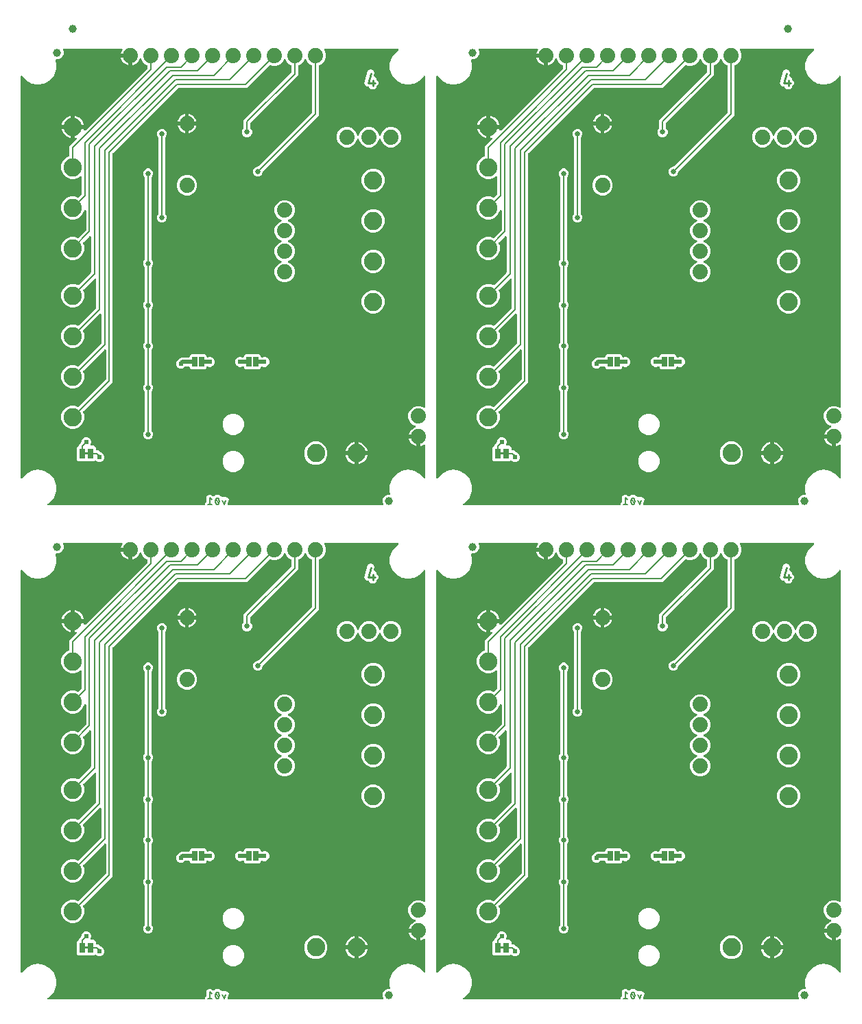
<source format=gbl>
G04 EAGLE Gerber RS-274X export*
G75*
%MOMM*%
%FSLAX34Y34*%
%LPD*%
%INBottom Copper*%
%IPPOS*%
%AMOC8*
5,1,8,0,0,1.08239X$1,22.5*%
G01*
%ADD10C,0.203200*%
%ADD11C,0.279400*%
%ADD12C,1.000000*%
%ADD13C,2.250000*%
%ADD14C,1.879600*%
%ADD15R,0.635000X1.270000*%
%ADD16R,0.660400X1.270000*%
%ADD17C,0.635000*%
%ADD18C,0.558800*%
%ADD19C,0.508000*%
%ADD20C,0.604000*%

G36*
X230395Y4080D02*
X230395Y4080D01*
X230513Y4087D01*
X230552Y4100D01*
X230592Y4105D01*
X230703Y4148D01*
X230816Y4185D01*
X230850Y4207D01*
X230888Y4222D01*
X230984Y4291D01*
X231085Y4355D01*
X231112Y4385D01*
X231145Y4408D01*
X231221Y4500D01*
X231303Y4587D01*
X231322Y4622D01*
X231348Y4653D01*
X231399Y4761D01*
X231456Y4865D01*
X231466Y4905D01*
X231483Y4941D01*
X231506Y5058D01*
X231536Y5173D01*
X231539Y5233D01*
X231543Y5253D01*
X231542Y5274D01*
X231546Y5334D01*
X231546Y6916D01*
X233432Y8802D01*
X233493Y8880D01*
X233560Y8952D01*
X233590Y9005D01*
X233627Y9053D01*
X233666Y9144D01*
X233714Y9231D01*
X233729Y9290D01*
X233753Y9345D01*
X233769Y9443D01*
X233793Y9539D01*
X233800Y9639D01*
X233803Y9659D01*
X233802Y9672D01*
X233804Y9700D01*
X233804Y13065D01*
X233802Y13079D01*
X233796Y13205D01*
X233638Y14623D01*
X233691Y14710D01*
X233700Y14738D01*
X233714Y14763D01*
X233746Y14889D01*
X233785Y15014D01*
X233785Y15026D01*
X234785Y16026D01*
X234794Y16037D01*
X234879Y16130D01*
X235770Y17244D01*
X235869Y17268D01*
X235895Y17282D01*
X235922Y17290D01*
X236035Y17356D01*
X236150Y17417D01*
X236159Y17425D01*
X237573Y17425D01*
X237587Y17427D01*
X237713Y17433D01*
X239131Y17590D01*
X239218Y17537D01*
X239245Y17529D01*
X239271Y17515D01*
X239397Y17482D01*
X239522Y17444D01*
X239534Y17443D01*
X240534Y16443D01*
X240545Y16434D01*
X240638Y16350D01*
X241318Y15806D01*
X241406Y15752D01*
X241490Y15690D01*
X241542Y15669D01*
X241589Y15640D01*
X241688Y15610D01*
X241784Y15571D01*
X241840Y15563D01*
X241893Y15547D01*
X241997Y15542D01*
X242099Y15528D01*
X242155Y15534D01*
X242211Y15532D01*
X242313Y15553D01*
X242415Y15565D01*
X242468Y15585D01*
X242523Y15596D01*
X242616Y15642D01*
X242712Y15679D01*
X242789Y15727D01*
X242808Y15736D01*
X242819Y15746D01*
X242849Y15764D01*
X245174Y17425D01*
X248850Y17425D01*
X251359Y15633D01*
X251449Y15584D01*
X251535Y15528D01*
X251591Y15504D01*
X251597Y15499D01*
X251646Y15441D01*
X251770Y15339D01*
X252160Y15061D01*
X252194Y15043D01*
X252224Y15018D01*
X252333Y14968D01*
X252439Y14910D01*
X252477Y14901D01*
X252513Y14884D01*
X252631Y14863D01*
X252748Y14834D01*
X252787Y14834D01*
X252826Y14827D01*
X252946Y14835D01*
X253066Y14836D01*
X253104Y14846D01*
X253143Y14849D01*
X253299Y14890D01*
X253747Y15040D01*
X254674Y14576D01*
X254702Y14566D01*
X254728Y14551D01*
X254852Y14514D01*
X254974Y14471D01*
X255004Y14468D01*
X255032Y14460D01*
X255162Y14454D01*
X255291Y14443D01*
X255320Y14448D01*
X255350Y14447D01*
X255477Y14474D01*
X255605Y14495D01*
X255632Y14507D01*
X255661Y14514D01*
X255809Y14576D01*
X256736Y15040D01*
X259931Y13975D01*
X261437Y10963D01*
X259694Y5735D01*
X259693Y5731D01*
X259691Y5727D01*
X259663Y5577D01*
X259632Y5423D01*
X259632Y5419D01*
X259631Y5414D01*
X259641Y5262D01*
X259650Y5106D01*
X259651Y5102D01*
X259651Y5097D01*
X259699Y4951D01*
X259745Y4803D01*
X259748Y4799D01*
X259749Y4795D01*
X259832Y4664D01*
X259914Y4533D01*
X259917Y4530D01*
X259919Y4526D01*
X260032Y4420D01*
X260144Y4313D01*
X260148Y4311D01*
X260151Y4308D01*
X260287Y4233D01*
X260421Y4158D01*
X260426Y4157D01*
X260429Y4154D01*
X260579Y4116D01*
X260729Y4076D01*
X260733Y4076D01*
X260737Y4075D01*
X260898Y4065D01*
X450688Y4065D01*
X450737Y4071D01*
X450787Y4069D01*
X450894Y4091D01*
X451003Y4105D01*
X451049Y4123D01*
X451098Y4133D01*
X451197Y4181D01*
X451299Y4222D01*
X451339Y4251D01*
X451384Y4273D01*
X451467Y4344D01*
X451556Y4408D01*
X451588Y4447D01*
X451626Y4479D01*
X451689Y4569D01*
X451759Y4653D01*
X451780Y4698D01*
X451809Y4739D01*
X451848Y4842D01*
X451895Y4941D01*
X451904Y4990D01*
X451922Y5036D01*
X451934Y5146D01*
X451954Y5253D01*
X451951Y5303D01*
X451957Y5352D01*
X451942Y5461D01*
X451935Y5571D01*
X451919Y5618D01*
X451912Y5667D01*
X451860Y5820D01*
X451031Y7822D01*
X451031Y11024D01*
X452256Y13983D01*
X454520Y16247D01*
X457479Y17472D01*
X459615Y17472D01*
X459637Y17475D01*
X459659Y17473D01*
X459795Y17495D01*
X459931Y17512D01*
X459951Y17520D01*
X459973Y17524D01*
X460099Y17579D01*
X460226Y17629D01*
X460244Y17642D01*
X460264Y17651D01*
X460373Y17735D01*
X460484Y17816D01*
X460498Y17833D01*
X460515Y17846D01*
X460599Y17955D01*
X460687Y18061D01*
X460696Y18081D01*
X460709Y18098D01*
X460764Y18224D01*
X460822Y18349D01*
X460826Y18370D01*
X460835Y18390D01*
X460856Y18526D01*
X460882Y18661D01*
X460881Y18683D01*
X460884Y18704D01*
X460871Y18841D01*
X460862Y18978D01*
X460855Y18999D01*
X460853Y19021D01*
X460808Y19176D01*
X459993Y21414D01*
X459993Y29386D01*
X462720Y36878D01*
X467844Y42985D01*
X474749Y46971D01*
X482600Y48355D01*
X490451Y46971D01*
X497355Y42985D01*
X501694Y37815D01*
X501720Y37791D01*
X501740Y37762D01*
X501836Y37683D01*
X501927Y37599D01*
X501958Y37582D01*
X501985Y37559D01*
X502098Y37506D01*
X502207Y37447D01*
X502241Y37439D01*
X502273Y37424D01*
X502395Y37401D01*
X502515Y37370D01*
X502551Y37371D01*
X502586Y37364D01*
X502709Y37372D01*
X502833Y37373D01*
X502868Y37382D01*
X502903Y37384D01*
X503021Y37422D01*
X503141Y37454D01*
X503172Y37471D01*
X503205Y37482D01*
X503310Y37548D01*
X503419Y37609D01*
X503444Y37633D01*
X503474Y37652D01*
X503559Y37742D01*
X503649Y37828D01*
X503668Y37858D01*
X503692Y37884D01*
X503752Y37992D01*
X503818Y38097D01*
X503829Y38131D01*
X503846Y38162D01*
X503877Y38282D01*
X503914Y38400D01*
X503916Y38436D01*
X503925Y38470D01*
X503935Y38631D01*
X503935Y77926D01*
X503930Y77965D01*
X503933Y78005D01*
X503910Y78123D01*
X503895Y78241D01*
X503881Y78278D01*
X503873Y78317D01*
X503822Y78426D01*
X503778Y78537D01*
X503755Y78569D01*
X503738Y78605D01*
X503662Y78697D01*
X503592Y78794D01*
X503561Y78820D01*
X503536Y78850D01*
X503439Y78921D01*
X503347Y78997D01*
X503311Y79014D01*
X503278Y79038D01*
X503167Y79082D01*
X503059Y79133D01*
X503020Y79140D01*
X502983Y79155D01*
X502864Y79170D01*
X502747Y79192D01*
X502707Y79190D01*
X502667Y79195D01*
X502548Y79180D01*
X502429Y79173D01*
X502391Y79160D01*
X502352Y79155D01*
X502240Y79112D01*
X502127Y79075D01*
X502093Y79053D01*
X502056Y79039D01*
X501920Y78953D01*
X501557Y78689D01*
X499883Y77836D01*
X498096Y77255D01*
X497839Y77215D01*
X497839Y87630D01*
X497824Y87748D01*
X497817Y87867D01*
X497804Y87905D01*
X497799Y87945D01*
X497756Y88056D01*
X497719Y88169D01*
X497697Y88203D01*
X497682Y88241D01*
X497612Y88337D01*
X497549Y88438D01*
X497519Y88466D01*
X497495Y88498D01*
X497404Y88574D01*
X497317Y88656D01*
X497282Y88675D01*
X497251Y88701D01*
X497143Y88752D01*
X497039Y88809D01*
X496999Y88820D01*
X496963Y88837D01*
X496846Y88859D01*
X496731Y88889D01*
X496670Y88893D01*
X496650Y88897D01*
X496630Y88895D01*
X496570Y88899D01*
X495299Y88899D01*
X495299Y90170D01*
X495284Y90288D01*
X495277Y90407D01*
X495264Y90445D01*
X495259Y90485D01*
X495215Y90596D01*
X495179Y90709D01*
X495157Y90744D01*
X495142Y90781D01*
X495072Y90877D01*
X495009Y90978D01*
X494979Y91006D01*
X494955Y91039D01*
X494864Y91114D01*
X494777Y91196D01*
X494742Y91216D01*
X494710Y91241D01*
X494603Y91292D01*
X494498Y91350D01*
X494459Y91360D01*
X494423Y91377D01*
X494306Y91399D01*
X494191Y91429D01*
X494130Y91433D01*
X494110Y91437D01*
X494090Y91435D01*
X494030Y91439D01*
X483615Y91439D01*
X483655Y91696D01*
X484236Y93483D01*
X485089Y95157D01*
X486194Y96678D01*
X487522Y98006D01*
X489043Y99111D01*
X490717Y99964D01*
X491182Y100115D01*
X491209Y100128D01*
X491238Y100135D01*
X491352Y100195D01*
X491470Y100250D01*
X491493Y100269D01*
X491519Y100283D01*
X491615Y100370D01*
X491715Y100453D01*
X491732Y100477D01*
X491754Y100497D01*
X491826Y100606D01*
X491902Y100710D01*
X491913Y100738D01*
X491929Y100763D01*
X491971Y100886D01*
X492019Y101006D01*
X492023Y101036D01*
X492032Y101064D01*
X492043Y101193D01*
X492059Y101321D01*
X492055Y101351D01*
X492058Y101381D01*
X492035Y101509D01*
X492019Y101637D01*
X492008Y101665D01*
X492003Y101694D01*
X491950Y101812D01*
X491902Y101933D01*
X491885Y101957D01*
X491873Y101984D01*
X491792Y102085D01*
X491716Y102190D01*
X491693Y102209D01*
X491674Y102233D01*
X491570Y102311D01*
X491471Y102393D01*
X491444Y102406D01*
X491420Y102424D01*
X491275Y102495D01*
X488250Y103748D01*
X484748Y107250D01*
X482853Y111824D01*
X482853Y116776D01*
X484748Y121350D01*
X488250Y124852D01*
X492824Y126747D01*
X497776Y126747D01*
X502180Y124922D01*
X502228Y124909D01*
X502273Y124888D01*
X502381Y124867D01*
X502487Y124838D01*
X502537Y124838D01*
X502586Y124828D01*
X502695Y124835D01*
X502805Y124833D01*
X502853Y124845D01*
X502903Y124848D01*
X503007Y124882D01*
X503114Y124907D01*
X503158Y124931D01*
X503205Y124946D01*
X503298Y125005D01*
X503395Y125056D01*
X503432Y125090D01*
X503474Y125116D01*
X503549Y125196D01*
X503631Y125270D01*
X503658Y125312D01*
X503692Y125348D01*
X503745Y125444D01*
X503805Y125536D01*
X503822Y125583D01*
X503846Y125626D01*
X503873Y125733D01*
X503909Y125837D01*
X503913Y125886D01*
X503925Y125934D01*
X503935Y126095D01*
X503935Y532869D01*
X503931Y532905D01*
X503933Y532940D01*
X503911Y533062D01*
X503895Y533185D01*
X503882Y533218D01*
X503876Y533253D01*
X503824Y533365D01*
X503778Y533481D01*
X503758Y533509D01*
X503743Y533541D01*
X503664Y533638D01*
X503592Y533738D01*
X503564Y533761D01*
X503542Y533788D01*
X503442Y533861D01*
X503347Y533941D01*
X503315Y533956D01*
X503286Y533977D01*
X503171Y534023D01*
X503059Y534076D01*
X503024Y534083D01*
X502991Y534096D01*
X502868Y534113D01*
X502747Y534136D01*
X502711Y534134D01*
X502676Y534139D01*
X502553Y534124D01*
X502429Y534116D01*
X502395Y534105D01*
X502360Y534101D01*
X502244Y534056D01*
X502127Y534018D01*
X502097Y533999D01*
X502064Y533987D01*
X501963Y533914D01*
X501858Y533848D01*
X501834Y533822D01*
X501805Y533802D01*
X501694Y533685D01*
X497356Y528515D01*
X490451Y524529D01*
X482600Y523145D01*
X474749Y524529D01*
X467845Y528515D01*
X462720Y534622D01*
X459993Y542114D01*
X459993Y550086D01*
X462720Y557578D01*
X467844Y563685D01*
X470238Y565067D01*
X470354Y565155D01*
X470472Y565240D01*
X470481Y565251D01*
X470491Y565259D01*
X470582Y565373D01*
X470675Y565485D01*
X470681Y565498D01*
X470689Y565508D01*
X470749Y565642D01*
X470810Y565773D01*
X470813Y565786D01*
X470818Y565799D01*
X470843Y565943D01*
X470870Y566086D01*
X470869Y566099D01*
X470872Y566112D01*
X470859Y566258D01*
X470850Y566403D01*
X470846Y566416D01*
X470845Y566429D01*
X470797Y566567D01*
X470752Y566705D01*
X470745Y566717D01*
X470741Y566730D01*
X470660Y566851D01*
X470582Y566974D01*
X470572Y566983D01*
X470565Y566995D01*
X470457Y567092D01*
X470351Y567192D01*
X470339Y567199D01*
X470329Y567208D01*
X470199Y567275D01*
X470072Y567346D01*
X470059Y567349D01*
X470047Y567355D01*
X469905Y567389D01*
X469764Y567425D01*
X469746Y567426D01*
X469737Y567428D01*
X469720Y567428D01*
X469603Y567435D01*
X380095Y567435D01*
X380046Y567429D01*
X379996Y567431D01*
X379889Y567409D01*
X379779Y567395D01*
X379733Y567377D01*
X379685Y567367D01*
X379586Y567319D01*
X379484Y567278D01*
X379444Y567249D01*
X379399Y567227D01*
X379315Y567156D01*
X379226Y567092D01*
X379195Y567053D01*
X379157Y567021D01*
X379094Y566931D01*
X379024Y566847D01*
X379002Y566802D01*
X378974Y566761D01*
X378935Y566658D01*
X378888Y566559D01*
X378879Y566510D01*
X378861Y566464D01*
X378849Y566354D01*
X378828Y566247D01*
X378831Y566197D01*
X378826Y566148D01*
X378841Y566039D01*
X378848Y565929D01*
X378863Y565882D01*
X378870Y565833D01*
X378922Y565680D01*
X380747Y561276D01*
X380747Y556324D01*
X378852Y551750D01*
X375350Y548248D01*
X373148Y547336D01*
X373123Y547321D01*
X373095Y547312D01*
X372985Y547243D01*
X372872Y547178D01*
X372851Y547158D01*
X372826Y547142D01*
X372737Y547048D01*
X372644Y546957D01*
X372628Y546932D01*
X372608Y546910D01*
X372545Y546797D01*
X372477Y546686D01*
X372469Y546658D01*
X372454Y546632D01*
X372422Y546506D01*
X372384Y546382D01*
X372382Y546353D01*
X372375Y546324D01*
X372365Y546163D01*
X372365Y485488D01*
X303775Y416899D01*
X303715Y416821D01*
X303647Y416749D01*
X303618Y416696D01*
X303581Y416648D01*
X303541Y416557D01*
X303493Y416470D01*
X303478Y416412D01*
X303454Y416356D01*
X303439Y416258D01*
X303414Y416162D01*
X303408Y416062D01*
X303404Y416042D01*
X303406Y416030D01*
X303404Y416002D01*
X303404Y414814D01*
X302456Y412527D01*
X300705Y410776D01*
X298418Y409828D01*
X295942Y409828D01*
X293655Y410776D01*
X291904Y412527D01*
X290956Y414814D01*
X290956Y417290D01*
X291904Y419577D01*
X293655Y421328D01*
X295942Y422276D01*
X297130Y422276D01*
X297228Y422288D01*
X297327Y422291D01*
X297385Y422308D01*
X297445Y422316D01*
X297537Y422352D01*
X297632Y422380D01*
X297684Y422410D01*
X297741Y422433D01*
X297821Y422491D01*
X297906Y422541D01*
X297982Y422607D01*
X297998Y422619D01*
X298006Y422629D01*
X298027Y422647D01*
X363864Y488484D01*
X363924Y488562D01*
X363992Y488634D01*
X364021Y488687D01*
X364058Y488735D01*
X364098Y488826D01*
X364146Y488913D01*
X364161Y488971D01*
X364185Y489027D01*
X364200Y489125D01*
X364225Y489221D01*
X364231Y489321D01*
X364235Y489341D01*
X364233Y489353D01*
X364235Y489381D01*
X364235Y546163D01*
X364232Y546193D01*
X364234Y546222D01*
X364212Y546350D01*
X364195Y546479D01*
X364185Y546506D01*
X364180Y546535D01*
X364126Y546654D01*
X364078Y546775D01*
X364061Y546798D01*
X364049Y546825D01*
X363968Y546927D01*
X363892Y547032D01*
X363869Y547051D01*
X363850Y547074D01*
X363747Y547152D01*
X363647Y547235D01*
X363620Y547247D01*
X363596Y547265D01*
X363452Y547336D01*
X361250Y548248D01*
X357748Y551750D01*
X356773Y554105D01*
X356704Y554225D01*
X356639Y554348D01*
X356625Y554363D01*
X356615Y554381D01*
X356518Y554481D01*
X356425Y554584D01*
X356408Y554595D01*
X356394Y554609D01*
X356276Y554682D01*
X356159Y554758D01*
X356140Y554765D01*
X356123Y554776D01*
X355990Y554816D01*
X355858Y554862D01*
X355838Y554863D01*
X355819Y554869D01*
X355680Y554876D01*
X355541Y554887D01*
X355521Y554883D01*
X355501Y554884D01*
X355365Y554856D01*
X355228Y554832D01*
X355209Y554824D01*
X355190Y554820D01*
X355065Y554759D01*
X354938Y554702D01*
X354922Y554689D01*
X354904Y554680D01*
X354798Y554590D01*
X354690Y554503D01*
X354677Y554487D01*
X354662Y554474D01*
X354582Y554360D01*
X354498Y554249D01*
X354486Y554224D01*
X354479Y554214D01*
X354472Y554195D01*
X354427Y554105D01*
X353452Y551750D01*
X349950Y548248D01*
X347748Y547336D01*
X347723Y547321D01*
X347695Y547312D01*
X347585Y547243D01*
X347472Y547178D01*
X347451Y547158D01*
X347426Y547142D01*
X347337Y547048D01*
X347244Y546957D01*
X347228Y546932D01*
X347208Y546910D01*
X347145Y546797D01*
X347077Y546686D01*
X347069Y546658D01*
X347054Y546632D01*
X347022Y546506D01*
X346984Y546382D01*
X346982Y546353D01*
X346975Y546324D01*
X346965Y546163D01*
X346965Y534841D01*
X288154Y476030D01*
X288094Y475952D01*
X288026Y475880D01*
X287997Y475827D01*
X287960Y475779D01*
X287920Y475688D01*
X287872Y475601D01*
X287857Y475543D01*
X287833Y475487D01*
X287818Y475389D01*
X287793Y475293D01*
X287787Y475193D01*
X287783Y475173D01*
X287785Y475161D01*
X287783Y475133D01*
X287783Y469905D01*
X287795Y469807D01*
X287798Y469708D01*
X287815Y469649D01*
X287823Y469589D01*
X287859Y469497D01*
X287887Y469402D01*
X287917Y469350D01*
X287940Y469294D01*
X287998Y469214D01*
X288048Y469128D01*
X288114Y469053D01*
X288126Y469036D01*
X288136Y469029D01*
X288154Y469007D01*
X288994Y468168D01*
X289942Y465880D01*
X289942Y463404D01*
X288994Y461117D01*
X287243Y459366D01*
X284956Y458418D01*
X282480Y458418D01*
X280193Y459366D01*
X278442Y461117D01*
X277494Y463404D01*
X277494Y465880D01*
X278442Y468168D01*
X279282Y469007D01*
X279342Y469086D01*
X279410Y469158D01*
X279439Y469211D01*
X279476Y469259D01*
X279516Y469350D01*
X279564Y469436D01*
X279579Y469495D01*
X279603Y469551D01*
X279618Y469648D01*
X279643Y469744D01*
X279649Y469844D01*
X279653Y469865D01*
X279651Y469877D01*
X279653Y469905D01*
X279653Y479026D01*
X338464Y537836D01*
X338524Y537914D01*
X338592Y537986D01*
X338621Y538039D01*
X338658Y538087D01*
X338698Y538178D01*
X338746Y538265D01*
X338761Y538324D01*
X338785Y538379D01*
X338800Y538477D01*
X338825Y538573D01*
X338831Y538673D01*
X338835Y538693D01*
X338833Y538706D01*
X338835Y538734D01*
X338835Y546163D01*
X338832Y546193D01*
X338834Y546222D01*
X338812Y546350D01*
X338795Y546479D01*
X338785Y546506D01*
X338780Y546535D01*
X338726Y546654D01*
X338678Y546775D01*
X338661Y546798D01*
X338649Y546825D01*
X338568Y546927D01*
X338492Y547032D01*
X338469Y547051D01*
X338450Y547074D01*
X338347Y547152D01*
X338247Y547235D01*
X338220Y547247D01*
X338196Y547265D01*
X338052Y547336D01*
X335850Y548248D01*
X332348Y551750D01*
X331373Y554105D01*
X331304Y554225D01*
X331239Y554348D01*
X331225Y554363D01*
X331215Y554381D01*
X331118Y554481D01*
X331025Y554584D01*
X331008Y554595D01*
X330994Y554609D01*
X330876Y554682D01*
X330759Y554758D01*
X330740Y554765D01*
X330723Y554776D01*
X330590Y554816D01*
X330458Y554862D01*
X330438Y554863D01*
X330419Y554869D01*
X330280Y554876D01*
X330141Y554887D01*
X330121Y554883D01*
X330101Y554884D01*
X329965Y554856D01*
X329828Y554832D01*
X329809Y554824D01*
X329790Y554820D01*
X329665Y554759D01*
X329538Y554702D01*
X329522Y554689D01*
X329504Y554680D01*
X329398Y554590D01*
X329290Y554503D01*
X329277Y554487D01*
X329262Y554474D01*
X329182Y554360D01*
X329098Y554249D01*
X329086Y554224D01*
X329079Y554214D01*
X329072Y554195D01*
X329027Y554105D01*
X328052Y551750D01*
X324550Y548248D01*
X319976Y546353D01*
X315024Y546353D01*
X312822Y547265D01*
X312794Y547273D01*
X312767Y547287D01*
X312640Y547315D01*
X312515Y547349D01*
X312486Y547350D01*
X312457Y547356D01*
X312327Y547352D01*
X312197Y547354D01*
X312168Y547348D01*
X312139Y547347D01*
X312014Y547311D01*
X311888Y547280D01*
X311862Y547266D01*
X311833Y547258D01*
X311722Y547192D01*
X311607Y547132D01*
X311585Y547112D01*
X311560Y547097D01*
X311439Y546990D01*
X283928Y519480D01*
X199466Y519480D01*
X199368Y519468D01*
X199269Y519465D01*
X199210Y519448D01*
X199150Y519440D01*
X199058Y519404D01*
X198963Y519376D01*
X198911Y519345D01*
X198855Y519323D01*
X198775Y519265D01*
X198689Y519215D01*
X198614Y519148D01*
X198597Y519136D01*
X198589Y519127D01*
X198568Y519108D01*
X118101Y438642D01*
X118041Y438563D01*
X117973Y438491D01*
X117944Y438438D01*
X117907Y438390D01*
X117867Y438299D01*
X117819Y438213D01*
X117804Y438154D01*
X117780Y438098D01*
X117765Y438000D01*
X117740Y437905D01*
X117734Y437805D01*
X117730Y437784D01*
X117732Y437772D01*
X117730Y437744D01*
X117730Y156361D01*
X114977Y153609D01*
X81807Y120439D01*
X81789Y120415D01*
X81767Y120396D01*
X81692Y120290D01*
X81612Y120187D01*
X81600Y120160D01*
X81583Y120136D01*
X81537Y120015D01*
X81486Y119896D01*
X81481Y119866D01*
X81471Y119839D01*
X81456Y119710D01*
X81436Y119582D01*
X81439Y119552D01*
X81435Y119523D01*
X81454Y119394D01*
X81466Y119265D01*
X81476Y119237D01*
X81480Y119208D01*
X81532Y119056D01*
X82879Y115804D01*
X82879Y110116D01*
X80702Y104860D01*
X76680Y100838D01*
X71424Y98661D01*
X65736Y98661D01*
X60480Y100838D01*
X56458Y104860D01*
X54281Y110116D01*
X54281Y115804D01*
X56458Y121060D01*
X60480Y125082D01*
X65736Y127259D01*
X71424Y127259D01*
X74676Y125912D01*
X74704Y125904D01*
X74730Y125891D01*
X74857Y125862D01*
X74982Y125828D01*
X75012Y125828D01*
X75041Y125821D01*
X75170Y125825D01*
X75300Y125823D01*
X75329Y125830D01*
X75358Y125831D01*
X75483Y125867D01*
X75609Y125897D01*
X75636Y125911D01*
X75664Y125919D01*
X75776Y125985D01*
X75891Y126046D01*
X75912Y126066D01*
X75938Y126081D01*
X76059Y126187D01*
X109229Y159357D01*
X109289Y159435D01*
X109357Y159507D01*
X109386Y159560D01*
X109423Y159608D01*
X109463Y159699D01*
X109511Y159786D01*
X109526Y159844D01*
X109550Y159900D01*
X109565Y159998D01*
X109590Y160094D01*
X109596Y160194D01*
X109600Y160214D01*
X109598Y160226D01*
X109600Y160254D01*
X109600Y195168D01*
X109583Y195305D01*
X109570Y195444D01*
X109563Y195463D01*
X109560Y195483D01*
X109509Y195612D01*
X109462Y195743D01*
X109451Y195760D01*
X109443Y195779D01*
X109362Y195891D01*
X109284Y196006D01*
X109268Y196020D01*
X109257Y196036D01*
X109149Y196125D01*
X109045Y196217D01*
X109027Y196226D01*
X109012Y196239D01*
X108886Y196298D01*
X108762Y196361D01*
X108742Y196366D01*
X108724Y196375D01*
X108588Y196401D01*
X108452Y196431D01*
X108431Y196431D01*
X108412Y196434D01*
X108273Y196426D01*
X108134Y196421D01*
X108114Y196416D01*
X108094Y196415D01*
X107962Y196372D01*
X107828Y196333D01*
X107811Y196323D01*
X107792Y196317D01*
X107674Y196242D01*
X107554Y196172D01*
X107533Y196153D01*
X107523Y196146D01*
X107509Y196132D01*
X107434Y196065D01*
X81807Y170439D01*
X81789Y170415D01*
X81767Y170396D01*
X81692Y170290D01*
X81612Y170187D01*
X81600Y170160D01*
X81583Y170136D01*
X81537Y170015D01*
X81486Y169896D01*
X81481Y169866D01*
X81471Y169839D01*
X81456Y169710D01*
X81436Y169582D01*
X81439Y169552D01*
X81435Y169523D01*
X81454Y169394D01*
X81466Y169265D01*
X81476Y169237D01*
X81480Y169208D01*
X81532Y169056D01*
X82879Y165804D01*
X82879Y160116D01*
X80702Y154860D01*
X76680Y150838D01*
X71424Y148661D01*
X65736Y148661D01*
X60480Y150838D01*
X56458Y154860D01*
X54281Y160116D01*
X54281Y165804D01*
X56458Y171060D01*
X60480Y175082D01*
X65736Y177259D01*
X71424Y177259D01*
X74676Y175912D01*
X74704Y175904D01*
X74730Y175891D01*
X74857Y175862D01*
X74982Y175828D01*
X75012Y175828D01*
X75041Y175821D01*
X75170Y175825D01*
X75300Y175823D01*
X75329Y175830D01*
X75358Y175831D01*
X75483Y175867D01*
X75609Y175897D01*
X75636Y175911D01*
X75664Y175919D01*
X75776Y175985D01*
X75891Y176046D01*
X75912Y176066D01*
X75938Y176081D01*
X76059Y176187D01*
X103437Y203566D01*
X103498Y203644D01*
X103566Y203716D01*
X103595Y203769D01*
X103632Y203817D01*
X103672Y203908D01*
X103719Y203995D01*
X103734Y204053D01*
X103759Y204109D01*
X103774Y204207D01*
X103799Y204303D01*
X103805Y204403D01*
X103808Y204423D01*
X103807Y204435D01*
X103809Y204463D01*
X103809Y239376D01*
X103792Y239514D01*
X103779Y239653D01*
X103772Y239672D01*
X103769Y239692D01*
X103718Y239821D01*
X103671Y239952D01*
X103660Y239969D01*
X103652Y239988D01*
X103571Y240100D01*
X103492Y240215D01*
X103477Y240229D01*
X103465Y240245D01*
X103358Y240334D01*
X103254Y240426D01*
X103236Y240435D01*
X103220Y240448D01*
X103095Y240507D01*
X102971Y240570D01*
X102951Y240575D01*
X102933Y240583D01*
X102796Y240609D01*
X102660Y240640D01*
X102640Y240639D01*
X102620Y240643D01*
X102482Y240634D01*
X102343Y240630D01*
X102323Y240625D01*
X102303Y240623D01*
X102171Y240581D01*
X102037Y240542D01*
X102020Y240532D01*
X102000Y240525D01*
X101883Y240451D01*
X101763Y240380D01*
X101742Y240362D01*
X101732Y240355D01*
X101718Y240340D01*
X101642Y240274D01*
X81807Y220439D01*
X81789Y220415D01*
X81767Y220396D01*
X81692Y220290D01*
X81612Y220187D01*
X81600Y220160D01*
X81583Y220136D01*
X81537Y220015D01*
X81486Y219896D01*
X81481Y219866D01*
X81471Y219839D01*
X81456Y219710D01*
X81436Y219582D01*
X81439Y219552D01*
X81435Y219523D01*
X81454Y219394D01*
X81466Y219265D01*
X81476Y219237D01*
X81480Y219208D01*
X81532Y219056D01*
X82879Y215804D01*
X82879Y210116D01*
X80702Y204860D01*
X76680Y200838D01*
X71424Y198661D01*
X65736Y198661D01*
X60480Y200838D01*
X56458Y204860D01*
X54281Y210116D01*
X54281Y215804D01*
X56458Y221060D01*
X60480Y225082D01*
X65736Y227259D01*
X71424Y227259D01*
X74676Y225912D01*
X74704Y225904D01*
X74730Y225891D01*
X74857Y225862D01*
X74982Y225828D01*
X75012Y225828D01*
X75041Y225821D01*
X75170Y225825D01*
X75300Y225823D01*
X75329Y225830D01*
X75358Y225831D01*
X75483Y225867D01*
X75609Y225897D01*
X75636Y225911D01*
X75664Y225919D01*
X75776Y225985D01*
X75891Y226046D01*
X75912Y226066D01*
X75938Y226081D01*
X76059Y226187D01*
X96935Y247063D01*
X96996Y247142D01*
X97063Y247214D01*
X97093Y247267D01*
X97130Y247315D01*
X97169Y247406D01*
X97217Y247492D01*
X97232Y247551D01*
X97256Y247606D01*
X97272Y247704D01*
X97296Y247800D01*
X97303Y247900D01*
X97306Y247921D01*
X97305Y247933D01*
X97307Y247961D01*
X97307Y282874D01*
X97289Y283012D01*
X97276Y283150D01*
X97269Y283170D01*
X97267Y283190D01*
X97216Y283319D01*
X97169Y283450D01*
X97157Y283466D01*
X97150Y283485D01*
X97068Y283598D01*
X96990Y283713D01*
X96975Y283726D01*
X96963Y283743D01*
X96856Y283831D01*
X96752Y283923D01*
X96734Y283932D01*
X96718Y283945D01*
X96592Y284005D01*
X96468Y284068D01*
X96449Y284072D01*
X96430Y284081D01*
X96294Y284107D01*
X96158Y284138D01*
X96138Y284137D01*
X96118Y284141D01*
X95980Y284132D01*
X95840Y284128D01*
X95821Y284122D01*
X95801Y284121D01*
X95668Y284078D01*
X95535Y284039D01*
X95517Y284029D01*
X95498Y284023D01*
X95381Y283949D01*
X95261Y283878D01*
X95240Y283859D01*
X95229Y283853D01*
X95215Y283838D01*
X95140Y283772D01*
X81807Y270439D01*
X81789Y270415D01*
X81767Y270396D01*
X81692Y270290D01*
X81612Y270187D01*
X81600Y270160D01*
X81583Y270136D01*
X81537Y270015D01*
X81486Y269896D01*
X81481Y269866D01*
X81471Y269839D01*
X81456Y269710D01*
X81436Y269582D01*
X81439Y269552D01*
X81435Y269523D01*
X81454Y269394D01*
X81466Y269265D01*
X81476Y269237D01*
X81480Y269208D01*
X81532Y269056D01*
X82879Y265804D01*
X82879Y260116D01*
X80702Y254860D01*
X76680Y250838D01*
X71424Y248661D01*
X65736Y248661D01*
X60480Y250838D01*
X56458Y254860D01*
X54281Y260116D01*
X54281Y265804D01*
X56458Y271060D01*
X60480Y275082D01*
X65736Y277259D01*
X71424Y277259D01*
X74676Y275912D01*
X74704Y275904D01*
X74730Y275891D01*
X74857Y275862D01*
X74982Y275828D01*
X75012Y275828D01*
X75041Y275821D01*
X75170Y275825D01*
X75300Y275823D01*
X75329Y275830D01*
X75358Y275831D01*
X75483Y275867D01*
X75609Y275897D01*
X75636Y275911D01*
X75664Y275919D01*
X75776Y275985D01*
X75891Y276046D01*
X75913Y276066D01*
X75938Y276081D01*
X76059Y276187D01*
X90737Y290866D01*
X90798Y290944D01*
X90866Y291016D01*
X90895Y291069D01*
X90932Y291117D01*
X90972Y291208D01*
X91019Y291295D01*
X91034Y291353D01*
X91059Y291409D01*
X91074Y291507D01*
X91099Y291603D01*
X91105Y291703D01*
X91108Y291723D01*
X91107Y291735D01*
X91109Y291763D01*
X91109Y334956D01*
X91092Y335094D01*
X91079Y335233D01*
X91072Y335252D01*
X91069Y335272D01*
X91018Y335401D01*
X90971Y335532D01*
X90960Y335549D01*
X90952Y335568D01*
X90871Y335680D01*
X90792Y335795D01*
X90777Y335809D01*
X90765Y335825D01*
X90658Y335914D01*
X90554Y336006D01*
X90536Y336015D01*
X90520Y336028D01*
X90395Y336087D01*
X90271Y336150D01*
X90251Y336155D01*
X90233Y336163D01*
X90096Y336189D01*
X89960Y336220D01*
X89940Y336219D01*
X89920Y336223D01*
X89782Y336214D01*
X89643Y336210D01*
X89623Y336205D01*
X89603Y336203D01*
X89471Y336161D01*
X89337Y336122D01*
X89320Y336112D01*
X89300Y336105D01*
X89183Y336031D01*
X89063Y335960D01*
X89042Y335942D01*
X89032Y335935D01*
X89018Y335920D01*
X88942Y335854D01*
X81807Y328719D01*
X81789Y328695D01*
X81767Y328676D01*
X81692Y328570D01*
X81612Y328467D01*
X81600Y328440D01*
X81583Y328416D01*
X81537Y328295D01*
X81486Y328176D01*
X81481Y328146D01*
X81471Y328119D01*
X81456Y327990D01*
X81436Y327862D01*
X81439Y327832D01*
X81435Y327803D01*
X81454Y327674D01*
X81466Y327545D01*
X81476Y327517D01*
X81480Y327488D01*
X81532Y327336D01*
X82879Y324084D01*
X82879Y318396D01*
X80702Y313140D01*
X76680Y309118D01*
X71424Y306941D01*
X65736Y306941D01*
X60480Y309118D01*
X56458Y313140D01*
X54281Y318396D01*
X54281Y324084D01*
X56458Y329340D01*
X60480Y333362D01*
X65736Y335539D01*
X71424Y335539D01*
X74676Y334192D01*
X74704Y334184D01*
X74730Y334171D01*
X74857Y334142D01*
X74982Y334108D01*
X75012Y334108D01*
X75041Y334101D01*
X75170Y334105D01*
X75300Y334103D01*
X75329Y334110D01*
X75358Y334111D01*
X75483Y334147D01*
X75609Y334177D01*
X75636Y334191D01*
X75664Y334199D01*
X75776Y334265D01*
X75891Y334326D01*
X75913Y334346D01*
X75938Y334361D01*
X76059Y334467D01*
X84768Y343177D01*
X84829Y343255D01*
X84897Y343327D01*
X84926Y343380D01*
X84963Y343428D01*
X85003Y343519D01*
X85050Y343606D01*
X85066Y343664D01*
X85090Y343720D01*
X85105Y343818D01*
X85130Y343914D01*
X85136Y344014D01*
X85139Y344034D01*
X85138Y344046D01*
X85140Y344074D01*
X85140Y367474D01*
X85131Y367543D01*
X85132Y367613D01*
X85111Y367701D01*
X85100Y367790D01*
X85075Y367855D01*
X85058Y367923D01*
X85016Y368002D01*
X84983Y368085D01*
X84942Y368142D01*
X84910Y368204D01*
X84849Y368270D01*
X84796Y368343D01*
X84743Y368387D01*
X84696Y368439D01*
X84621Y368488D01*
X84551Y368546D01*
X84488Y368575D01*
X84430Y368614D01*
X84345Y368643D01*
X84264Y368681D01*
X84195Y368694D01*
X84129Y368717D01*
X84039Y368724D01*
X83951Y368741D01*
X83882Y368737D01*
X83812Y368742D01*
X83723Y368727D01*
X83634Y368721D01*
X83568Y368700D01*
X83499Y368688D01*
X83417Y368651D01*
X83331Y368623D01*
X83272Y368586D01*
X83209Y368557D01*
X83139Y368501D01*
X83063Y368453D01*
X83015Y368402D01*
X82960Y368359D01*
X82906Y368287D01*
X82845Y368221D01*
X82811Y368160D01*
X82769Y368105D01*
X82698Y367960D01*
X80702Y363140D01*
X76680Y359118D01*
X71424Y356941D01*
X65736Y356941D01*
X60480Y359118D01*
X56458Y363140D01*
X54281Y368396D01*
X54281Y374084D01*
X56458Y379340D01*
X60480Y383362D01*
X65736Y385539D01*
X71424Y385539D01*
X74676Y384192D01*
X74704Y384184D01*
X74730Y384171D01*
X74857Y384142D01*
X74982Y384108D01*
X75012Y384108D01*
X75041Y384101D01*
X75170Y384105D01*
X75300Y384103D01*
X75329Y384110D01*
X75358Y384111D01*
X75483Y384147D01*
X75609Y384177D01*
X75636Y384191D01*
X75664Y384199D01*
X75776Y384265D01*
X75891Y384326D01*
X75913Y384346D01*
X75938Y384361D01*
X76059Y384467D01*
X79130Y387538D01*
X79190Y387616D01*
X79258Y387688D01*
X79287Y387741D01*
X79324Y387789D01*
X79364Y387880D01*
X79412Y387967D01*
X79427Y388025D01*
X79451Y388081D01*
X79466Y388179D01*
X79491Y388275D01*
X79497Y388375D01*
X79501Y388395D01*
X79499Y388407D01*
X79501Y388435D01*
X79501Y408876D01*
X79484Y409014D01*
X79471Y409152D01*
X79464Y409171D01*
X79461Y409191D01*
X79410Y409320D01*
X79363Y409451D01*
X79352Y409468D01*
X79344Y409487D01*
X79263Y409599D01*
X79185Y409714D01*
X79169Y409728D01*
X79158Y409744D01*
X79050Y409833D01*
X78946Y409925D01*
X78928Y409934D01*
X78913Y409947D01*
X78787Y410006D01*
X78663Y410069D01*
X78643Y410074D01*
X78625Y410083D01*
X78488Y410109D01*
X78353Y410139D01*
X78332Y410138D01*
X78313Y410142D01*
X78174Y410134D01*
X78035Y410129D01*
X78015Y410124D01*
X77995Y410123D01*
X77863Y410080D01*
X77729Y410041D01*
X77712Y410031D01*
X77693Y410025D01*
X77575Y409950D01*
X77455Y409879D01*
X77434Y409861D01*
X77424Y409854D01*
X77410Y409839D01*
X77335Y409773D01*
X76680Y409118D01*
X71424Y406941D01*
X65736Y406941D01*
X60480Y409118D01*
X56458Y413140D01*
X54281Y418396D01*
X54281Y424084D01*
X56458Y429340D01*
X60480Y433362D01*
X63732Y434709D01*
X63757Y434723D01*
X63785Y434732D01*
X63895Y434802D01*
X64008Y434866D01*
X64029Y434887D01*
X64054Y434902D01*
X64143Y434997D01*
X64236Y435087D01*
X64252Y435113D01*
X64272Y435134D01*
X64335Y435248D01*
X64403Y435359D01*
X64411Y435387D01*
X64426Y435413D01*
X64458Y435538D01*
X64496Y435662D01*
X64498Y435692D01*
X64505Y435721D01*
X64515Y435881D01*
X64515Y447200D01*
X67268Y449952D01*
X72962Y455647D01*
X73011Y455710D01*
X73068Y455766D01*
X73108Y455835D01*
X73157Y455898D01*
X73189Y455971D01*
X73230Y456040D01*
X73252Y456116D01*
X73284Y456190D01*
X73296Y456269D01*
X73318Y456345D01*
X73321Y456425D01*
X73333Y456504D01*
X73326Y456583D01*
X73329Y456663D01*
X73311Y456741D01*
X73304Y456821D01*
X73277Y456896D01*
X73259Y456973D01*
X73223Y457045D01*
X73196Y457120D01*
X73151Y457186D01*
X73115Y457257D01*
X73062Y457317D01*
X73017Y457383D01*
X72958Y457436D01*
X72905Y457496D01*
X72839Y457541D01*
X72779Y457593D01*
X72708Y457630D01*
X72642Y457675D01*
X72567Y457702D01*
X72496Y457738D01*
X72418Y457756D01*
X72343Y457783D01*
X72263Y457790D01*
X72186Y457808D01*
X72106Y457805D01*
X72027Y457813D01*
X71869Y457798D01*
X71868Y457798D01*
X71867Y457798D01*
X71866Y457798D01*
X71119Y457680D01*
X71119Y468701D01*
X82140Y468701D01*
X82022Y467954D01*
X82020Y467874D01*
X82007Y467795D01*
X82015Y467716D01*
X82012Y467636D01*
X82029Y467558D01*
X82037Y467479D01*
X82064Y467403D01*
X82081Y467325D01*
X82118Y467254D01*
X82145Y467180D01*
X82189Y467113D01*
X82226Y467042D01*
X82278Y466982D01*
X82323Y466916D01*
X82383Y466863D01*
X82436Y466803D01*
X82502Y466759D01*
X82562Y466706D01*
X82633Y466670D01*
X82699Y466625D01*
X82774Y466597D01*
X82845Y466561D01*
X82923Y466544D01*
X82998Y466517D01*
X83077Y466509D01*
X83155Y466492D01*
X83235Y466494D01*
X83315Y466486D01*
X83393Y466499D01*
X83473Y466501D01*
X83550Y466524D01*
X83629Y466536D01*
X83702Y466568D01*
X83778Y466590D01*
X83847Y466630D01*
X83921Y466662D01*
X83984Y466711D01*
X84052Y466751D01*
X84171Y466856D01*
X84172Y466857D01*
X84173Y466857D01*
X84173Y466858D01*
X160664Y543348D01*
X160724Y543426D01*
X160792Y543498D01*
X160821Y543551D01*
X160858Y543599D01*
X160898Y543690D01*
X160946Y543777D01*
X160961Y543835D01*
X160985Y543891D01*
X161000Y543989D01*
X161025Y544085D01*
X161031Y544185D01*
X161035Y544205D01*
X161033Y544217D01*
X161035Y544245D01*
X161035Y546163D01*
X161032Y546193D01*
X161034Y546222D01*
X161012Y546350D01*
X160995Y546479D01*
X160985Y546506D01*
X160980Y546535D01*
X160926Y546654D01*
X160878Y546775D01*
X160861Y546798D01*
X160849Y546825D01*
X160768Y546927D01*
X160692Y547032D01*
X160669Y547051D01*
X160650Y547074D01*
X160547Y547152D01*
X160447Y547235D01*
X160420Y547247D01*
X160396Y547265D01*
X160252Y547336D01*
X158050Y548248D01*
X154548Y551750D01*
X153295Y554775D01*
X153280Y554801D01*
X153271Y554830D01*
X153201Y554939D01*
X153137Y555052D01*
X153116Y555073D01*
X153100Y555098D01*
X153006Y555187D01*
X152916Y555280D01*
X152890Y555296D01*
X152869Y555316D01*
X152755Y555379D01*
X152645Y555446D01*
X152616Y555455D01*
X152590Y555469D01*
X152465Y555502D01*
X152341Y555540D01*
X152311Y555541D01*
X152282Y555549D01*
X152152Y555549D01*
X152023Y555555D01*
X151994Y555549D01*
X151964Y555549D01*
X151839Y555517D01*
X151712Y555491D01*
X151685Y555478D01*
X151656Y555470D01*
X151543Y555408D01*
X151426Y555351D01*
X151403Y555332D01*
X151377Y555317D01*
X151283Y555229D01*
X151184Y555145D01*
X151167Y555120D01*
X151145Y555100D01*
X151076Y554991D01*
X151001Y554885D01*
X150990Y554857D01*
X150974Y554831D01*
X150915Y554682D01*
X150764Y554217D01*
X149911Y552543D01*
X148806Y551022D01*
X147478Y549694D01*
X145957Y548589D01*
X144283Y547736D01*
X142496Y547155D01*
X142239Y547115D01*
X142239Y557530D01*
X142224Y557648D01*
X142217Y557767D01*
X142204Y557805D01*
X142199Y557845D01*
X142156Y557956D01*
X142119Y558069D01*
X142097Y558103D01*
X142082Y558141D01*
X142012Y558237D01*
X141949Y558338D01*
X141919Y558366D01*
X141895Y558398D01*
X141804Y558474D01*
X141717Y558556D01*
X141682Y558575D01*
X141651Y558601D01*
X141543Y558652D01*
X141439Y558709D01*
X141399Y558720D01*
X141363Y558737D01*
X141246Y558759D01*
X141131Y558789D01*
X141070Y558793D01*
X141050Y558797D01*
X141030Y558795D01*
X140970Y558799D01*
X139699Y558799D01*
X139699Y560070D01*
X139684Y560188D01*
X139677Y560307D01*
X139664Y560345D01*
X139659Y560385D01*
X139615Y560496D01*
X139579Y560609D01*
X139557Y560644D01*
X139542Y560681D01*
X139472Y560777D01*
X139409Y560878D01*
X139379Y560906D01*
X139355Y560939D01*
X139264Y561014D01*
X139177Y561096D01*
X139142Y561116D01*
X139110Y561141D01*
X139003Y561192D01*
X138898Y561250D01*
X138859Y561260D01*
X138823Y561277D01*
X138706Y561299D01*
X138591Y561329D01*
X138530Y561333D01*
X138510Y561337D01*
X138490Y561335D01*
X138430Y561339D01*
X128015Y561339D01*
X128055Y561596D01*
X128636Y563383D01*
X129489Y565057D01*
X129753Y565420D01*
X129772Y565455D01*
X129797Y565485D01*
X129848Y565594D01*
X129906Y565699D01*
X129916Y565737D01*
X129933Y565773D01*
X129955Y565891D01*
X129985Y566007D01*
X129985Y566046D01*
X129992Y566086D01*
X129985Y566205D01*
X129985Y566325D01*
X129975Y566363D01*
X129973Y566403D01*
X129936Y566517D01*
X129906Y566633D01*
X129887Y566668D01*
X129875Y566705D01*
X129811Y566806D01*
X129753Y566911D01*
X129726Y566941D01*
X129705Y566974D01*
X129617Y567056D01*
X129535Y567143D01*
X129502Y567165D01*
X129473Y567192D01*
X129368Y567250D01*
X129267Y567314D01*
X129229Y567326D01*
X129194Y567346D01*
X129079Y567375D01*
X128965Y567413D01*
X128925Y567415D01*
X128886Y567425D01*
X128726Y567435D01*
X57587Y567435D01*
X57537Y567429D01*
X57488Y567431D01*
X57380Y567409D01*
X57271Y567395D01*
X57225Y567377D01*
X57176Y567367D01*
X57078Y567319D01*
X56975Y567278D01*
X56935Y567249D01*
X56890Y567227D01*
X56807Y567156D01*
X56718Y567092D01*
X56686Y567053D01*
X56648Y567021D01*
X56585Y566931D01*
X56515Y566847D01*
X56494Y566802D01*
X56465Y566761D01*
X56426Y566658D01*
X56380Y566559D01*
X56370Y566510D01*
X56353Y566464D01*
X56340Y566354D01*
X56320Y566247D01*
X56323Y566197D01*
X56317Y566148D01*
X56333Y566039D01*
X56340Y565929D01*
X56355Y565882D01*
X56362Y565833D01*
X56414Y565680D01*
X57096Y564033D01*
X57096Y560831D01*
X55871Y557873D01*
X53607Y555609D01*
X50648Y554383D01*
X48255Y554383D01*
X48234Y554381D01*
X48212Y554383D01*
X48076Y554361D01*
X47940Y554344D01*
X47919Y554336D01*
X47898Y554332D01*
X47772Y554277D01*
X47644Y554227D01*
X47626Y554214D01*
X47606Y554205D01*
X47498Y554120D01*
X47387Y554040D01*
X47373Y554023D01*
X47355Y554009D01*
X47271Y553901D01*
X47184Y553795D01*
X47175Y553775D01*
X47161Y553758D01*
X47107Y553631D01*
X47048Y553507D01*
X47044Y553486D01*
X47036Y553465D01*
X47014Y553329D01*
X46989Y553195D01*
X46990Y553173D01*
X46987Y553151D01*
X47000Y553014D01*
X47008Y552877D01*
X47015Y552856D01*
X47017Y552835D01*
X47063Y552680D01*
X48007Y550086D01*
X48007Y542114D01*
X45280Y534622D01*
X40156Y528515D01*
X33251Y524529D01*
X25400Y523145D01*
X17549Y524529D01*
X10645Y528515D01*
X6306Y533685D01*
X6280Y533709D01*
X6260Y533738D01*
X6164Y533817D01*
X6073Y533901D01*
X6042Y533918D01*
X6015Y533941D01*
X5902Y533994D01*
X5793Y534053D01*
X5759Y534061D01*
X5727Y534076D01*
X5605Y534099D01*
X5485Y534130D01*
X5449Y534129D01*
X5414Y534136D01*
X5291Y534128D01*
X5167Y534127D01*
X5132Y534118D01*
X5097Y534116D01*
X4979Y534078D01*
X4859Y534046D01*
X4828Y534029D01*
X4795Y534018D01*
X4690Y533952D01*
X4581Y533891D01*
X4556Y533867D01*
X4526Y533848D01*
X4441Y533758D01*
X4351Y533672D01*
X4332Y533642D01*
X4308Y533616D01*
X4248Y533508D01*
X4182Y533403D01*
X4171Y533369D01*
X4154Y533338D01*
X4123Y533218D01*
X4086Y533100D01*
X4084Y533064D01*
X4075Y533030D01*
X4065Y532869D01*
X4065Y38631D01*
X4069Y38595D01*
X4067Y38560D01*
X4089Y38438D01*
X4105Y38315D01*
X4118Y38282D01*
X4124Y38247D01*
X4176Y38135D01*
X4222Y38019D01*
X4242Y37991D01*
X4257Y37959D01*
X4336Y37862D01*
X4408Y37762D01*
X4436Y37739D01*
X4458Y37712D01*
X4558Y37639D01*
X4653Y37559D01*
X4685Y37544D01*
X4714Y37523D01*
X4829Y37477D01*
X4941Y37424D01*
X4976Y37417D01*
X5009Y37404D01*
X5132Y37387D01*
X5253Y37364D01*
X5289Y37366D01*
X5324Y37361D01*
X5447Y37376D01*
X5571Y37384D01*
X5605Y37395D01*
X5640Y37399D01*
X5756Y37444D01*
X5873Y37482D01*
X5903Y37501D01*
X5936Y37513D01*
X6037Y37586D01*
X6142Y37652D01*
X6166Y37678D01*
X6195Y37698D01*
X6306Y37815D01*
X10644Y42985D01*
X17549Y46971D01*
X25400Y48355D01*
X33251Y46971D01*
X40155Y42985D01*
X45280Y36878D01*
X48007Y29386D01*
X48007Y21414D01*
X45280Y13922D01*
X40156Y7815D01*
X37762Y6433D01*
X37646Y6345D01*
X37528Y6260D01*
X37519Y6249D01*
X37509Y6241D01*
X37418Y6127D01*
X37325Y6015D01*
X37319Y6002D01*
X37311Y5992D01*
X37251Y5858D01*
X37190Y5727D01*
X37187Y5714D01*
X37182Y5701D01*
X37157Y5557D01*
X37130Y5414D01*
X37131Y5401D01*
X37128Y5388D01*
X37141Y5242D01*
X37150Y5097D01*
X37154Y5084D01*
X37155Y5071D01*
X37203Y4933D01*
X37248Y4795D01*
X37255Y4783D01*
X37259Y4770D01*
X37340Y4649D01*
X37418Y4526D01*
X37428Y4517D01*
X37435Y4505D01*
X37543Y4408D01*
X37649Y4308D01*
X37661Y4301D01*
X37671Y4292D01*
X37801Y4225D01*
X37928Y4154D01*
X37941Y4151D01*
X37953Y4145D01*
X38095Y4111D01*
X38236Y4075D01*
X38254Y4074D01*
X38263Y4072D01*
X38280Y4072D01*
X38397Y4065D01*
X230277Y4065D01*
X230395Y4080D01*
G37*
G36*
X230395Y613680D02*
X230395Y613680D01*
X230513Y613687D01*
X230552Y613700D01*
X230592Y613705D01*
X230703Y613748D01*
X230816Y613785D01*
X230850Y613807D01*
X230888Y613822D01*
X230984Y613891D01*
X231085Y613955D01*
X231112Y613985D01*
X231145Y614008D01*
X231221Y614100D01*
X231303Y614187D01*
X231322Y614222D01*
X231348Y614253D01*
X231399Y614361D01*
X231456Y614465D01*
X231466Y614505D01*
X231483Y614541D01*
X231506Y614658D01*
X231536Y614773D01*
X231539Y614833D01*
X231543Y614853D01*
X231542Y614874D01*
X231546Y614934D01*
X231546Y616516D01*
X233432Y618402D01*
X233493Y618480D01*
X233560Y618552D01*
X233590Y618605D01*
X233627Y618653D01*
X233666Y618744D01*
X233714Y618831D01*
X233729Y618890D01*
X233753Y618945D01*
X233769Y619043D01*
X233793Y619139D01*
X233800Y619239D01*
X233803Y619259D01*
X233802Y619272D01*
X233804Y619300D01*
X233804Y622665D01*
X233802Y622679D01*
X233796Y622805D01*
X233638Y624223D01*
X233691Y624310D01*
X233700Y624338D01*
X233714Y624363D01*
X233746Y624489D01*
X233785Y624614D01*
X233785Y624626D01*
X234785Y625626D01*
X234794Y625637D01*
X234879Y625730D01*
X235770Y626844D01*
X235869Y626868D01*
X235895Y626882D01*
X235922Y626890D01*
X236035Y626956D01*
X236150Y627017D01*
X236159Y627025D01*
X237573Y627025D01*
X237587Y627027D01*
X237713Y627033D01*
X239131Y627190D01*
X239218Y627137D01*
X239245Y627129D01*
X239271Y627115D01*
X239397Y627082D01*
X239522Y627044D01*
X239534Y627043D01*
X240534Y626043D01*
X240545Y626034D01*
X240638Y625950D01*
X241318Y625406D01*
X241406Y625352D01*
X241490Y625290D01*
X241542Y625269D01*
X241589Y625240D01*
X241688Y625210D01*
X241784Y625171D01*
X241840Y625163D01*
X241893Y625147D01*
X241997Y625142D01*
X242099Y625128D01*
X242155Y625134D01*
X242211Y625132D01*
X242313Y625153D01*
X242415Y625165D01*
X242468Y625185D01*
X242523Y625196D01*
X242616Y625242D01*
X242712Y625279D01*
X242789Y625327D01*
X242808Y625336D01*
X242819Y625346D01*
X242849Y625364D01*
X245174Y627025D01*
X248850Y627025D01*
X251359Y625233D01*
X251449Y625184D01*
X251535Y625128D01*
X251591Y625104D01*
X251597Y625099D01*
X251646Y625041D01*
X251770Y624939D01*
X252160Y624661D01*
X252194Y624643D01*
X252224Y624618D01*
X252333Y624568D01*
X252439Y624510D01*
X252477Y624501D01*
X252513Y624484D01*
X252631Y624463D01*
X252748Y624434D01*
X252787Y624434D01*
X252826Y624427D01*
X252946Y624435D01*
X253066Y624436D01*
X253104Y624446D01*
X253143Y624449D01*
X253299Y624490D01*
X253747Y624640D01*
X254674Y624176D01*
X254702Y624166D01*
X254728Y624151D01*
X254852Y624114D01*
X254974Y624071D01*
X255004Y624068D01*
X255032Y624060D01*
X255162Y624054D01*
X255291Y624043D01*
X255320Y624048D01*
X255350Y624047D01*
X255477Y624074D01*
X255605Y624095D01*
X255632Y624107D01*
X255661Y624114D01*
X255809Y624176D01*
X256736Y624640D01*
X259931Y623575D01*
X261437Y620563D01*
X259694Y615335D01*
X259693Y615331D01*
X259691Y615327D01*
X259663Y615177D01*
X259632Y615023D01*
X259632Y615019D01*
X259631Y615014D01*
X259641Y614862D01*
X259650Y614706D01*
X259651Y614702D01*
X259651Y614697D01*
X259699Y614551D01*
X259745Y614403D01*
X259748Y614399D01*
X259749Y614395D01*
X259832Y614264D01*
X259914Y614133D01*
X259917Y614130D01*
X259919Y614126D01*
X260033Y614019D01*
X260144Y613913D01*
X260148Y613911D01*
X260151Y613908D01*
X260286Y613834D01*
X260421Y613758D01*
X260426Y613757D01*
X260430Y613754D01*
X260577Y613716D01*
X260729Y613676D01*
X260733Y613676D01*
X260737Y613675D01*
X260898Y613665D01*
X450688Y613665D01*
X450737Y613671D01*
X450787Y613669D01*
X450894Y613691D01*
X451003Y613705D01*
X451049Y613723D01*
X451098Y613733D01*
X451197Y613781D01*
X451299Y613822D01*
X451339Y613851D01*
X451384Y613873D01*
X451467Y613944D01*
X451556Y614008D01*
X451588Y614047D01*
X451626Y614079D01*
X451689Y614169D01*
X451759Y614253D01*
X451780Y614298D01*
X451809Y614339D01*
X451848Y614442D01*
X451895Y614541D01*
X451904Y614590D01*
X451922Y614636D01*
X451934Y614746D01*
X451954Y614853D01*
X451951Y614903D01*
X451957Y614952D01*
X451942Y615061D01*
X451935Y615171D01*
X451919Y615218D01*
X451912Y615267D01*
X451860Y615420D01*
X451031Y617422D01*
X451031Y620624D01*
X452256Y623583D01*
X454520Y625847D01*
X457479Y627072D01*
X459615Y627072D01*
X459637Y627075D01*
X459659Y627073D01*
X459795Y627095D01*
X459931Y627112D01*
X459951Y627120D01*
X459973Y627124D01*
X460099Y627179D01*
X460226Y627229D01*
X460244Y627242D01*
X460264Y627251D01*
X460373Y627335D01*
X460484Y627416D01*
X460498Y627433D01*
X460515Y627446D01*
X460599Y627555D01*
X460687Y627661D01*
X460696Y627681D01*
X460709Y627698D01*
X460764Y627824D01*
X460822Y627949D01*
X460826Y627970D01*
X460835Y627990D01*
X460856Y628126D01*
X460882Y628261D01*
X460881Y628283D01*
X460884Y628304D01*
X460871Y628441D01*
X460862Y628578D01*
X460855Y628599D01*
X460853Y628621D01*
X460808Y628776D01*
X459993Y631014D01*
X459993Y638986D01*
X462720Y646478D01*
X467845Y652585D01*
X474749Y656571D01*
X482600Y657955D01*
X490451Y656571D01*
X497355Y652585D01*
X501694Y647415D01*
X501720Y647391D01*
X501740Y647362D01*
X501836Y647283D01*
X501927Y647199D01*
X501958Y647182D01*
X501985Y647159D01*
X502098Y647106D01*
X502207Y647047D01*
X502241Y647039D01*
X502273Y647024D01*
X502395Y647001D01*
X502515Y646970D01*
X502551Y646971D01*
X502586Y646964D01*
X502709Y646972D01*
X502833Y646973D01*
X502868Y646982D01*
X502903Y646984D01*
X503021Y647022D01*
X503141Y647054D01*
X503172Y647071D01*
X503205Y647082D01*
X503310Y647148D01*
X503419Y647209D01*
X503444Y647233D01*
X503474Y647252D01*
X503559Y647342D01*
X503649Y647428D01*
X503668Y647458D01*
X503692Y647484D01*
X503752Y647592D01*
X503818Y647697D01*
X503829Y647731D01*
X503846Y647762D01*
X503877Y647882D01*
X503914Y648000D01*
X503916Y648036D01*
X503925Y648070D01*
X503935Y648231D01*
X503935Y687526D01*
X503930Y687565D01*
X503933Y687605D01*
X503910Y687723D01*
X503895Y687841D01*
X503881Y687878D01*
X503873Y687917D01*
X503822Y688026D01*
X503778Y688137D01*
X503755Y688169D01*
X503738Y688205D01*
X503662Y688297D01*
X503592Y688394D01*
X503561Y688420D01*
X503536Y688450D01*
X503439Y688521D01*
X503347Y688597D01*
X503311Y688614D01*
X503278Y688638D01*
X503167Y688682D01*
X503059Y688733D01*
X503020Y688740D01*
X502983Y688755D01*
X502864Y688770D01*
X502747Y688792D01*
X502707Y688790D01*
X502667Y688795D01*
X502548Y688780D01*
X502429Y688773D01*
X502391Y688760D01*
X502352Y688755D01*
X502240Y688712D01*
X502127Y688675D01*
X502093Y688653D01*
X502056Y688639D01*
X501920Y688553D01*
X501557Y688289D01*
X499883Y687436D01*
X498096Y686855D01*
X497839Y686815D01*
X497839Y697230D01*
X497824Y697348D01*
X497817Y697467D01*
X497804Y697505D01*
X497799Y697545D01*
X497756Y697656D01*
X497719Y697769D01*
X497697Y697803D01*
X497682Y697841D01*
X497612Y697937D01*
X497549Y698038D01*
X497519Y698066D01*
X497495Y698098D01*
X497404Y698174D01*
X497317Y698256D01*
X497282Y698275D01*
X497251Y698301D01*
X497143Y698352D01*
X497039Y698409D01*
X496999Y698420D01*
X496963Y698437D01*
X496846Y698459D01*
X496731Y698489D01*
X496670Y698493D01*
X496650Y698497D01*
X496630Y698495D01*
X496570Y698499D01*
X495299Y698499D01*
X495299Y699770D01*
X495284Y699888D01*
X495277Y700007D01*
X495264Y700045D01*
X495259Y700085D01*
X495215Y700196D01*
X495179Y700309D01*
X495157Y700344D01*
X495142Y700381D01*
X495072Y700477D01*
X495009Y700578D01*
X494979Y700606D01*
X494955Y700639D01*
X494864Y700714D01*
X494777Y700796D01*
X494742Y700816D01*
X494710Y700841D01*
X494603Y700892D01*
X494498Y700950D01*
X494459Y700960D01*
X494423Y700977D01*
X494306Y700999D01*
X494191Y701029D01*
X494130Y701033D01*
X494110Y701037D01*
X494090Y701035D01*
X494030Y701039D01*
X483615Y701039D01*
X483655Y701296D01*
X484236Y703083D01*
X485089Y704757D01*
X486194Y706278D01*
X487522Y707606D01*
X489043Y708711D01*
X490717Y709564D01*
X491182Y709715D01*
X491209Y709728D01*
X491238Y709735D01*
X491352Y709795D01*
X491470Y709850D01*
X491493Y709869D01*
X491519Y709883D01*
X491615Y709970D01*
X491715Y710053D01*
X491732Y710077D01*
X491754Y710097D01*
X491826Y710206D01*
X491902Y710310D01*
X491913Y710338D01*
X491929Y710363D01*
X491971Y710486D01*
X492019Y710606D01*
X492023Y710636D01*
X492032Y710664D01*
X492043Y710793D01*
X492059Y710921D01*
X492055Y710951D01*
X492058Y710981D01*
X492035Y711109D01*
X492019Y711237D01*
X492008Y711265D01*
X492003Y711294D01*
X491950Y711412D01*
X491902Y711533D01*
X491885Y711557D01*
X491873Y711584D01*
X491792Y711685D01*
X491716Y711790D01*
X491693Y711809D01*
X491674Y711833D01*
X491570Y711911D01*
X491471Y711993D01*
X491444Y712006D01*
X491420Y712024D01*
X491275Y712095D01*
X488250Y713348D01*
X484748Y716850D01*
X482853Y721424D01*
X482853Y726376D01*
X484748Y730950D01*
X488250Y734452D01*
X492824Y736347D01*
X497776Y736347D01*
X502180Y734522D01*
X502228Y734509D01*
X502273Y734488D01*
X502381Y734467D01*
X502487Y734438D01*
X502537Y734438D01*
X502586Y734428D01*
X502695Y734435D01*
X502805Y734433D01*
X502853Y734445D01*
X502903Y734448D01*
X503007Y734482D01*
X503114Y734507D01*
X503158Y734531D01*
X503205Y734546D01*
X503298Y734605D01*
X503395Y734656D01*
X503432Y734690D01*
X503474Y734716D01*
X503549Y734796D01*
X503631Y734870D01*
X503658Y734912D01*
X503692Y734948D01*
X503745Y735044D01*
X503805Y735136D01*
X503822Y735183D01*
X503846Y735226D01*
X503873Y735333D01*
X503909Y735437D01*
X503913Y735486D01*
X503925Y735534D01*
X503935Y735695D01*
X503935Y1142469D01*
X503931Y1142505D01*
X503933Y1142540D01*
X503911Y1142662D01*
X503895Y1142785D01*
X503882Y1142818D01*
X503876Y1142853D01*
X503824Y1142965D01*
X503778Y1143081D01*
X503758Y1143109D01*
X503743Y1143141D01*
X503664Y1143238D01*
X503592Y1143338D01*
X503564Y1143361D01*
X503542Y1143388D01*
X503442Y1143461D01*
X503347Y1143541D01*
X503315Y1143556D01*
X503286Y1143577D01*
X503171Y1143623D01*
X503059Y1143676D01*
X503024Y1143683D01*
X502991Y1143696D01*
X502868Y1143713D01*
X502747Y1143736D01*
X502711Y1143734D01*
X502676Y1143739D01*
X502553Y1143724D01*
X502429Y1143716D01*
X502395Y1143705D01*
X502360Y1143701D01*
X502244Y1143656D01*
X502127Y1143618D01*
X502097Y1143599D01*
X502064Y1143587D01*
X501963Y1143514D01*
X501858Y1143448D01*
X501834Y1143422D01*
X501805Y1143402D01*
X501694Y1143285D01*
X497356Y1138115D01*
X490451Y1134129D01*
X482600Y1132745D01*
X474749Y1134129D01*
X467845Y1138115D01*
X462720Y1144222D01*
X459993Y1151714D01*
X459993Y1159686D01*
X462720Y1167178D01*
X467844Y1173285D01*
X470238Y1174667D01*
X470354Y1174755D01*
X470472Y1174840D01*
X470481Y1174851D01*
X470491Y1174859D01*
X470582Y1174973D01*
X470675Y1175085D01*
X470681Y1175098D01*
X470689Y1175108D01*
X470749Y1175242D01*
X470810Y1175373D01*
X470813Y1175386D01*
X470818Y1175399D01*
X470843Y1175543D01*
X470870Y1175686D01*
X470869Y1175699D01*
X470872Y1175712D01*
X470859Y1175858D01*
X470850Y1176003D01*
X470846Y1176016D01*
X470845Y1176029D01*
X470797Y1176167D01*
X470752Y1176305D01*
X470745Y1176317D01*
X470741Y1176330D01*
X470660Y1176451D01*
X470582Y1176574D01*
X470572Y1176583D01*
X470565Y1176595D01*
X470457Y1176692D01*
X470351Y1176792D01*
X470339Y1176799D01*
X470329Y1176808D01*
X470200Y1176875D01*
X470072Y1176946D01*
X470059Y1176949D01*
X470047Y1176955D01*
X469905Y1176989D01*
X469764Y1177025D01*
X469746Y1177026D01*
X469737Y1177028D01*
X469720Y1177028D01*
X469603Y1177035D01*
X380095Y1177035D01*
X380046Y1177029D01*
X379996Y1177031D01*
X379889Y1177009D01*
X379779Y1176995D01*
X379733Y1176977D01*
X379685Y1176967D01*
X379586Y1176919D01*
X379484Y1176878D01*
X379444Y1176849D01*
X379399Y1176827D01*
X379315Y1176756D01*
X379226Y1176692D01*
X379195Y1176653D01*
X379157Y1176621D01*
X379094Y1176531D01*
X379024Y1176447D01*
X379002Y1176402D01*
X378974Y1176361D01*
X378935Y1176258D01*
X378888Y1176159D01*
X378879Y1176110D01*
X378861Y1176064D01*
X378849Y1175954D01*
X378828Y1175847D01*
X378831Y1175797D01*
X378826Y1175748D01*
X378841Y1175639D01*
X378848Y1175529D01*
X378863Y1175482D01*
X378870Y1175433D01*
X378922Y1175280D01*
X380747Y1170876D01*
X380747Y1165924D01*
X378852Y1161350D01*
X375350Y1157848D01*
X373148Y1156936D01*
X373123Y1156921D01*
X373095Y1156912D01*
X372985Y1156843D01*
X372872Y1156778D01*
X372851Y1156758D01*
X372826Y1156742D01*
X372737Y1156648D01*
X372644Y1156557D01*
X372628Y1156532D01*
X372608Y1156510D01*
X372545Y1156397D01*
X372477Y1156286D01*
X372469Y1156258D01*
X372454Y1156232D01*
X372422Y1156106D01*
X372384Y1155982D01*
X372382Y1155953D01*
X372375Y1155924D01*
X372365Y1155763D01*
X372365Y1095088D01*
X303775Y1026499D01*
X303715Y1026421D01*
X303647Y1026349D01*
X303618Y1026296D01*
X303581Y1026248D01*
X303541Y1026157D01*
X303493Y1026070D01*
X303478Y1026012D01*
X303454Y1025956D01*
X303439Y1025858D01*
X303414Y1025762D01*
X303408Y1025662D01*
X303404Y1025642D01*
X303406Y1025630D01*
X303404Y1025602D01*
X303404Y1024414D01*
X302456Y1022127D01*
X300705Y1020376D01*
X298418Y1019428D01*
X295942Y1019428D01*
X293655Y1020376D01*
X291904Y1022127D01*
X290956Y1024414D01*
X290956Y1026890D01*
X291904Y1029177D01*
X293655Y1030928D01*
X295942Y1031876D01*
X297130Y1031876D01*
X297228Y1031888D01*
X297327Y1031891D01*
X297385Y1031908D01*
X297445Y1031916D01*
X297537Y1031952D01*
X297632Y1031980D01*
X297684Y1032010D01*
X297741Y1032033D01*
X297821Y1032091D01*
X297906Y1032141D01*
X297982Y1032207D01*
X297998Y1032219D01*
X298006Y1032229D01*
X298027Y1032247D01*
X363864Y1098084D01*
X363924Y1098162D01*
X363992Y1098234D01*
X364021Y1098287D01*
X364058Y1098335D01*
X364098Y1098426D01*
X364146Y1098513D01*
X364161Y1098571D01*
X364185Y1098627D01*
X364200Y1098725D01*
X364225Y1098821D01*
X364231Y1098921D01*
X364235Y1098941D01*
X364233Y1098953D01*
X364235Y1098981D01*
X364235Y1155763D01*
X364232Y1155793D01*
X364234Y1155822D01*
X364212Y1155950D01*
X364195Y1156079D01*
X364185Y1156106D01*
X364180Y1156135D01*
X364126Y1156254D01*
X364078Y1156375D01*
X364061Y1156398D01*
X364049Y1156425D01*
X363968Y1156527D01*
X363892Y1156632D01*
X363869Y1156651D01*
X363850Y1156674D01*
X363747Y1156752D01*
X363647Y1156835D01*
X363620Y1156847D01*
X363596Y1156865D01*
X363452Y1156936D01*
X361250Y1157848D01*
X357748Y1161349D01*
X356773Y1163705D01*
X356704Y1163826D01*
X356639Y1163948D01*
X356625Y1163963D01*
X356615Y1163981D01*
X356518Y1164081D01*
X356425Y1164184D01*
X356408Y1164195D01*
X356394Y1164209D01*
X356276Y1164282D01*
X356159Y1164358D01*
X356140Y1164365D01*
X356123Y1164376D01*
X355990Y1164416D01*
X355858Y1164462D01*
X355838Y1164463D01*
X355819Y1164469D01*
X355680Y1164476D01*
X355541Y1164487D01*
X355521Y1164483D01*
X355501Y1164484D01*
X355365Y1164456D01*
X355228Y1164432D01*
X355209Y1164424D01*
X355190Y1164420D01*
X355065Y1164359D01*
X354938Y1164302D01*
X354922Y1164289D01*
X354904Y1164280D01*
X354798Y1164190D01*
X354690Y1164103D01*
X354677Y1164087D01*
X354662Y1164074D01*
X354582Y1163960D01*
X354498Y1163849D01*
X354486Y1163824D01*
X354479Y1163814D01*
X354472Y1163795D01*
X354427Y1163705D01*
X353452Y1161350D01*
X349950Y1157848D01*
X347748Y1156936D01*
X347723Y1156921D01*
X347695Y1156912D01*
X347585Y1156843D01*
X347472Y1156778D01*
X347451Y1156758D01*
X347426Y1156742D01*
X347337Y1156648D01*
X347244Y1156557D01*
X347228Y1156532D01*
X347208Y1156510D01*
X347145Y1156397D01*
X347077Y1156286D01*
X347069Y1156258D01*
X347054Y1156232D01*
X347022Y1156106D01*
X346984Y1155982D01*
X346982Y1155953D01*
X346975Y1155924D01*
X346965Y1155763D01*
X346965Y1144441D01*
X288154Y1085630D01*
X288094Y1085552D01*
X288026Y1085480D01*
X287997Y1085427D01*
X287960Y1085379D01*
X287920Y1085288D01*
X287872Y1085201D01*
X287857Y1085143D01*
X287833Y1085087D01*
X287818Y1084989D01*
X287793Y1084893D01*
X287787Y1084793D01*
X287783Y1084773D01*
X287785Y1084761D01*
X287783Y1084733D01*
X287783Y1079505D01*
X287795Y1079407D01*
X287798Y1079308D01*
X287815Y1079249D01*
X287823Y1079189D01*
X287859Y1079097D01*
X287887Y1079002D01*
X287917Y1078950D01*
X287940Y1078894D01*
X287998Y1078814D01*
X288048Y1078728D01*
X288114Y1078653D01*
X288126Y1078636D01*
X288136Y1078629D01*
X288154Y1078607D01*
X288994Y1077768D01*
X289942Y1075480D01*
X289942Y1073004D01*
X288994Y1070717D01*
X287243Y1068966D01*
X284956Y1068018D01*
X282480Y1068018D01*
X280193Y1068966D01*
X278442Y1070717D01*
X277494Y1073004D01*
X277494Y1075480D01*
X278442Y1077768D01*
X279282Y1078607D01*
X279342Y1078686D01*
X279410Y1078758D01*
X279439Y1078811D01*
X279476Y1078859D01*
X279516Y1078950D01*
X279564Y1079036D01*
X279579Y1079095D01*
X279603Y1079151D01*
X279618Y1079248D01*
X279643Y1079344D01*
X279649Y1079444D01*
X279653Y1079465D01*
X279651Y1079477D01*
X279653Y1079505D01*
X279653Y1088626D01*
X338464Y1147436D01*
X338524Y1147514D01*
X338592Y1147586D01*
X338621Y1147639D01*
X338658Y1147687D01*
X338698Y1147778D01*
X338746Y1147865D01*
X338761Y1147924D01*
X338785Y1147979D01*
X338800Y1148077D01*
X338825Y1148173D01*
X338831Y1148273D01*
X338835Y1148293D01*
X338833Y1148306D01*
X338835Y1148334D01*
X338835Y1155763D01*
X338832Y1155793D01*
X338834Y1155822D01*
X338812Y1155950D01*
X338795Y1156079D01*
X338785Y1156106D01*
X338780Y1156135D01*
X338726Y1156254D01*
X338678Y1156375D01*
X338661Y1156398D01*
X338649Y1156425D01*
X338568Y1156527D01*
X338492Y1156632D01*
X338469Y1156651D01*
X338450Y1156674D01*
X338347Y1156752D01*
X338247Y1156835D01*
X338220Y1156847D01*
X338196Y1156865D01*
X338052Y1156936D01*
X335850Y1157848D01*
X332348Y1161349D01*
X331373Y1163705D01*
X331304Y1163826D01*
X331239Y1163948D01*
X331225Y1163963D01*
X331215Y1163981D01*
X331118Y1164081D01*
X331025Y1164184D01*
X331008Y1164195D01*
X330994Y1164209D01*
X330876Y1164282D01*
X330759Y1164358D01*
X330740Y1164365D01*
X330723Y1164376D01*
X330590Y1164416D01*
X330458Y1164462D01*
X330438Y1164463D01*
X330419Y1164469D01*
X330280Y1164476D01*
X330141Y1164487D01*
X330121Y1164483D01*
X330101Y1164484D01*
X329965Y1164456D01*
X329828Y1164432D01*
X329809Y1164424D01*
X329790Y1164420D01*
X329665Y1164359D01*
X329538Y1164302D01*
X329522Y1164289D01*
X329504Y1164280D01*
X329398Y1164190D01*
X329290Y1164103D01*
X329277Y1164087D01*
X329262Y1164074D01*
X329182Y1163960D01*
X329098Y1163849D01*
X329086Y1163824D01*
X329079Y1163814D01*
X329072Y1163795D01*
X329027Y1163705D01*
X328052Y1161350D01*
X324550Y1157848D01*
X319976Y1155953D01*
X315024Y1155953D01*
X312822Y1156865D01*
X312794Y1156873D01*
X312767Y1156887D01*
X312640Y1156915D01*
X312515Y1156949D01*
X312486Y1156950D01*
X312457Y1156956D01*
X312327Y1156952D01*
X312197Y1156954D01*
X312169Y1156948D01*
X312139Y1156947D01*
X312014Y1156911D01*
X311888Y1156880D01*
X311862Y1156866D01*
X311834Y1156858D01*
X311722Y1156792D01*
X311607Y1156732D01*
X311585Y1156712D01*
X311560Y1156697D01*
X311439Y1156590D01*
X283928Y1129080D01*
X199466Y1129080D01*
X199368Y1129068D01*
X199269Y1129065D01*
X199210Y1129048D01*
X199150Y1129040D01*
X199058Y1129004D01*
X198963Y1128976D01*
X198911Y1128945D01*
X198855Y1128923D01*
X198775Y1128865D01*
X198689Y1128815D01*
X198614Y1128748D01*
X198597Y1128736D01*
X198589Y1128727D01*
X198568Y1128708D01*
X118101Y1048242D01*
X118041Y1048163D01*
X117973Y1048091D01*
X117944Y1048038D01*
X117907Y1047990D01*
X117867Y1047899D01*
X117819Y1047813D01*
X117804Y1047754D01*
X117780Y1047698D01*
X117765Y1047600D01*
X117740Y1047505D01*
X117734Y1047405D01*
X117730Y1047384D01*
X117732Y1047372D01*
X117730Y1047344D01*
X117730Y765961D01*
X114977Y763209D01*
X81807Y730039D01*
X81789Y730015D01*
X81767Y729996D01*
X81692Y729890D01*
X81612Y729787D01*
X81600Y729760D01*
X81583Y729736D01*
X81537Y729615D01*
X81486Y729496D01*
X81481Y729466D01*
X81471Y729439D01*
X81456Y729310D01*
X81436Y729182D01*
X81439Y729152D01*
X81435Y729123D01*
X81454Y728994D01*
X81466Y728865D01*
X81476Y728837D01*
X81480Y728808D01*
X81532Y728656D01*
X82879Y725404D01*
X82879Y719716D01*
X80702Y714460D01*
X76680Y710438D01*
X71424Y708261D01*
X65736Y708261D01*
X60480Y710438D01*
X56458Y714460D01*
X54281Y719716D01*
X54281Y725404D01*
X56458Y730660D01*
X60480Y734682D01*
X65736Y736859D01*
X71424Y736859D01*
X74676Y735512D01*
X74704Y735504D01*
X74730Y735491D01*
X74857Y735462D01*
X74982Y735428D01*
X75012Y735428D01*
X75041Y735421D01*
X75170Y735425D01*
X75300Y735423D01*
X75329Y735430D01*
X75358Y735431D01*
X75483Y735467D01*
X75609Y735497D01*
X75636Y735511D01*
X75664Y735519D01*
X75776Y735585D01*
X75891Y735646D01*
X75912Y735666D01*
X75938Y735681D01*
X76059Y735787D01*
X109229Y768957D01*
X109289Y769035D01*
X109357Y769107D01*
X109386Y769160D01*
X109423Y769208D01*
X109463Y769299D01*
X109511Y769386D01*
X109526Y769444D01*
X109550Y769500D01*
X109565Y769598D01*
X109590Y769694D01*
X109596Y769794D01*
X109600Y769814D01*
X109598Y769826D01*
X109600Y769854D01*
X109600Y804768D01*
X109583Y804905D01*
X109570Y805044D01*
X109563Y805063D01*
X109560Y805083D01*
X109509Y805212D01*
X109462Y805343D01*
X109451Y805360D01*
X109443Y805379D01*
X109362Y805491D01*
X109284Y805606D01*
X109268Y805620D01*
X109257Y805636D01*
X109149Y805725D01*
X109045Y805817D01*
X109027Y805826D01*
X109012Y805839D01*
X108886Y805898D01*
X108762Y805961D01*
X108742Y805966D01*
X108724Y805975D01*
X108588Y806001D01*
X108452Y806031D01*
X108431Y806031D01*
X108412Y806034D01*
X108273Y806026D01*
X108134Y806021D01*
X108114Y806016D01*
X108094Y806015D01*
X107962Y805972D01*
X107828Y805933D01*
X107811Y805923D01*
X107792Y805917D01*
X107674Y805842D01*
X107554Y805772D01*
X107533Y805753D01*
X107523Y805746D01*
X107509Y805732D01*
X107434Y805665D01*
X81807Y780039D01*
X81789Y780015D01*
X81767Y779996D01*
X81692Y779890D01*
X81612Y779787D01*
X81600Y779760D01*
X81583Y779736D01*
X81537Y779615D01*
X81486Y779496D01*
X81481Y779466D01*
X81471Y779439D01*
X81456Y779310D01*
X81436Y779182D01*
X81439Y779152D01*
X81435Y779123D01*
X81454Y778994D01*
X81466Y778865D01*
X81476Y778837D01*
X81480Y778808D01*
X81532Y778656D01*
X82879Y775404D01*
X82879Y769716D01*
X80702Y764460D01*
X76680Y760438D01*
X71424Y758261D01*
X65736Y758261D01*
X60480Y760438D01*
X56458Y764460D01*
X54281Y769716D01*
X54281Y775404D01*
X56458Y780660D01*
X60480Y784682D01*
X65736Y786859D01*
X71424Y786859D01*
X74676Y785512D01*
X74704Y785504D01*
X74730Y785491D01*
X74857Y785462D01*
X74982Y785428D01*
X75012Y785428D01*
X75041Y785421D01*
X75170Y785425D01*
X75300Y785423D01*
X75329Y785430D01*
X75358Y785431D01*
X75483Y785467D01*
X75609Y785497D01*
X75636Y785511D01*
X75664Y785519D01*
X75776Y785585D01*
X75891Y785646D01*
X75912Y785666D01*
X75938Y785681D01*
X76059Y785787D01*
X103437Y813166D01*
X103498Y813244D01*
X103566Y813316D01*
X103595Y813369D01*
X103632Y813417D01*
X103672Y813508D01*
X103719Y813595D01*
X103734Y813653D01*
X103759Y813709D01*
X103774Y813807D01*
X103799Y813903D01*
X103805Y814003D01*
X103808Y814023D01*
X103807Y814035D01*
X103809Y814063D01*
X103809Y848976D01*
X103792Y849114D01*
X103779Y849253D01*
X103772Y849272D01*
X103769Y849292D01*
X103718Y849421D01*
X103671Y849552D01*
X103660Y849569D01*
X103652Y849588D01*
X103571Y849700D01*
X103492Y849815D01*
X103477Y849829D01*
X103465Y849845D01*
X103358Y849934D01*
X103254Y850026D01*
X103236Y850035D01*
X103220Y850048D01*
X103095Y850107D01*
X102971Y850170D01*
X102951Y850175D01*
X102933Y850183D01*
X102796Y850209D01*
X102660Y850240D01*
X102640Y850239D01*
X102620Y850243D01*
X102482Y850234D01*
X102343Y850230D01*
X102323Y850225D01*
X102303Y850223D01*
X102171Y850181D01*
X102037Y850142D01*
X102020Y850132D01*
X102000Y850125D01*
X101883Y850051D01*
X101763Y849980D01*
X101742Y849962D01*
X101732Y849955D01*
X101718Y849940D01*
X101642Y849874D01*
X81807Y830039D01*
X81789Y830015D01*
X81767Y829996D01*
X81692Y829890D01*
X81612Y829787D01*
X81600Y829760D01*
X81583Y829736D01*
X81537Y829615D01*
X81486Y829496D01*
X81481Y829466D01*
X81471Y829439D01*
X81456Y829310D01*
X81436Y829182D01*
X81439Y829152D01*
X81435Y829123D01*
X81454Y828994D01*
X81466Y828865D01*
X81476Y828837D01*
X81480Y828808D01*
X81532Y828656D01*
X82879Y825404D01*
X82879Y819716D01*
X80702Y814460D01*
X76680Y810438D01*
X71424Y808261D01*
X65736Y808261D01*
X60480Y810438D01*
X56458Y814460D01*
X54281Y819716D01*
X54281Y825404D01*
X56458Y830660D01*
X60480Y834682D01*
X65736Y836859D01*
X71424Y836859D01*
X74676Y835512D01*
X74704Y835504D01*
X74730Y835491D01*
X74857Y835462D01*
X74982Y835428D01*
X75012Y835428D01*
X75041Y835421D01*
X75170Y835425D01*
X75300Y835423D01*
X75329Y835430D01*
X75358Y835431D01*
X75483Y835467D01*
X75609Y835497D01*
X75636Y835511D01*
X75664Y835519D01*
X75776Y835585D01*
X75891Y835646D01*
X75912Y835666D01*
X75938Y835681D01*
X76059Y835787D01*
X96935Y856663D01*
X96996Y856742D01*
X97063Y856814D01*
X97093Y856867D01*
X97130Y856915D01*
X97169Y857006D01*
X97217Y857092D01*
X97232Y857151D01*
X97256Y857206D01*
X97272Y857304D01*
X97296Y857400D01*
X97303Y857500D01*
X97306Y857521D01*
X97305Y857533D01*
X97307Y857561D01*
X97307Y892474D01*
X97289Y892612D01*
X97276Y892750D01*
X97269Y892770D01*
X97267Y892790D01*
X97216Y892919D01*
X97169Y893050D01*
X97157Y893066D01*
X97150Y893085D01*
X97068Y893198D01*
X96990Y893313D01*
X96975Y893326D01*
X96963Y893343D01*
X96856Y893431D01*
X96752Y893523D01*
X96734Y893532D01*
X96718Y893545D01*
X96592Y893605D01*
X96468Y893668D01*
X96449Y893672D01*
X96430Y893681D01*
X96294Y893707D01*
X96158Y893738D01*
X96138Y893737D01*
X96118Y893741D01*
X95980Y893732D01*
X95840Y893728D01*
X95821Y893722D01*
X95801Y893721D01*
X95668Y893678D01*
X95535Y893639D01*
X95517Y893629D01*
X95498Y893623D01*
X95381Y893549D01*
X95261Y893478D01*
X95240Y893459D01*
X95229Y893453D01*
X95215Y893438D01*
X95140Y893372D01*
X81807Y880039D01*
X81789Y880015D01*
X81767Y879996D01*
X81692Y879890D01*
X81612Y879787D01*
X81600Y879760D01*
X81583Y879736D01*
X81537Y879615D01*
X81486Y879496D01*
X81481Y879466D01*
X81471Y879439D01*
X81456Y879310D01*
X81436Y879182D01*
X81439Y879152D01*
X81435Y879123D01*
X81454Y878994D01*
X81466Y878865D01*
X81476Y878837D01*
X81480Y878808D01*
X81532Y878656D01*
X82879Y875404D01*
X82879Y869716D01*
X80702Y864460D01*
X76680Y860438D01*
X71424Y858261D01*
X65736Y858261D01*
X60480Y860438D01*
X56458Y864460D01*
X54281Y869716D01*
X54281Y875404D01*
X56458Y880660D01*
X60480Y884682D01*
X65736Y886859D01*
X71424Y886859D01*
X74676Y885512D01*
X74704Y885504D01*
X74730Y885491D01*
X74857Y885462D01*
X74982Y885428D01*
X75012Y885428D01*
X75041Y885421D01*
X75170Y885425D01*
X75300Y885423D01*
X75329Y885430D01*
X75358Y885431D01*
X75483Y885467D01*
X75609Y885497D01*
X75636Y885511D01*
X75664Y885519D01*
X75776Y885585D01*
X75891Y885646D01*
X75913Y885666D01*
X75938Y885681D01*
X76059Y885787D01*
X90737Y900466D01*
X90798Y900544D01*
X90866Y900616D01*
X90895Y900669D01*
X90932Y900717D01*
X90972Y900808D01*
X91019Y900895D01*
X91034Y900953D01*
X91059Y901009D01*
X91074Y901107D01*
X91099Y901203D01*
X91105Y901303D01*
X91108Y901323D01*
X91107Y901335D01*
X91109Y901363D01*
X91109Y944556D01*
X91092Y944694D01*
X91079Y944833D01*
X91072Y944852D01*
X91069Y944872D01*
X91018Y945001D01*
X90971Y945132D01*
X90960Y945149D01*
X90952Y945168D01*
X90871Y945280D01*
X90792Y945395D01*
X90777Y945409D01*
X90765Y945425D01*
X90658Y945514D01*
X90554Y945606D01*
X90536Y945615D01*
X90520Y945628D01*
X90395Y945687D01*
X90271Y945750D01*
X90251Y945755D01*
X90233Y945763D01*
X90096Y945789D01*
X89960Y945820D01*
X89940Y945819D01*
X89920Y945823D01*
X89782Y945814D01*
X89643Y945810D01*
X89623Y945805D01*
X89603Y945803D01*
X89471Y945761D01*
X89337Y945722D01*
X89320Y945712D01*
X89300Y945705D01*
X89183Y945631D01*
X89063Y945560D01*
X89042Y945542D01*
X89032Y945535D01*
X89018Y945520D01*
X88942Y945454D01*
X81807Y938319D01*
X81789Y938295D01*
X81767Y938276D01*
X81692Y938170D01*
X81612Y938067D01*
X81600Y938040D01*
X81583Y938016D01*
X81537Y937895D01*
X81486Y937776D01*
X81481Y937746D01*
X81471Y937719D01*
X81456Y937590D01*
X81436Y937462D01*
X81439Y937432D01*
X81435Y937403D01*
X81454Y937274D01*
X81466Y937145D01*
X81476Y937117D01*
X81480Y937088D01*
X81532Y936936D01*
X82879Y933684D01*
X82879Y927996D01*
X80702Y922740D01*
X76680Y918718D01*
X71424Y916541D01*
X65736Y916541D01*
X60480Y918718D01*
X56458Y922740D01*
X54281Y927996D01*
X54281Y933684D01*
X56458Y938940D01*
X60480Y942962D01*
X65736Y945139D01*
X71424Y945139D01*
X74676Y943792D01*
X74704Y943784D01*
X74730Y943771D01*
X74857Y943742D01*
X74982Y943708D01*
X75012Y943708D01*
X75041Y943701D01*
X75170Y943705D01*
X75300Y943703D01*
X75329Y943710D01*
X75358Y943711D01*
X75483Y943747D01*
X75609Y943777D01*
X75636Y943791D01*
X75664Y943799D01*
X75776Y943865D01*
X75891Y943926D01*
X75913Y943946D01*
X75938Y943961D01*
X76059Y944067D01*
X84768Y952777D01*
X84829Y952855D01*
X84897Y952927D01*
X84926Y952980D01*
X84963Y953028D01*
X85003Y953119D01*
X85050Y953206D01*
X85066Y953264D01*
X85090Y953320D01*
X85105Y953418D01*
X85130Y953514D01*
X85136Y953614D01*
X85139Y953634D01*
X85138Y953646D01*
X85140Y953674D01*
X85140Y977074D01*
X85131Y977143D01*
X85132Y977213D01*
X85111Y977301D01*
X85100Y977390D01*
X85075Y977455D01*
X85058Y977523D01*
X85016Y977602D01*
X84983Y977685D01*
X84942Y977742D01*
X84910Y977804D01*
X84849Y977870D01*
X84796Y977943D01*
X84743Y977987D01*
X84696Y978039D01*
X84621Y978088D01*
X84551Y978146D01*
X84488Y978175D01*
X84430Y978214D01*
X84345Y978243D01*
X84264Y978281D01*
X84195Y978294D01*
X84129Y978317D01*
X84039Y978324D01*
X83951Y978341D01*
X83882Y978337D01*
X83812Y978342D01*
X83723Y978327D01*
X83634Y978321D01*
X83568Y978300D01*
X83499Y978288D01*
X83417Y978251D01*
X83331Y978223D01*
X83272Y978186D01*
X83209Y978157D01*
X83139Y978101D01*
X83063Y978053D01*
X83015Y978002D01*
X82960Y977959D01*
X82906Y977887D01*
X82845Y977821D01*
X82811Y977760D01*
X82769Y977705D01*
X82698Y977560D01*
X80702Y972740D01*
X76680Y968718D01*
X71424Y966541D01*
X65736Y966541D01*
X60480Y968718D01*
X56458Y972740D01*
X54281Y977996D01*
X54281Y983684D01*
X56458Y988940D01*
X60480Y992962D01*
X65736Y995139D01*
X71424Y995139D01*
X74676Y993792D01*
X74704Y993784D01*
X74730Y993771D01*
X74857Y993742D01*
X74982Y993708D01*
X75012Y993708D01*
X75041Y993701D01*
X75170Y993705D01*
X75300Y993703D01*
X75329Y993710D01*
X75358Y993711D01*
X75483Y993747D01*
X75609Y993777D01*
X75636Y993791D01*
X75664Y993799D01*
X75776Y993865D01*
X75891Y993926D01*
X75913Y993946D01*
X75938Y993961D01*
X76059Y994067D01*
X79130Y997138D01*
X79190Y997216D01*
X79258Y997288D01*
X79287Y997341D01*
X79324Y997389D01*
X79364Y997480D01*
X79412Y997567D01*
X79427Y997625D01*
X79451Y997681D01*
X79466Y997779D01*
X79491Y997875D01*
X79497Y997975D01*
X79501Y997995D01*
X79499Y998007D01*
X79501Y998035D01*
X79501Y1018476D01*
X79484Y1018614D01*
X79471Y1018752D01*
X79464Y1018771D01*
X79461Y1018791D01*
X79410Y1018920D01*
X79363Y1019051D01*
X79352Y1019068D01*
X79344Y1019087D01*
X79263Y1019199D01*
X79185Y1019314D01*
X79169Y1019328D01*
X79158Y1019344D01*
X79050Y1019433D01*
X78946Y1019525D01*
X78928Y1019534D01*
X78913Y1019547D01*
X78787Y1019606D01*
X78663Y1019669D01*
X78643Y1019674D01*
X78625Y1019683D01*
X78488Y1019709D01*
X78353Y1019739D01*
X78332Y1019738D01*
X78313Y1019742D01*
X78174Y1019734D01*
X78035Y1019729D01*
X78015Y1019724D01*
X77995Y1019723D01*
X77863Y1019680D01*
X77729Y1019641D01*
X77712Y1019631D01*
X77693Y1019625D01*
X77575Y1019550D01*
X77455Y1019479D01*
X77434Y1019461D01*
X77424Y1019454D01*
X77410Y1019439D01*
X77335Y1019373D01*
X76680Y1018718D01*
X71424Y1016541D01*
X65736Y1016541D01*
X60480Y1018718D01*
X56458Y1022740D01*
X54281Y1027996D01*
X54281Y1033684D01*
X56458Y1038940D01*
X60480Y1042962D01*
X63732Y1044309D01*
X63757Y1044323D01*
X63785Y1044332D01*
X63895Y1044402D01*
X64008Y1044466D01*
X64029Y1044487D01*
X64054Y1044502D01*
X64143Y1044597D01*
X64236Y1044687D01*
X64252Y1044713D01*
X64272Y1044734D01*
X64335Y1044848D01*
X64403Y1044959D01*
X64411Y1044987D01*
X64426Y1045013D01*
X64458Y1045138D01*
X64496Y1045262D01*
X64498Y1045292D01*
X64505Y1045321D01*
X64515Y1045481D01*
X64515Y1056800D01*
X72962Y1065247D01*
X73011Y1065310D01*
X73068Y1065366D01*
X73108Y1065435D01*
X73157Y1065498D01*
X73189Y1065571D01*
X73230Y1065640D01*
X73252Y1065716D01*
X73284Y1065790D01*
X73296Y1065869D01*
X73318Y1065945D01*
X73321Y1066025D01*
X73333Y1066104D01*
X73326Y1066183D01*
X73329Y1066263D01*
X73311Y1066341D01*
X73304Y1066421D01*
X73277Y1066496D01*
X73259Y1066573D01*
X73223Y1066645D01*
X73196Y1066720D01*
X73151Y1066786D01*
X73115Y1066857D01*
X73062Y1066917D01*
X73017Y1066983D01*
X72958Y1067036D01*
X72905Y1067096D01*
X72839Y1067141D01*
X72779Y1067193D01*
X72708Y1067230D01*
X72642Y1067275D01*
X72567Y1067302D01*
X72496Y1067338D01*
X72418Y1067356D01*
X72343Y1067383D01*
X72263Y1067390D01*
X72186Y1067408D01*
X72106Y1067405D01*
X72027Y1067413D01*
X71869Y1067398D01*
X71868Y1067398D01*
X71867Y1067398D01*
X71866Y1067398D01*
X71119Y1067280D01*
X71119Y1078301D01*
X82140Y1078301D01*
X82022Y1077554D01*
X82020Y1077474D01*
X82007Y1077395D01*
X82015Y1077316D01*
X82012Y1077236D01*
X82029Y1077158D01*
X82037Y1077079D01*
X82064Y1077003D01*
X82081Y1076925D01*
X82118Y1076854D01*
X82145Y1076780D01*
X82189Y1076713D01*
X82226Y1076642D01*
X82278Y1076582D01*
X82323Y1076516D01*
X82383Y1076463D01*
X82436Y1076403D01*
X82502Y1076359D01*
X82562Y1076306D01*
X82633Y1076270D01*
X82699Y1076225D01*
X82774Y1076197D01*
X82845Y1076161D01*
X82923Y1076144D01*
X82998Y1076117D01*
X83077Y1076109D01*
X83155Y1076092D01*
X83235Y1076094D01*
X83315Y1076086D01*
X83393Y1076099D01*
X83473Y1076101D01*
X83550Y1076124D01*
X83629Y1076136D01*
X83702Y1076168D01*
X83778Y1076190D01*
X83847Y1076230D01*
X83921Y1076262D01*
X83984Y1076311D01*
X84052Y1076351D01*
X84171Y1076456D01*
X84172Y1076457D01*
X84173Y1076457D01*
X84173Y1076458D01*
X160664Y1152948D01*
X160724Y1153026D01*
X160792Y1153098D01*
X160821Y1153151D01*
X160858Y1153199D01*
X160898Y1153290D01*
X160946Y1153377D01*
X160961Y1153435D01*
X160985Y1153491D01*
X161000Y1153589D01*
X161025Y1153685D01*
X161031Y1153785D01*
X161035Y1153805D01*
X161033Y1153817D01*
X161035Y1153845D01*
X161035Y1155763D01*
X161032Y1155793D01*
X161034Y1155822D01*
X161012Y1155950D01*
X160995Y1156079D01*
X160985Y1156106D01*
X160980Y1156135D01*
X160926Y1156254D01*
X160878Y1156375D01*
X160861Y1156398D01*
X160849Y1156425D01*
X160768Y1156527D01*
X160692Y1156632D01*
X160669Y1156651D01*
X160650Y1156674D01*
X160547Y1156752D01*
X160447Y1156835D01*
X160420Y1156847D01*
X160396Y1156865D01*
X160252Y1156936D01*
X158050Y1157848D01*
X154548Y1161350D01*
X153295Y1164375D01*
X153280Y1164401D01*
X153271Y1164430D01*
X153201Y1164539D01*
X153137Y1164652D01*
X153116Y1164673D01*
X153100Y1164698D01*
X153006Y1164787D01*
X152916Y1164880D01*
X152890Y1164896D01*
X152869Y1164916D01*
X152755Y1164979D01*
X152645Y1165046D01*
X152616Y1165055D01*
X152590Y1165069D01*
X152465Y1165102D01*
X152341Y1165140D01*
X152311Y1165141D01*
X152282Y1165149D01*
X152152Y1165149D01*
X152023Y1165155D01*
X151994Y1165149D01*
X151964Y1165149D01*
X151839Y1165117D01*
X151712Y1165091D01*
X151685Y1165078D01*
X151656Y1165070D01*
X151543Y1165008D01*
X151426Y1164951D01*
X151403Y1164932D01*
X151377Y1164917D01*
X151283Y1164829D01*
X151184Y1164745D01*
X151167Y1164720D01*
X151145Y1164700D01*
X151076Y1164591D01*
X151001Y1164485D01*
X150990Y1164457D01*
X150974Y1164431D01*
X150915Y1164282D01*
X150764Y1163817D01*
X149911Y1162143D01*
X148806Y1160622D01*
X147478Y1159294D01*
X145957Y1158189D01*
X144283Y1157336D01*
X142496Y1156755D01*
X142239Y1156715D01*
X142239Y1167130D01*
X142224Y1167248D01*
X142217Y1167367D01*
X142204Y1167405D01*
X142199Y1167445D01*
X142156Y1167556D01*
X142119Y1167669D01*
X142097Y1167703D01*
X142082Y1167741D01*
X142012Y1167837D01*
X141949Y1167938D01*
X141919Y1167966D01*
X141895Y1167998D01*
X141804Y1168074D01*
X141717Y1168156D01*
X141682Y1168175D01*
X141651Y1168201D01*
X141543Y1168252D01*
X141439Y1168309D01*
X141399Y1168320D01*
X141363Y1168337D01*
X141246Y1168359D01*
X141131Y1168389D01*
X141070Y1168393D01*
X141050Y1168397D01*
X141030Y1168395D01*
X140970Y1168399D01*
X139699Y1168399D01*
X139699Y1169670D01*
X139684Y1169788D01*
X139677Y1169907D01*
X139664Y1169945D01*
X139659Y1169985D01*
X139615Y1170096D01*
X139579Y1170209D01*
X139557Y1170244D01*
X139542Y1170281D01*
X139472Y1170377D01*
X139409Y1170478D01*
X139379Y1170506D01*
X139355Y1170539D01*
X139264Y1170614D01*
X139177Y1170696D01*
X139142Y1170716D01*
X139110Y1170741D01*
X139003Y1170792D01*
X138898Y1170850D01*
X138859Y1170860D01*
X138823Y1170877D01*
X138706Y1170899D01*
X138591Y1170929D01*
X138530Y1170933D01*
X138510Y1170937D01*
X138490Y1170935D01*
X138430Y1170939D01*
X128015Y1170939D01*
X128055Y1171196D01*
X128636Y1172983D01*
X129489Y1174657D01*
X129753Y1175020D01*
X129772Y1175055D01*
X129797Y1175085D01*
X129848Y1175194D01*
X129906Y1175299D01*
X129916Y1175337D01*
X129933Y1175373D01*
X129955Y1175491D01*
X129985Y1175607D01*
X129985Y1175646D01*
X129992Y1175686D01*
X129985Y1175805D01*
X129985Y1175925D01*
X129975Y1175963D01*
X129973Y1176003D01*
X129936Y1176117D01*
X129906Y1176233D01*
X129887Y1176268D01*
X129875Y1176305D01*
X129811Y1176406D01*
X129753Y1176511D01*
X129726Y1176541D01*
X129705Y1176574D01*
X129617Y1176656D01*
X129535Y1176743D01*
X129502Y1176765D01*
X129473Y1176792D01*
X129368Y1176850D01*
X129267Y1176914D01*
X129229Y1176926D01*
X129194Y1176946D01*
X129079Y1176975D01*
X128965Y1177013D01*
X128925Y1177015D01*
X128886Y1177025D01*
X128726Y1177035D01*
X57587Y1177035D01*
X57537Y1177029D01*
X57488Y1177031D01*
X57380Y1177009D01*
X57271Y1176995D01*
X57225Y1176977D01*
X57176Y1176967D01*
X57077Y1176919D01*
X56975Y1176878D01*
X56935Y1176849D01*
X56890Y1176827D01*
X56807Y1176756D01*
X56718Y1176692D01*
X56686Y1176653D01*
X56648Y1176621D01*
X56585Y1176531D01*
X56515Y1176447D01*
X56494Y1176402D01*
X56465Y1176361D01*
X56426Y1176258D01*
X56380Y1176159D01*
X56370Y1176110D01*
X56353Y1176064D01*
X56340Y1175954D01*
X56320Y1175847D01*
X56323Y1175797D01*
X56317Y1175748D01*
X56333Y1175639D01*
X56340Y1175529D01*
X56355Y1175482D01*
X56362Y1175433D01*
X56414Y1175280D01*
X57096Y1173633D01*
X57096Y1170431D01*
X55871Y1167473D01*
X53607Y1165209D01*
X50648Y1163983D01*
X48255Y1163983D01*
X48234Y1163981D01*
X48212Y1163983D01*
X48076Y1163961D01*
X47940Y1163944D01*
X47919Y1163936D01*
X47898Y1163932D01*
X47771Y1163877D01*
X47644Y1163827D01*
X47626Y1163814D01*
X47606Y1163805D01*
X47498Y1163720D01*
X47387Y1163640D01*
X47373Y1163623D01*
X47355Y1163609D01*
X47272Y1163501D01*
X47184Y1163395D01*
X47175Y1163375D01*
X47161Y1163358D01*
X47107Y1163231D01*
X47048Y1163107D01*
X47044Y1163086D01*
X47036Y1163065D01*
X47014Y1162929D01*
X46989Y1162795D01*
X46990Y1162773D01*
X46987Y1162751D01*
X47000Y1162614D01*
X47008Y1162477D01*
X47015Y1162456D01*
X47017Y1162435D01*
X47063Y1162280D01*
X48007Y1159686D01*
X48007Y1151714D01*
X45280Y1144222D01*
X40156Y1138115D01*
X33251Y1134129D01*
X25400Y1132745D01*
X17549Y1134129D01*
X10645Y1138115D01*
X6306Y1143285D01*
X6280Y1143309D01*
X6260Y1143338D01*
X6164Y1143417D01*
X6073Y1143501D01*
X6042Y1143518D01*
X6015Y1143541D01*
X5902Y1143594D01*
X5793Y1143653D01*
X5759Y1143661D01*
X5727Y1143676D01*
X5605Y1143699D01*
X5485Y1143730D01*
X5449Y1143729D01*
X5414Y1143736D01*
X5291Y1143728D01*
X5167Y1143727D01*
X5132Y1143718D01*
X5097Y1143716D01*
X4979Y1143678D01*
X4859Y1143646D01*
X4828Y1143629D01*
X4795Y1143618D01*
X4690Y1143552D01*
X4581Y1143491D01*
X4556Y1143467D01*
X4526Y1143448D01*
X4441Y1143358D01*
X4351Y1143272D01*
X4332Y1143242D01*
X4308Y1143216D01*
X4248Y1143108D01*
X4182Y1143003D01*
X4171Y1142969D01*
X4154Y1142938D01*
X4123Y1142818D01*
X4086Y1142700D01*
X4084Y1142664D01*
X4075Y1142630D01*
X4065Y1142469D01*
X4065Y648231D01*
X4069Y648195D01*
X4067Y648160D01*
X4089Y648038D01*
X4105Y647915D01*
X4118Y647882D01*
X4124Y647847D01*
X4176Y647735D01*
X4222Y647619D01*
X4242Y647591D01*
X4257Y647559D01*
X4336Y647462D01*
X4408Y647362D01*
X4436Y647339D01*
X4458Y647312D01*
X4558Y647239D01*
X4653Y647159D01*
X4685Y647144D01*
X4714Y647123D01*
X4829Y647077D01*
X4941Y647024D01*
X4976Y647017D01*
X5009Y647004D01*
X5132Y646987D01*
X5253Y646964D01*
X5289Y646966D01*
X5324Y646961D01*
X5447Y646976D01*
X5571Y646984D01*
X5605Y646995D01*
X5640Y646999D01*
X5756Y647044D01*
X5873Y647082D01*
X5903Y647101D01*
X5936Y647113D01*
X6037Y647186D01*
X6142Y647252D01*
X6166Y647278D01*
X6195Y647298D01*
X6306Y647415D01*
X10644Y652585D01*
X17549Y656571D01*
X25400Y657955D01*
X33251Y656571D01*
X40155Y652585D01*
X45280Y646478D01*
X48007Y638986D01*
X48007Y631014D01*
X45280Y623522D01*
X40156Y617415D01*
X37762Y616033D01*
X37646Y615945D01*
X37528Y615860D01*
X37519Y615849D01*
X37509Y615841D01*
X37418Y615727D01*
X37325Y615615D01*
X37319Y615602D01*
X37311Y615592D01*
X37251Y615458D01*
X37190Y615327D01*
X37187Y615314D01*
X37182Y615301D01*
X37157Y615157D01*
X37130Y615014D01*
X37131Y615001D01*
X37128Y614988D01*
X37141Y614842D01*
X37150Y614697D01*
X37154Y614684D01*
X37155Y614671D01*
X37203Y614533D01*
X37248Y614395D01*
X37255Y614383D01*
X37259Y614370D01*
X37340Y614249D01*
X37418Y614126D01*
X37428Y614117D01*
X37435Y614105D01*
X37543Y614008D01*
X37649Y613908D01*
X37661Y613901D01*
X37671Y613892D01*
X37800Y613825D01*
X37928Y613754D01*
X37941Y613751D01*
X37953Y613745D01*
X38095Y613711D01*
X38236Y613675D01*
X38254Y613674D01*
X38263Y613672D01*
X38280Y613672D01*
X38397Y613665D01*
X230277Y613665D01*
X230395Y613680D01*
G37*
G36*
X743475Y613680D02*
X743475Y613680D01*
X743593Y613687D01*
X743632Y613700D01*
X743672Y613705D01*
X743783Y613748D01*
X743896Y613785D01*
X743930Y613807D01*
X743968Y613822D01*
X744064Y613891D01*
X744165Y613955D01*
X744192Y613985D01*
X744225Y614008D01*
X744301Y614100D01*
X744383Y614187D01*
X744402Y614222D01*
X744428Y614253D01*
X744479Y614361D01*
X744536Y614465D01*
X744546Y614505D01*
X744563Y614541D01*
X744586Y614658D01*
X744616Y614773D01*
X744619Y614833D01*
X744623Y614853D01*
X744622Y614874D01*
X744626Y614934D01*
X744626Y616516D01*
X746512Y618402D01*
X746573Y618480D01*
X746640Y618552D01*
X746670Y618605D01*
X746707Y618653D01*
X746746Y618744D01*
X746794Y618831D01*
X746809Y618890D01*
X746833Y618945D01*
X746849Y619043D01*
X746873Y619139D01*
X746880Y619239D01*
X746883Y619259D01*
X746882Y619272D01*
X746884Y619300D01*
X746884Y622665D01*
X746882Y622679D01*
X746876Y622805D01*
X746718Y624223D01*
X746771Y624310D01*
X746780Y624338D01*
X746794Y624363D01*
X746826Y624489D01*
X746865Y624614D01*
X746865Y624626D01*
X747865Y625626D01*
X747874Y625637D01*
X747959Y625730D01*
X748850Y626844D01*
X748949Y626868D01*
X748975Y626882D01*
X749002Y626890D01*
X749115Y626956D01*
X749230Y627017D01*
X749239Y627025D01*
X750653Y627025D01*
X750667Y627027D01*
X750793Y627033D01*
X752211Y627190D01*
X752298Y627137D01*
X752325Y627129D01*
X752351Y627115D01*
X752477Y627082D01*
X752602Y627044D01*
X752614Y627043D01*
X753614Y626043D01*
X753625Y626034D01*
X753718Y625950D01*
X754398Y625406D01*
X754486Y625352D01*
X754570Y625290D01*
X754622Y625269D01*
X754669Y625240D01*
X754768Y625210D01*
X754864Y625171D01*
X754920Y625163D01*
X754973Y625147D01*
X755077Y625142D01*
X755179Y625128D01*
X755235Y625134D01*
X755291Y625132D01*
X755393Y625153D01*
X755495Y625165D01*
X755548Y625185D01*
X755603Y625196D01*
X755696Y625242D01*
X755792Y625279D01*
X755869Y625327D01*
X755888Y625336D01*
X755899Y625346D01*
X755929Y625364D01*
X758254Y627025D01*
X761930Y627025D01*
X764439Y625233D01*
X764529Y625184D01*
X764615Y625128D01*
X764671Y625104D01*
X764677Y625099D01*
X764726Y625041D01*
X764850Y624939D01*
X765240Y624661D01*
X765274Y624643D01*
X765304Y624618D01*
X765413Y624568D01*
X765519Y624510D01*
X765557Y624501D01*
X765593Y624484D01*
X765711Y624463D01*
X765828Y624434D01*
X765867Y624434D01*
X765906Y624427D01*
X766026Y624435D01*
X766146Y624436D01*
X766184Y624446D01*
X766223Y624449D01*
X766379Y624490D01*
X766827Y624640D01*
X767754Y624176D01*
X767782Y624166D01*
X767808Y624151D01*
X767932Y624114D01*
X768054Y624071D01*
X768084Y624068D01*
X768112Y624060D01*
X768242Y624054D01*
X768371Y624043D01*
X768400Y624048D01*
X768430Y624047D01*
X768557Y624074D01*
X768685Y624095D01*
X768712Y624107D01*
X768741Y624114D01*
X768889Y624176D01*
X769816Y624640D01*
X773011Y623575D01*
X774517Y620563D01*
X772774Y615335D01*
X772773Y615331D01*
X772771Y615327D01*
X772743Y615177D01*
X772712Y615023D01*
X772712Y615019D01*
X772711Y615014D01*
X772721Y614862D01*
X772730Y614706D01*
X772731Y614702D01*
X772731Y614697D01*
X772779Y614551D01*
X772825Y614403D01*
X772828Y614399D01*
X772829Y614395D01*
X772912Y614264D01*
X772994Y614133D01*
X772997Y614130D01*
X772999Y614126D01*
X773112Y614020D01*
X773224Y613913D01*
X773228Y613911D01*
X773231Y613908D01*
X773367Y613833D01*
X773501Y613758D01*
X773506Y613757D01*
X773509Y613754D01*
X773659Y613716D01*
X773809Y613676D01*
X773813Y613676D01*
X773817Y613675D01*
X773978Y613665D01*
X963768Y613665D01*
X963817Y613671D01*
X963867Y613669D01*
X963974Y613691D01*
X964083Y613705D01*
X964130Y613723D01*
X964178Y613733D01*
X964277Y613781D01*
X964379Y613822D01*
X964419Y613851D01*
X964464Y613873D01*
X964547Y613944D01*
X964636Y614008D01*
X964668Y614047D01*
X964706Y614079D01*
X964769Y614169D01*
X964839Y614253D01*
X964860Y614298D01*
X964889Y614339D01*
X964928Y614442D01*
X964975Y614541D01*
X964984Y614590D01*
X965002Y614636D01*
X965014Y614746D01*
X965034Y614853D01*
X965031Y614903D01*
X965037Y614952D01*
X965022Y615061D01*
X965015Y615171D01*
X964999Y615218D01*
X964992Y615267D01*
X964940Y615420D01*
X964111Y617422D01*
X964111Y620624D01*
X965336Y623583D01*
X967600Y625847D01*
X970559Y627072D01*
X972695Y627072D01*
X972717Y627075D01*
X972739Y627073D01*
X972875Y627095D01*
X973011Y627112D01*
X973031Y627120D01*
X973053Y627124D01*
X973179Y627179D01*
X973306Y627229D01*
X973324Y627242D01*
X973344Y627251D01*
X973453Y627335D01*
X973564Y627416D01*
X973578Y627433D01*
X973595Y627446D01*
X973679Y627555D01*
X973767Y627661D01*
X973776Y627681D01*
X973789Y627698D01*
X973844Y627824D01*
X973902Y627949D01*
X973906Y627970D01*
X973915Y627990D01*
X973936Y628126D01*
X973962Y628261D01*
X973961Y628283D01*
X973964Y628304D01*
X973951Y628441D01*
X973942Y628578D01*
X973935Y628599D01*
X973933Y628621D01*
X973888Y628776D01*
X973073Y631014D01*
X973073Y638986D01*
X975800Y646478D01*
X980924Y652585D01*
X987829Y656571D01*
X995680Y657955D01*
X1003531Y656571D01*
X1010435Y652585D01*
X1014774Y647415D01*
X1014800Y647391D01*
X1014820Y647362D01*
X1014916Y647283D01*
X1015007Y647199D01*
X1015038Y647182D01*
X1015065Y647159D01*
X1015178Y647106D01*
X1015287Y647047D01*
X1015321Y647039D01*
X1015353Y647024D01*
X1015475Y647001D01*
X1015595Y646970D01*
X1015631Y646971D01*
X1015666Y646964D01*
X1015789Y646972D01*
X1015913Y646973D01*
X1015948Y646982D01*
X1015983Y646984D01*
X1016101Y647022D01*
X1016221Y647054D01*
X1016252Y647071D01*
X1016285Y647082D01*
X1016390Y647148D01*
X1016499Y647209D01*
X1016524Y647233D01*
X1016554Y647252D01*
X1016639Y647342D01*
X1016729Y647428D01*
X1016748Y647458D01*
X1016772Y647484D01*
X1016832Y647592D01*
X1016898Y647697D01*
X1016909Y647731D01*
X1016926Y647762D01*
X1016957Y647882D01*
X1016994Y648000D01*
X1016996Y648036D01*
X1017005Y648070D01*
X1017015Y648231D01*
X1017015Y687526D01*
X1017010Y687565D01*
X1017013Y687605D01*
X1016990Y687723D01*
X1016975Y687841D01*
X1016961Y687878D01*
X1016953Y687917D01*
X1016902Y688026D01*
X1016858Y688137D01*
X1016835Y688169D01*
X1016818Y688205D01*
X1016742Y688297D01*
X1016672Y688394D01*
X1016641Y688420D01*
X1016616Y688450D01*
X1016519Y688521D01*
X1016427Y688597D01*
X1016391Y688614D01*
X1016358Y688638D01*
X1016247Y688682D01*
X1016139Y688733D01*
X1016100Y688740D01*
X1016063Y688755D01*
X1015944Y688770D01*
X1015827Y688792D01*
X1015787Y688790D01*
X1015747Y688795D01*
X1015628Y688780D01*
X1015509Y688773D01*
X1015471Y688760D01*
X1015432Y688755D01*
X1015320Y688712D01*
X1015207Y688675D01*
X1015173Y688653D01*
X1015136Y688639D01*
X1015000Y688553D01*
X1014637Y688289D01*
X1012963Y687436D01*
X1011176Y686855D01*
X1010919Y686815D01*
X1010919Y697230D01*
X1010904Y697348D01*
X1010897Y697467D01*
X1010884Y697505D01*
X1010879Y697545D01*
X1010836Y697656D01*
X1010799Y697769D01*
X1010777Y697803D01*
X1010762Y697841D01*
X1010692Y697937D01*
X1010629Y698038D01*
X1010599Y698066D01*
X1010575Y698098D01*
X1010484Y698174D01*
X1010397Y698256D01*
X1010362Y698275D01*
X1010331Y698301D01*
X1010223Y698352D01*
X1010119Y698409D01*
X1010079Y698420D01*
X1010043Y698437D01*
X1009926Y698459D01*
X1009811Y698489D01*
X1009750Y698493D01*
X1009730Y698497D01*
X1009710Y698495D01*
X1009650Y698499D01*
X1008379Y698499D01*
X1008379Y699770D01*
X1008364Y699888D01*
X1008357Y700007D01*
X1008344Y700045D01*
X1008339Y700085D01*
X1008295Y700196D01*
X1008259Y700309D01*
X1008237Y700344D01*
X1008222Y700381D01*
X1008152Y700477D01*
X1008089Y700578D01*
X1008059Y700606D01*
X1008035Y700639D01*
X1007944Y700714D01*
X1007857Y700796D01*
X1007822Y700816D01*
X1007790Y700841D01*
X1007683Y700892D01*
X1007578Y700950D01*
X1007539Y700960D01*
X1007503Y700977D01*
X1007386Y700999D01*
X1007271Y701029D01*
X1007210Y701033D01*
X1007190Y701037D01*
X1007170Y701035D01*
X1007110Y701039D01*
X996695Y701039D01*
X996735Y701296D01*
X997316Y703083D01*
X998169Y704757D01*
X999274Y706278D01*
X1000602Y707606D01*
X1002123Y708711D01*
X1003797Y709564D01*
X1004262Y709715D01*
X1004289Y709728D01*
X1004318Y709735D01*
X1004432Y709795D01*
X1004550Y709850D01*
X1004573Y709869D01*
X1004599Y709883D01*
X1004695Y709970D01*
X1004795Y710053D01*
X1004812Y710077D01*
X1004834Y710097D01*
X1004906Y710206D01*
X1004982Y710310D01*
X1004993Y710338D01*
X1005009Y710363D01*
X1005051Y710486D01*
X1005099Y710606D01*
X1005103Y710636D01*
X1005112Y710664D01*
X1005123Y710793D01*
X1005139Y710921D01*
X1005135Y710951D01*
X1005138Y710981D01*
X1005115Y711109D01*
X1005099Y711237D01*
X1005088Y711265D01*
X1005083Y711294D01*
X1005030Y711412D01*
X1004982Y711533D01*
X1004965Y711557D01*
X1004953Y711584D01*
X1004872Y711685D01*
X1004796Y711790D01*
X1004773Y711809D01*
X1004754Y711833D01*
X1004650Y711911D01*
X1004551Y711993D01*
X1004524Y712006D01*
X1004500Y712024D01*
X1004355Y712095D01*
X1001330Y713348D01*
X997828Y716850D01*
X995933Y721424D01*
X995933Y726376D01*
X997828Y730950D01*
X1001330Y734452D01*
X1005904Y736347D01*
X1010856Y736347D01*
X1015260Y734522D01*
X1015308Y734509D01*
X1015353Y734488D01*
X1015461Y734467D01*
X1015567Y734438D01*
X1015617Y734438D01*
X1015666Y734428D01*
X1015775Y734435D01*
X1015885Y734433D01*
X1015933Y734445D01*
X1015983Y734448D01*
X1016087Y734482D01*
X1016194Y734507D01*
X1016238Y734531D01*
X1016285Y734546D01*
X1016378Y734605D01*
X1016475Y734656D01*
X1016512Y734690D01*
X1016554Y734716D01*
X1016629Y734796D01*
X1016711Y734870D01*
X1016738Y734912D01*
X1016772Y734948D01*
X1016825Y735044D01*
X1016885Y735136D01*
X1016902Y735183D01*
X1016926Y735226D01*
X1016953Y735333D01*
X1016989Y735437D01*
X1016993Y735486D01*
X1017005Y735534D01*
X1017015Y735695D01*
X1017015Y1142469D01*
X1017011Y1142505D01*
X1017013Y1142540D01*
X1016991Y1142662D01*
X1016975Y1142785D01*
X1016962Y1142818D01*
X1016956Y1142853D01*
X1016904Y1142965D01*
X1016858Y1143081D01*
X1016838Y1143109D01*
X1016823Y1143141D01*
X1016744Y1143238D01*
X1016672Y1143338D01*
X1016644Y1143361D01*
X1016622Y1143388D01*
X1016522Y1143461D01*
X1016427Y1143541D01*
X1016395Y1143556D01*
X1016366Y1143577D01*
X1016251Y1143623D01*
X1016139Y1143676D01*
X1016104Y1143683D01*
X1016071Y1143696D01*
X1015948Y1143713D01*
X1015827Y1143736D01*
X1015791Y1143734D01*
X1015756Y1143739D01*
X1015633Y1143724D01*
X1015509Y1143716D01*
X1015475Y1143705D01*
X1015440Y1143701D01*
X1015324Y1143656D01*
X1015207Y1143618D01*
X1015177Y1143599D01*
X1015144Y1143587D01*
X1015043Y1143514D01*
X1014938Y1143448D01*
X1014914Y1143422D01*
X1014885Y1143402D01*
X1014774Y1143285D01*
X1010436Y1138115D01*
X1003531Y1134129D01*
X995680Y1132745D01*
X987829Y1134129D01*
X980925Y1138115D01*
X975800Y1144222D01*
X973073Y1151714D01*
X973073Y1159686D01*
X975800Y1167178D01*
X980924Y1173285D01*
X983318Y1174667D01*
X983434Y1174755D01*
X983552Y1174840D01*
X983561Y1174851D01*
X983571Y1174859D01*
X983662Y1174973D01*
X983755Y1175085D01*
X983761Y1175098D01*
X983769Y1175108D01*
X983829Y1175242D01*
X983890Y1175373D01*
X983893Y1175386D01*
X983898Y1175399D01*
X983923Y1175543D01*
X983950Y1175686D01*
X983949Y1175699D01*
X983952Y1175712D01*
X983939Y1175858D01*
X983930Y1176003D01*
X983926Y1176016D01*
X983925Y1176029D01*
X983877Y1176167D01*
X983832Y1176305D01*
X983825Y1176317D01*
X983821Y1176330D01*
X983740Y1176451D01*
X983662Y1176574D01*
X983652Y1176583D01*
X983645Y1176595D01*
X983537Y1176692D01*
X983431Y1176792D01*
X983419Y1176799D01*
X983409Y1176808D01*
X983279Y1176875D01*
X983152Y1176946D01*
X983139Y1176949D01*
X983127Y1176955D01*
X982985Y1176989D01*
X982844Y1177025D01*
X982826Y1177026D01*
X982817Y1177028D01*
X982800Y1177028D01*
X982683Y1177035D01*
X893175Y1177035D01*
X893126Y1177029D01*
X893076Y1177031D01*
X892969Y1177009D01*
X892859Y1176995D01*
X892813Y1176977D01*
X892765Y1176967D01*
X892666Y1176919D01*
X892564Y1176878D01*
X892524Y1176849D01*
X892479Y1176827D01*
X892395Y1176756D01*
X892306Y1176692D01*
X892275Y1176653D01*
X892237Y1176621D01*
X892174Y1176531D01*
X892104Y1176447D01*
X892082Y1176402D01*
X892054Y1176361D01*
X892015Y1176258D01*
X891968Y1176159D01*
X891959Y1176110D01*
X891941Y1176064D01*
X891929Y1175954D01*
X891908Y1175847D01*
X891911Y1175797D01*
X891906Y1175748D01*
X891921Y1175639D01*
X891928Y1175529D01*
X891943Y1175482D01*
X891950Y1175433D01*
X892002Y1175280D01*
X893827Y1170876D01*
X893827Y1165924D01*
X891932Y1161350D01*
X888430Y1157848D01*
X886228Y1156936D01*
X886203Y1156921D01*
X886175Y1156912D01*
X886065Y1156843D01*
X885952Y1156778D01*
X885931Y1156758D01*
X885906Y1156742D01*
X885817Y1156648D01*
X885724Y1156557D01*
X885708Y1156532D01*
X885688Y1156510D01*
X885625Y1156397D01*
X885557Y1156286D01*
X885549Y1156258D01*
X885534Y1156232D01*
X885502Y1156106D01*
X885464Y1155982D01*
X885462Y1155953D01*
X885455Y1155924D01*
X885445Y1155763D01*
X885445Y1095088D01*
X816855Y1026499D01*
X816795Y1026421D01*
X816727Y1026349D01*
X816698Y1026296D01*
X816661Y1026248D01*
X816621Y1026157D01*
X816573Y1026070D01*
X816558Y1026012D01*
X816534Y1025956D01*
X816519Y1025858D01*
X816494Y1025762D01*
X816488Y1025662D01*
X816484Y1025642D01*
X816486Y1025630D01*
X816484Y1025602D01*
X816484Y1024414D01*
X815536Y1022127D01*
X813785Y1020376D01*
X811498Y1019428D01*
X809022Y1019428D01*
X806735Y1020376D01*
X804984Y1022127D01*
X804036Y1024414D01*
X804036Y1026890D01*
X804984Y1029177D01*
X806735Y1030928D01*
X809022Y1031876D01*
X810210Y1031876D01*
X810308Y1031888D01*
X810407Y1031891D01*
X810465Y1031908D01*
X810525Y1031916D01*
X810617Y1031952D01*
X810712Y1031980D01*
X810764Y1032010D01*
X810821Y1032033D01*
X810901Y1032091D01*
X810986Y1032141D01*
X811062Y1032207D01*
X811078Y1032219D01*
X811086Y1032229D01*
X811107Y1032247D01*
X876944Y1098084D01*
X877004Y1098162D01*
X877072Y1098234D01*
X877101Y1098287D01*
X877138Y1098335D01*
X877178Y1098426D01*
X877226Y1098513D01*
X877241Y1098571D01*
X877265Y1098627D01*
X877280Y1098725D01*
X877305Y1098821D01*
X877311Y1098921D01*
X877315Y1098941D01*
X877313Y1098953D01*
X877315Y1098981D01*
X877315Y1155763D01*
X877312Y1155793D01*
X877314Y1155822D01*
X877292Y1155950D01*
X877275Y1156079D01*
X877265Y1156106D01*
X877260Y1156135D01*
X877206Y1156254D01*
X877158Y1156375D01*
X877141Y1156398D01*
X877129Y1156425D01*
X877048Y1156527D01*
X876972Y1156632D01*
X876949Y1156651D01*
X876930Y1156674D01*
X876827Y1156752D01*
X876727Y1156835D01*
X876700Y1156847D01*
X876676Y1156865D01*
X876532Y1156936D01*
X874330Y1157848D01*
X870828Y1161349D01*
X869853Y1163705D01*
X869784Y1163826D01*
X869719Y1163948D01*
X869705Y1163963D01*
X869695Y1163981D01*
X869598Y1164081D01*
X869505Y1164184D01*
X869488Y1164195D01*
X869474Y1164209D01*
X869356Y1164282D01*
X869239Y1164358D01*
X869220Y1164365D01*
X869203Y1164376D01*
X869070Y1164416D01*
X868938Y1164462D01*
X868918Y1164463D01*
X868899Y1164469D01*
X868760Y1164476D01*
X868621Y1164487D01*
X868601Y1164483D01*
X868581Y1164484D01*
X868445Y1164456D01*
X868308Y1164432D01*
X868289Y1164424D01*
X868270Y1164420D01*
X868145Y1164359D01*
X868018Y1164302D01*
X868002Y1164289D01*
X867984Y1164280D01*
X867878Y1164190D01*
X867770Y1164103D01*
X867757Y1164087D01*
X867742Y1164074D01*
X867662Y1163960D01*
X867578Y1163849D01*
X867566Y1163824D01*
X867559Y1163814D01*
X867552Y1163795D01*
X867507Y1163705D01*
X866532Y1161350D01*
X863030Y1157848D01*
X860828Y1156936D01*
X860803Y1156921D01*
X860775Y1156912D01*
X860665Y1156843D01*
X860552Y1156778D01*
X860531Y1156758D01*
X860506Y1156742D01*
X860417Y1156648D01*
X860324Y1156557D01*
X860308Y1156532D01*
X860288Y1156510D01*
X860225Y1156397D01*
X860157Y1156286D01*
X860149Y1156258D01*
X860134Y1156232D01*
X860102Y1156106D01*
X860064Y1155982D01*
X860062Y1155953D01*
X860055Y1155924D01*
X860045Y1155763D01*
X860045Y1144441D01*
X801234Y1085630D01*
X801174Y1085552D01*
X801106Y1085480D01*
X801077Y1085427D01*
X801040Y1085379D01*
X801000Y1085288D01*
X800952Y1085201D01*
X800937Y1085143D01*
X800913Y1085087D01*
X800898Y1084989D01*
X800873Y1084893D01*
X800867Y1084793D01*
X800863Y1084773D01*
X800865Y1084761D01*
X800863Y1084733D01*
X800863Y1079505D01*
X800875Y1079407D01*
X800878Y1079308D01*
X800895Y1079249D01*
X800903Y1079189D01*
X800939Y1079097D01*
X800967Y1079002D01*
X800997Y1078950D01*
X801020Y1078894D01*
X801078Y1078814D01*
X801128Y1078728D01*
X801194Y1078653D01*
X801206Y1078636D01*
X801216Y1078629D01*
X801234Y1078607D01*
X802074Y1077768D01*
X803022Y1075480D01*
X803022Y1073004D01*
X802074Y1070717D01*
X800323Y1068966D01*
X798036Y1068018D01*
X795560Y1068018D01*
X793273Y1068966D01*
X791522Y1070717D01*
X790574Y1073004D01*
X790574Y1075480D01*
X791522Y1077768D01*
X792362Y1078607D01*
X792422Y1078686D01*
X792490Y1078758D01*
X792519Y1078811D01*
X792556Y1078859D01*
X792596Y1078950D01*
X792644Y1079036D01*
X792659Y1079095D01*
X792683Y1079151D01*
X792698Y1079248D01*
X792723Y1079344D01*
X792729Y1079444D01*
X792733Y1079465D01*
X792731Y1079477D01*
X792733Y1079505D01*
X792733Y1088626D01*
X851544Y1147436D01*
X851604Y1147514D01*
X851672Y1147586D01*
X851701Y1147639D01*
X851738Y1147687D01*
X851778Y1147778D01*
X851826Y1147865D01*
X851841Y1147924D01*
X851865Y1147979D01*
X851880Y1148077D01*
X851905Y1148173D01*
X851911Y1148273D01*
X851915Y1148293D01*
X851913Y1148306D01*
X851915Y1148334D01*
X851915Y1155763D01*
X851912Y1155793D01*
X851914Y1155822D01*
X851892Y1155950D01*
X851875Y1156079D01*
X851865Y1156106D01*
X851860Y1156135D01*
X851806Y1156254D01*
X851758Y1156375D01*
X851741Y1156398D01*
X851729Y1156425D01*
X851648Y1156527D01*
X851572Y1156632D01*
X851549Y1156651D01*
X851530Y1156674D01*
X851427Y1156752D01*
X851327Y1156835D01*
X851300Y1156847D01*
X851276Y1156865D01*
X851132Y1156936D01*
X848930Y1157848D01*
X845428Y1161349D01*
X844453Y1163705D01*
X844384Y1163826D01*
X844319Y1163948D01*
X844305Y1163963D01*
X844295Y1163981D01*
X844198Y1164081D01*
X844105Y1164184D01*
X844088Y1164195D01*
X844074Y1164209D01*
X843956Y1164282D01*
X843839Y1164358D01*
X843820Y1164365D01*
X843803Y1164376D01*
X843670Y1164416D01*
X843538Y1164462D01*
X843518Y1164463D01*
X843499Y1164469D01*
X843360Y1164476D01*
X843221Y1164487D01*
X843201Y1164483D01*
X843181Y1164484D01*
X843045Y1164456D01*
X842908Y1164432D01*
X842889Y1164424D01*
X842870Y1164420D01*
X842745Y1164359D01*
X842618Y1164302D01*
X842602Y1164289D01*
X842584Y1164280D01*
X842478Y1164190D01*
X842370Y1164103D01*
X842357Y1164087D01*
X842342Y1164074D01*
X842262Y1163960D01*
X842178Y1163849D01*
X842166Y1163824D01*
X842159Y1163814D01*
X842152Y1163795D01*
X842107Y1163705D01*
X841132Y1161350D01*
X837630Y1157848D01*
X833056Y1155953D01*
X828104Y1155953D01*
X825902Y1156865D01*
X825874Y1156873D01*
X825847Y1156887D01*
X825720Y1156915D01*
X825595Y1156949D01*
X825566Y1156950D01*
X825537Y1156956D01*
X825407Y1156952D01*
X825277Y1156954D01*
X825249Y1156948D01*
X825219Y1156947D01*
X825094Y1156911D01*
X824968Y1156880D01*
X824942Y1156866D01*
X824914Y1156858D01*
X824802Y1156792D01*
X824687Y1156732D01*
X824665Y1156712D01*
X824640Y1156697D01*
X824519Y1156590D01*
X797008Y1129080D01*
X712546Y1129080D01*
X712448Y1129068D01*
X712349Y1129065D01*
X712290Y1129048D01*
X712230Y1129040D01*
X712138Y1129004D01*
X712043Y1128976D01*
X711991Y1128945D01*
X711935Y1128923D01*
X711855Y1128865D01*
X711769Y1128815D01*
X711694Y1128748D01*
X711677Y1128736D01*
X711669Y1128727D01*
X711648Y1128708D01*
X631181Y1048241D01*
X631121Y1048163D01*
X631053Y1048091D01*
X631024Y1048038D01*
X630987Y1047990D01*
X630947Y1047899D01*
X630899Y1047813D01*
X630884Y1047754D01*
X630860Y1047698D01*
X630845Y1047600D01*
X630820Y1047505D01*
X630814Y1047405D01*
X630810Y1047384D01*
X630812Y1047372D01*
X630810Y1047344D01*
X630810Y765961D01*
X628057Y763209D01*
X594887Y730039D01*
X594869Y730015D01*
X594847Y729996D01*
X594772Y729890D01*
X594692Y729787D01*
X594680Y729760D01*
X594663Y729736D01*
X594617Y729615D01*
X594566Y729496D01*
X594561Y729466D01*
X594551Y729439D01*
X594536Y729310D01*
X594516Y729182D01*
X594519Y729152D01*
X594515Y729123D01*
X594534Y728994D01*
X594546Y728865D01*
X594556Y728837D01*
X594560Y728808D01*
X594612Y728656D01*
X595959Y725404D01*
X595959Y719716D01*
X593782Y714460D01*
X589760Y710438D01*
X584504Y708261D01*
X578816Y708261D01*
X573560Y710438D01*
X569538Y714460D01*
X567361Y719716D01*
X567361Y725404D01*
X569538Y730660D01*
X573560Y734682D01*
X578816Y736859D01*
X584504Y736859D01*
X587756Y735512D01*
X587784Y735504D01*
X587810Y735491D01*
X587937Y735462D01*
X588062Y735428D01*
X588092Y735428D01*
X588121Y735421D01*
X588250Y735425D01*
X588380Y735423D01*
X588409Y735430D01*
X588438Y735431D01*
X588563Y735467D01*
X588689Y735497D01*
X588716Y735511D01*
X588744Y735519D01*
X588856Y735585D01*
X588971Y735646D01*
X588992Y735666D01*
X589018Y735681D01*
X589139Y735787D01*
X622309Y768957D01*
X622369Y769035D01*
X622437Y769107D01*
X622466Y769160D01*
X622503Y769208D01*
X622543Y769299D01*
X622591Y769386D01*
X622606Y769444D01*
X622630Y769500D01*
X622645Y769598D01*
X622670Y769694D01*
X622676Y769794D01*
X622680Y769814D01*
X622678Y769826D01*
X622680Y769854D01*
X622680Y804768D01*
X622663Y804905D01*
X622650Y805044D01*
X622643Y805063D01*
X622640Y805083D01*
X622589Y805212D01*
X622542Y805343D01*
X622531Y805360D01*
X622523Y805379D01*
X622442Y805491D01*
X622364Y805606D01*
X622348Y805620D01*
X622337Y805636D01*
X622229Y805725D01*
X622125Y805817D01*
X622107Y805826D01*
X622092Y805839D01*
X621966Y805898D01*
X621842Y805961D01*
X621822Y805966D01*
X621804Y805975D01*
X621668Y806001D01*
X621532Y806031D01*
X621511Y806031D01*
X621492Y806034D01*
X621353Y806026D01*
X621214Y806021D01*
X621194Y806016D01*
X621174Y806015D01*
X621042Y805972D01*
X620908Y805933D01*
X620891Y805923D01*
X620872Y805917D01*
X620754Y805842D01*
X620634Y805772D01*
X620613Y805753D01*
X620603Y805746D01*
X620589Y805732D01*
X620514Y805665D01*
X594887Y780039D01*
X594869Y780015D01*
X594847Y779996D01*
X594772Y779890D01*
X594692Y779787D01*
X594680Y779760D01*
X594663Y779736D01*
X594617Y779615D01*
X594566Y779496D01*
X594561Y779466D01*
X594551Y779439D01*
X594536Y779310D01*
X594516Y779182D01*
X594519Y779152D01*
X594515Y779123D01*
X594534Y778994D01*
X594546Y778865D01*
X594556Y778837D01*
X594560Y778808D01*
X594612Y778656D01*
X595959Y775404D01*
X595959Y769716D01*
X593782Y764460D01*
X589760Y760438D01*
X584504Y758261D01*
X578816Y758261D01*
X573560Y760438D01*
X569538Y764460D01*
X567361Y769716D01*
X567361Y775404D01*
X569538Y780660D01*
X573560Y784682D01*
X578816Y786859D01*
X584504Y786859D01*
X587756Y785512D01*
X587784Y785504D01*
X587810Y785491D01*
X587937Y785462D01*
X588062Y785428D01*
X588092Y785428D01*
X588121Y785421D01*
X588250Y785425D01*
X588380Y785423D01*
X588409Y785430D01*
X588438Y785431D01*
X588563Y785467D01*
X588689Y785497D01*
X588716Y785511D01*
X588744Y785519D01*
X588856Y785585D01*
X588971Y785646D01*
X588992Y785666D01*
X589018Y785681D01*
X589139Y785787D01*
X616517Y813166D01*
X616578Y813244D01*
X616646Y813316D01*
X616675Y813369D01*
X616712Y813417D01*
X616752Y813508D01*
X616799Y813595D01*
X616814Y813653D01*
X616839Y813709D01*
X616854Y813807D01*
X616879Y813903D01*
X616885Y814003D01*
X616888Y814023D01*
X616887Y814035D01*
X616889Y814063D01*
X616889Y848976D01*
X616872Y849114D01*
X616859Y849253D01*
X616852Y849272D01*
X616849Y849292D01*
X616798Y849421D01*
X616751Y849552D01*
X616740Y849569D01*
X616732Y849588D01*
X616651Y849700D01*
X616572Y849815D01*
X616557Y849829D01*
X616545Y849845D01*
X616438Y849934D01*
X616334Y850026D01*
X616316Y850035D01*
X616300Y850048D01*
X616175Y850107D01*
X616051Y850170D01*
X616031Y850175D01*
X616013Y850183D01*
X615876Y850209D01*
X615740Y850240D01*
X615720Y850239D01*
X615700Y850243D01*
X615562Y850234D01*
X615423Y850230D01*
X615403Y850225D01*
X615383Y850223D01*
X615251Y850181D01*
X615117Y850142D01*
X615100Y850132D01*
X615080Y850125D01*
X614963Y850051D01*
X614843Y849980D01*
X614822Y849962D01*
X614812Y849955D01*
X614798Y849940D01*
X614722Y849874D01*
X594887Y830039D01*
X594869Y830015D01*
X594847Y829996D01*
X594772Y829890D01*
X594692Y829787D01*
X594680Y829760D01*
X594663Y829736D01*
X594617Y829615D01*
X594566Y829496D01*
X594561Y829466D01*
X594551Y829439D01*
X594536Y829310D01*
X594516Y829182D01*
X594519Y829152D01*
X594515Y829123D01*
X594534Y828994D01*
X594546Y828865D01*
X594556Y828837D01*
X594560Y828808D01*
X594612Y828656D01*
X595959Y825404D01*
X595959Y819716D01*
X593782Y814460D01*
X589760Y810438D01*
X584504Y808261D01*
X578816Y808261D01*
X573560Y810438D01*
X569538Y814460D01*
X567361Y819716D01*
X567361Y825404D01*
X569538Y830660D01*
X573560Y834682D01*
X578816Y836859D01*
X584504Y836859D01*
X587756Y835512D01*
X587784Y835504D01*
X587810Y835491D01*
X587937Y835462D01*
X588062Y835428D01*
X588092Y835428D01*
X588121Y835421D01*
X588250Y835425D01*
X588380Y835423D01*
X588409Y835430D01*
X588438Y835431D01*
X588563Y835467D01*
X588689Y835497D01*
X588716Y835511D01*
X588744Y835519D01*
X588856Y835585D01*
X588971Y835646D01*
X588992Y835666D01*
X589018Y835681D01*
X589139Y835787D01*
X610015Y856663D01*
X610076Y856742D01*
X610143Y856814D01*
X610173Y856867D01*
X610210Y856915D01*
X610249Y857006D01*
X610297Y857092D01*
X610312Y857151D01*
X610336Y857206D01*
X610352Y857304D01*
X610376Y857400D01*
X610383Y857500D01*
X610386Y857521D01*
X610385Y857533D01*
X610387Y857561D01*
X610387Y892474D01*
X610369Y892612D01*
X610356Y892750D01*
X610349Y892770D01*
X610347Y892790D01*
X610296Y892919D01*
X610249Y893050D01*
X610237Y893066D01*
X610230Y893085D01*
X610148Y893198D01*
X610070Y893313D01*
X610055Y893326D01*
X610043Y893343D01*
X609936Y893431D01*
X609832Y893523D01*
X609814Y893532D01*
X609798Y893545D01*
X609672Y893605D01*
X609548Y893668D01*
X609529Y893672D01*
X609510Y893681D01*
X609374Y893707D01*
X609238Y893738D01*
X609218Y893737D01*
X609198Y893741D01*
X609060Y893732D01*
X608920Y893728D01*
X608901Y893722D01*
X608881Y893721D01*
X608748Y893678D01*
X608615Y893639D01*
X608597Y893629D01*
X608578Y893623D01*
X608461Y893549D01*
X608341Y893478D01*
X608320Y893459D01*
X608309Y893453D01*
X608295Y893438D01*
X608220Y893372D01*
X594887Y880039D01*
X594869Y880015D01*
X594847Y879996D01*
X594772Y879890D01*
X594692Y879787D01*
X594680Y879760D01*
X594663Y879736D01*
X594617Y879615D01*
X594566Y879496D01*
X594561Y879466D01*
X594551Y879439D01*
X594536Y879310D01*
X594516Y879182D01*
X594519Y879152D01*
X594515Y879123D01*
X594534Y878994D01*
X594546Y878865D01*
X594556Y878837D01*
X594560Y878808D01*
X594612Y878656D01*
X595959Y875404D01*
X595959Y869716D01*
X593782Y864460D01*
X589760Y860438D01*
X584504Y858261D01*
X578816Y858261D01*
X573560Y860438D01*
X569538Y864460D01*
X567361Y869716D01*
X567361Y875404D01*
X569538Y880660D01*
X573560Y884682D01*
X578816Y886859D01*
X584504Y886859D01*
X587756Y885512D01*
X587784Y885504D01*
X587810Y885491D01*
X587937Y885462D01*
X588062Y885428D01*
X588092Y885428D01*
X588121Y885421D01*
X588250Y885425D01*
X588380Y885423D01*
X588409Y885430D01*
X588438Y885431D01*
X588563Y885467D01*
X588689Y885497D01*
X588716Y885511D01*
X588744Y885519D01*
X588856Y885585D01*
X588971Y885646D01*
X588992Y885666D01*
X589018Y885681D01*
X589139Y885787D01*
X603817Y900466D01*
X603878Y900544D01*
X603946Y900616D01*
X603975Y900669D01*
X604012Y900717D01*
X604052Y900808D01*
X604099Y900895D01*
X604114Y900953D01*
X604139Y901009D01*
X604154Y901107D01*
X604179Y901202D01*
X604185Y901303D01*
X604188Y901323D01*
X604187Y901335D01*
X604189Y901363D01*
X604189Y944556D01*
X604172Y944694D01*
X604159Y944833D01*
X604152Y944852D01*
X604149Y944872D01*
X604098Y945001D01*
X604051Y945132D01*
X604040Y945149D01*
X604032Y945168D01*
X603951Y945280D01*
X603872Y945395D01*
X603857Y945409D01*
X603845Y945425D01*
X603738Y945514D01*
X603634Y945606D01*
X603616Y945615D01*
X603600Y945628D01*
X603475Y945687D01*
X603351Y945750D01*
X603331Y945755D01*
X603313Y945763D01*
X603176Y945789D01*
X603040Y945820D01*
X603020Y945819D01*
X603000Y945823D01*
X602862Y945814D01*
X602723Y945810D01*
X602703Y945805D01*
X602683Y945803D01*
X602551Y945761D01*
X602417Y945722D01*
X602400Y945712D01*
X602380Y945705D01*
X602263Y945631D01*
X602143Y945560D01*
X602122Y945542D01*
X602112Y945535D01*
X602098Y945520D01*
X602022Y945454D01*
X594887Y938319D01*
X594869Y938295D01*
X594847Y938276D01*
X594772Y938170D01*
X594692Y938067D01*
X594680Y938040D01*
X594663Y938016D01*
X594617Y937895D01*
X594566Y937776D01*
X594561Y937746D01*
X594551Y937719D01*
X594536Y937590D01*
X594516Y937462D01*
X594519Y937432D01*
X594515Y937403D01*
X594534Y937274D01*
X594546Y937145D01*
X594556Y937117D01*
X594560Y937088D01*
X594612Y936936D01*
X595959Y933684D01*
X595959Y927996D01*
X593782Y922740D01*
X589760Y918718D01*
X584504Y916541D01*
X578816Y916541D01*
X573560Y918718D01*
X569538Y922740D01*
X567361Y927996D01*
X567361Y933684D01*
X569538Y938940D01*
X573560Y942962D01*
X578816Y945139D01*
X584504Y945139D01*
X587756Y943792D01*
X587784Y943784D01*
X587810Y943771D01*
X587937Y943742D01*
X588062Y943708D01*
X588092Y943708D01*
X588121Y943701D01*
X588250Y943705D01*
X588380Y943703D01*
X588409Y943710D01*
X588438Y943711D01*
X588563Y943747D01*
X588689Y943777D01*
X588716Y943791D01*
X588744Y943799D01*
X588856Y943865D01*
X588971Y943926D01*
X588993Y943946D01*
X589018Y943961D01*
X589139Y944067D01*
X597848Y952777D01*
X597909Y952855D01*
X597977Y952927D01*
X598006Y952980D01*
X598043Y953028D01*
X598083Y953119D01*
X598130Y953206D01*
X598146Y953264D01*
X598170Y953320D01*
X598185Y953418D01*
X598210Y953514D01*
X598216Y953614D01*
X598219Y953634D01*
X598218Y953646D01*
X598220Y953674D01*
X598220Y977074D01*
X598211Y977143D01*
X598212Y977213D01*
X598191Y977301D01*
X598180Y977390D01*
X598155Y977455D01*
X598138Y977523D01*
X598096Y977602D01*
X598063Y977686D01*
X598022Y977742D01*
X597990Y977804D01*
X597929Y977870D01*
X597876Y977943D01*
X597823Y977987D01*
X597776Y978039D01*
X597701Y978088D01*
X597631Y978146D01*
X597568Y978175D01*
X597510Y978214D01*
X597425Y978243D01*
X597344Y978281D01*
X597275Y978294D01*
X597209Y978317D01*
X597119Y978324D01*
X597031Y978341D01*
X596962Y978337D01*
X596892Y978342D01*
X596803Y978327D01*
X596714Y978321D01*
X596648Y978300D01*
X596579Y978288D01*
X596497Y978251D01*
X596411Y978223D01*
X596352Y978186D01*
X596289Y978157D01*
X596219Y978101D01*
X596143Y978053D01*
X596095Y978002D01*
X596040Y977959D01*
X595986Y977887D01*
X595925Y977821D01*
X595891Y977760D01*
X595849Y977705D01*
X595778Y977560D01*
X593782Y972740D01*
X589760Y968718D01*
X584504Y966541D01*
X578816Y966541D01*
X573560Y968718D01*
X569538Y972740D01*
X567361Y977996D01*
X567361Y983684D01*
X569538Y988940D01*
X573560Y992962D01*
X578816Y995139D01*
X584504Y995139D01*
X587756Y993792D01*
X587784Y993784D01*
X587810Y993771D01*
X587937Y993742D01*
X588062Y993708D01*
X588092Y993708D01*
X588121Y993701D01*
X588250Y993705D01*
X588380Y993703D01*
X588409Y993710D01*
X588438Y993711D01*
X588563Y993747D01*
X588689Y993777D01*
X588716Y993791D01*
X588744Y993799D01*
X588856Y993865D01*
X588971Y993926D01*
X588993Y993946D01*
X589018Y993961D01*
X589139Y994067D01*
X592210Y997138D01*
X592270Y997216D01*
X592338Y997288D01*
X592367Y997341D01*
X592404Y997389D01*
X592444Y997480D01*
X592492Y997567D01*
X592507Y997625D01*
X592531Y997681D01*
X592546Y997779D01*
X592571Y997875D01*
X592577Y997975D01*
X592581Y997995D01*
X592579Y998007D01*
X592581Y998035D01*
X592581Y1018476D01*
X592564Y1018614D01*
X592551Y1018752D01*
X592544Y1018771D01*
X592541Y1018791D01*
X592490Y1018920D01*
X592443Y1019051D01*
X592432Y1019068D01*
X592424Y1019087D01*
X592343Y1019199D01*
X592265Y1019314D01*
X592249Y1019328D01*
X592238Y1019344D01*
X592130Y1019433D01*
X592026Y1019525D01*
X592008Y1019534D01*
X591993Y1019547D01*
X591867Y1019606D01*
X591743Y1019669D01*
X591723Y1019674D01*
X591705Y1019683D01*
X591568Y1019709D01*
X591433Y1019739D01*
X591412Y1019738D01*
X591393Y1019742D01*
X591254Y1019734D01*
X591115Y1019729D01*
X591095Y1019724D01*
X591075Y1019723D01*
X590943Y1019680D01*
X590809Y1019641D01*
X590792Y1019631D01*
X590773Y1019625D01*
X590655Y1019550D01*
X590535Y1019479D01*
X590514Y1019461D01*
X590504Y1019454D01*
X590490Y1019439D01*
X590415Y1019373D01*
X589760Y1018718D01*
X584504Y1016541D01*
X578816Y1016541D01*
X573560Y1018718D01*
X569538Y1022740D01*
X567361Y1027996D01*
X567361Y1033684D01*
X569538Y1038940D01*
X573560Y1042962D01*
X576812Y1044309D01*
X576837Y1044323D01*
X576865Y1044332D01*
X576975Y1044402D01*
X577088Y1044466D01*
X577109Y1044487D01*
X577134Y1044502D01*
X577223Y1044597D01*
X577316Y1044687D01*
X577332Y1044713D01*
X577352Y1044734D01*
X577415Y1044848D01*
X577483Y1044959D01*
X577491Y1044987D01*
X577506Y1045013D01*
X577538Y1045138D01*
X577576Y1045262D01*
X577578Y1045292D01*
X577585Y1045321D01*
X577595Y1045481D01*
X577595Y1056800D01*
X580348Y1059552D01*
X586042Y1065247D01*
X586091Y1065310D01*
X586148Y1065366D01*
X586188Y1065435D01*
X586237Y1065498D01*
X586269Y1065571D01*
X586310Y1065640D01*
X586332Y1065716D01*
X586364Y1065790D01*
X586376Y1065869D01*
X586398Y1065945D01*
X586401Y1066025D01*
X586413Y1066104D01*
X586406Y1066183D01*
X586409Y1066263D01*
X586391Y1066341D01*
X586384Y1066421D01*
X586357Y1066496D01*
X586339Y1066573D01*
X586303Y1066645D01*
X586276Y1066720D01*
X586231Y1066786D01*
X586195Y1066857D01*
X586142Y1066917D01*
X586097Y1066983D01*
X586038Y1067036D01*
X585985Y1067096D01*
X585919Y1067141D01*
X585859Y1067193D01*
X585788Y1067230D01*
X585722Y1067275D01*
X585647Y1067302D01*
X585576Y1067338D01*
X585498Y1067356D01*
X585423Y1067383D01*
X585343Y1067390D01*
X585266Y1067408D01*
X585186Y1067405D01*
X585107Y1067413D01*
X584949Y1067398D01*
X584948Y1067398D01*
X584947Y1067398D01*
X584946Y1067398D01*
X584199Y1067280D01*
X584199Y1078301D01*
X595220Y1078301D01*
X595102Y1077554D01*
X595100Y1077474D01*
X595087Y1077395D01*
X595095Y1077316D01*
X595092Y1077236D01*
X595109Y1077158D01*
X595117Y1077079D01*
X595144Y1077003D01*
X595161Y1076925D01*
X595198Y1076854D01*
X595225Y1076780D01*
X595269Y1076713D01*
X595306Y1076642D01*
X595358Y1076582D01*
X595403Y1076516D01*
X595463Y1076463D01*
X595516Y1076403D01*
X595582Y1076359D01*
X595642Y1076306D01*
X595713Y1076270D01*
X595779Y1076225D01*
X595854Y1076197D01*
X595925Y1076161D01*
X596003Y1076144D01*
X596078Y1076117D01*
X596157Y1076109D01*
X596235Y1076092D01*
X596315Y1076094D01*
X596395Y1076086D01*
X596473Y1076099D01*
X596553Y1076101D01*
X596630Y1076124D01*
X596709Y1076136D01*
X596782Y1076168D01*
X596858Y1076190D01*
X596927Y1076230D01*
X597001Y1076262D01*
X597064Y1076311D01*
X597132Y1076351D01*
X597251Y1076456D01*
X597252Y1076457D01*
X597253Y1076457D01*
X597253Y1076458D01*
X673744Y1152948D01*
X673804Y1153026D01*
X673872Y1153098D01*
X673901Y1153151D01*
X673938Y1153199D01*
X673978Y1153290D01*
X674026Y1153377D01*
X674041Y1153435D01*
X674065Y1153491D01*
X674080Y1153589D01*
X674105Y1153685D01*
X674111Y1153785D01*
X674115Y1153805D01*
X674113Y1153817D01*
X674115Y1153845D01*
X674115Y1155763D01*
X674112Y1155793D01*
X674114Y1155822D01*
X674092Y1155950D01*
X674075Y1156079D01*
X674065Y1156106D01*
X674060Y1156135D01*
X674006Y1156254D01*
X673958Y1156375D01*
X673941Y1156398D01*
X673929Y1156425D01*
X673848Y1156527D01*
X673772Y1156632D01*
X673749Y1156651D01*
X673730Y1156674D01*
X673627Y1156752D01*
X673527Y1156835D01*
X673500Y1156847D01*
X673476Y1156865D01*
X673332Y1156936D01*
X671130Y1157848D01*
X667628Y1161350D01*
X666375Y1164375D01*
X666360Y1164401D01*
X666351Y1164430D01*
X666281Y1164539D01*
X666217Y1164652D01*
X666196Y1164673D01*
X666180Y1164698D01*
X666086Y1164787D01*
X665996Y1164880D01*
X665970Y1164896D01*
X665949Y1164916D01*
X665835Y1164979D01*
X665725Y1165046D01*
X665696Y1165055D01*
X665670Y1165069D01*
X665545Y1165102D01*
X665421Y1165140D01*
X665391Y1165141D01*
X665362Y1165149D01*
X665232Y1165149D01*
X665103Y1165155D01*
X665074Y1165149D01*
X665044Y1165149D01*
X664919Y1165117D01*
X664792Y1165091D01*
X664765Y1165078D01*
X664736Y1165070D01*
X664623Y1165008D01*
X664506Y1164951D01*
X664483Y1164932D01*
X664457Y1164917D01*
X664363Y1164829D01*
X664264Y1164745D01*
X664247Y1164720D01*
X664225Y1164700D01*
X664156Y1164591D01*
X664081Y1164485D01*
X664070Y1164457D01*
X664054Y1164431D01*
X663995Y1164282D01*
X663844Y1163817D01*
X662991Y1162143D01*
X661886Y1160622D01*
X660558Y1159294D01*
X659037Y1158189D01*
X657363Y1157336D01*
X655576Y1156755D01*
X655319Y1156715D01*
X655319Y1167130D01*
X655304Y1167248D01*
X655297Y1167367D01*
X655284Y1167405D01*
X655279Y1167445D01*
X655236Y1167556D01*
X655199Y1167669D01*
X655177Y1167703D01*
X655162Y1167741D01*
X655092Y1167837D01*
X655029Y1167938D01*
X654999Y1167966D01*
X654975Y1167998D01*
X654884Y1168074D01*
X654797Y1168156D01*
X654762Y1168175D01*
X654731Y1168201D01*
X654623Y1168252D01*
X654519Y1168309D01*
X654479Y1168320D01*
X654443Y1168337D01*
X654326Y1168359D01*
X654211Y1168389D01*
X654150Y1168393D01*
X654130Y1168397D01*
X654110Y1168395D01*
X654050Y1168399D01*
X652779Y1168399D01*
X652779Y1169670D01*
X652764Y1169788D01*
X652757Y1169907D01*
X652744Y1169945D01*
X652739Y1169985D01*
X652695Y1170096D01*
X652659Y1170209D01*
X652637Y1170244D01*
X652622Y1170281D01*
X652552Y1170377D01*
X652489Y1170478D01*
X652459Y1170506D01*
X652435Y1170539D01*
X652344Y1170614D01*
X652257Y1170696D01*
X652222Y1170716D01*
X652190Y1170741D01*
X652083Y1170792D01*
X651978Y1170850D01*
X651939Y1170860D01*
X651903Y1170877D01*
X651786Y1170899D01*
X651671Y1170929D01*
X651610Y1170933D01*
X651590Y1170937D01*
X651570Y1170935D01*
X651510Y1170939D01*
X641095Y1170939D01*
X641135Y1171196D01*
X641716Y1172983D01*
X642569Y1174657D01*
X642833Y1175020D01*
X642852Y1175055D01*
X642877Y1175085D01*
X642928Y1175194D01*
X642986Y1175299D01*
X642996Y1175337D01*
X643013Y1175373D01*
X643035Y1175491D01*
X643065Y1175607D01*
X643065Y1175646D01*
X643072Y1175686D01*
X643065Y1175805D01*
X643065Y1175925D01*
X643055Y1175963D01*
X643053Y1176003D01*
X643016Y1176117D01*
X642986Y1176233D01*
X642967Y1176268D01*
X642955Y1176305D01*
X642891Y1176406D01*
X642833Y1176511D01*
X642806Y1176541D01*
X642785Y1176574D01*
X642697Y1176656D01*
X642615Y1176743D01*
X642582Y1176765D01*
X642553Y1176792D01*
X642448Y1176850D01*
X642347Y1176914D01*
X642309Y1176926D01*
X642274Y1176946D01*
X642159Y1176975D01*
X642045Y1177013D01*
X642005Y1177015D01*
X641966Y1177025D01*
X641806Y1177035D01*
X570667Y1177035D01*
X570617Y1177029D01*
X570568Y1177031D01*
X570460Y1177009D01*
X570351Y1176995D01*
X570305Y1176977D01*
X570256Y1176967D01*
X570158Y1176919D01*
X570055Y1176878D01*
X570015Y1176849D01*
X569970Y1176827D01*
X569887Y1176756D01*
X569798Y1176692D01*
X569766Y1176653D01*
X569728Y1176621D01*
X569665Y1176531D01*
X569595Y1176447D01*
X569574Y1176402D01*
X569545Y1176361D01*
X569506Y1176258D01*
X569460Y1176159D01*
X569450Y1176110D01*
X569433Y1176064D01*
X569420Y1175954D01*
X569400Y1175847D01*
X569403Y1175797D01*
X569397Y1175748D01*
X569413Y1175639D01*
X569420Y1175529D01*
X569435Y1175482D01*
X569442Y1175433D01*
X569494Y1175280D01*
X570176Y1173633D01*
X570176Y1170431D01*
X568951Y1167473D01*
X566687Y1165209D01*
X563728Y1163983D01*
X561335Y1163983D01*
X561314Y1163981D01*
X561292Y1163983D01*
X561156Y1163961D01*
X561020Y1163944D01*
X560999Y1163936D01*
X560978Y1163932D01*
X560851Y1163877D01*
X560724Y1163827D01*
X560706Y1163814D01*
X560686Y1163805D01*
X560578Y1163720D01*
X560467Y1163640D01*
X560453Y1163623D01*
X560435Y1163609D01*
X560352Y1163501D01*
X560264Y1163395D01*
X560255Y1163375D01*
X560241Y1163358D01*
X560187Y1163231D01*
X560128Y1163107D01*
X560124Y1163086D01*
X560116Y1163065D01*
X560094Y1162929D01*
X560069Y1162795D01*
X560070Y1162773D01*
X560067Y1162751D01*
X560080Y1162614D01*
X560088Y1162477D01*
X560095Y1162456D01*
X560097Y1162435D01*
X560143Y1162280D01*
X561087Y1159686D01*
X561087Y1151714D01*
X558360Y1144222D01*
X553236Y1138115D01*
X546331Y1134129D01*
X538480Y1132745D01*
X530629Y1134129D01*
X523725Y1138115D01*
X519386Y1143285D01*
X519360Y1143309D01*
X519340Y1143338D01*
X519244Y1143417D01*
X519153Y1143501D01*
X519122Y1143518D01*
X519095Y1143541D01*
X518982Y1143594D01*
X518873Y1143653D01*
X518839Y1143661D01*
X518807Y1143676D01*
X518685Y1143699D01*
X518565Y1143730D01*
X518529Y1143729D01*
X518494Y1143736D01*
X518371Y1143728D01*
X518247Y1143727D01*
X518212Y1143718D01*
X518177Y1143716D01*
X518059Y1143678D01*
X517939Y1143646D01*
X517908Y1143629D01*
X517875Y1143618D01*
X517770Y1143552D01*
X517661Y1143491D01*
X517636Y1143467D01*
X517606Y1143448D01*
X517521Y1143358D01*
X517431Y1143272D01*
X517412Y1143242D01*
X517388Y1143216D01*
X517328Y1143108D01*
X517262Y1143003D01*
X517251Y1142969D01*
X517234Y1142938D01*
X517203Y1142818D01*
X517166Y1142700D01*
X517164Y1142664D01*
X517155Y1142630D01*
X517145Y1142469D01*
X517145Y648231D01*
X517149Y648195D01*
X517147Y648160D01*
X517169Y648038D01*
X517185Y647915D01*
X517198Y647882D01*
X517204Y647847D01*
X517256Y647735D01*
X517302Y647619D01*
X517322Y647591D01*
X517337Y647559D01*
X517416Y647462D01*
X517488Y647362D01*
X517516Y647339D01*
X517538Y647312D01*
X517638Y647239D01*
X517733Y647159D01*
X517765Y647144D01*
X517794Y647123D01*
X517909Y647077D01*
X518021Y647024D01*
X518056Y647017D01*
X518089Y647004D01*
X518212Y646987D01*
X518333Y646964D01*
X518369Y646966D01*
X518404Y646961D01*
X518527Y646976D01*
X518651Y646984D01*
X518685Y646995D01*
X518720Y646999D01*
X518836Y647044D01*
X518953Y647082D01*
X518983Y647101D01*
X519016Y647113D01*
X519117Y647186D01*
X519222Y647252D01*
X519246Y647278D01*
X519275Y647298D01*
X519386Y647415D01*
X523724Y652585D01*
X530629Y656571D01*
X538480Y657955D01*
X546331Y656571D01*
X553235Y652585D01*
X558360Y646478D01*
X561087Y638986D01*
X561087Y631014D01*
X558360Y623522D01*
X553236Y617415D01*
X550842Y616033D01*
X550726Y615945D01*
X550608Y615860D01*
X550599Y615849D01*
X550589Y615841D01*
X550498Y615727D01*
X550405Y615615D01*
X550399Y615602D01*
X550391Y615592D01*
X550331Y615458D01*
X550270Y615327D01*
X550267Y615314D01*
X550262Y615301D01*
X550237Y615157D01*
X550210Y615014D01*
X550211Y615001D01*
X550208Y614988D01*
X550221Y614842D01*
X550230Y614697D01*
X550234Y614684D01*
X550235Y614671D01*
X550283Y614533D01*
X550328Y614395D01*
X550335Y614383D01*
X550339Y614370D01*
X550420Y614249D01*
X550498Y614126D01*
X550508Y614117D01*
X550515Y614105D01*
X550623Y614008D01*
X550729Y613908D01*
X550741Y613901D01*
X550751Y613892D01*
X550881Y613825D01*
X551008Y613754D01*
X551021Y613751D01*
X551033Y613745D01*
X551175Y613711D01*
X551316Y613675D01*
X551334Y613674D01*
X551343Y613672D01*
X551360Y613672D01*
X551477Y613665D01*
X743357Y613665D01*
X743475Y613680D01*
G37*
G36*
X743475Y4080D02*
X743475Y4080D01*
X743593Y4087D01*
X743632Y4100D01*
X743672Y4105D01*
X743783Y4148D01*
X743896Y4185D01*
X743930Y4207D01*
X743968Y4222D01*
X744064Y4291D01*
X744165Y4355D01*
X744192Y4385D01*
X744225Y4408D01*
X744301Y4500D01*
X744383Y4587D01*
X744402Y4622D01*
X744428Y4653D01*
X744479Y4761D01*
X744536Y4865D01*
X744546Y4905D01*
X744563Y4941D01*
X744586Y5058D01*
X744616Y5173D01*
X744619Y5233D01*
X744623Y5253D01*
X744622Y5274D01*
X744626Y5334D01*
X744626Y6916D01*
X746512Y8802D01*
X746573Y8880D01*
X746640Y8952D01*
X746670Y9005D01*
X746707Y9053D01*
X746746Y9144D01*
X746794Y9231D01*
X746809Y9290D01*
X746833Y9345D01*
X746849Y9443D01*
X746873Y9539D01*
X746880Y9639D01*
X746883Y9659D01*
X746882Y9672D01*
X746884Y9700D01*
X746884Y13065D01*
X746882Y13079D01*
X746876Y13205D01*
X746718Y14623D01*
X746771Y14710D01*
X746780Y14738D01*
X746794Y14763D01*
X746826Y14889D01*
X746865Y15014D01*
X746865Y15026D01*
X747865Y16026D01*
X747874Y16037D01*
X747959Y16130D01*
X748850Y17244D01*
X748949Y17268D01*
X748975Y17282D01*
X749002Y17290D01*
X749115Y17356D01*
X749230Y17417D01*
X749239Y17425D01*
X750653Y17425D01*
X750667Y17427D01*
X750793Y17433D01*
X752211Y17590D01*
X752298Y17537D01*
X752325Y17529D01*
X752351Y17515D01*
X752477Y17482D01*
X752602Y17444D01*
X752614Y17443D01*
X753614Y16443D01*
X753625Y16434D01*
X753718Y16350D01*
X754398Y15806D01*
X754486Y15752D01*
X754570Y15690D01*
X754622Y15669D01*
X754669Y15640D01*
X754768Y15610D01*
X754864Y15571D01*
X754920Y15563D01*
X754973Y15547D01*
X755077Y15542D01*
X755179Y15528D01*
X755235Y15534D01*
X755291Y15532D01*
X755393Y15553D01*
X755495Y15565D01*
X755548Y15585D01*
X755603Y15596D01*
X755696Y15642D01*
X755792Y15679D01*
X755869Y15727D01*
X755888Y15736D01*
X755899Y15746D01*
X755929Y15764D01*
X758254Y17425D01*
X761930Y17425D01*
X764439Y15633D01*
X764529Y15584D01*
X764615Y15528D01*
X764671Y15504D01*
X764677Y15499D01*
X764726Y15441D01*
X764850Y15339D01*
X765240Y15061D01*
X765274Y15043D01*
X765304Y15018D01*
X765413Y14968D01*
X765519Y14910D01*
X765557Y14901D01*
X765593Y14884D01*
X765711Y14863D01*
X765828Y14834D01*
X765867Y14834D01*
X765906Y14827D01*
X766026Y14835D01*
X766146Y14836D01*
X766184Y14846D01*
X766223Y14849D01*
X766379Y14890D01*
X766827Y15040D01*
X767754Y14576D01*
X767782Y14566D01*
X767808Y14551D01*
X767932Y14514D01*
X768054Y14471D01*
X768084Y14468D01*
X768112Y14460D01*
X768242Y14454D01*
X768371Y14443D01*
X768400Y14448D01*
X768430Y14447D01*
X768557Y14474D01*
X768685Y14495D01*
X768712Y14507D01*
X768741Y14514D01*
X768889Y14576D01*
X769816Y15040D01*
X773011Y13975D01*
X774517Y10963D01*
X772774Y5735D01*
X772773Y5731D01*
X772771Y5727D01*
X772743Y5577D01*
X772712Y5423D01*
X772712Y5419D01*
X772711Y5414D01*
X772721Y5262D01*
X772730Y5106D01*
X772731Y5102D01*
X772731Y5097D01*
X772779Y4951D01*
X772825Y4803D01*
X772828Y4799D01*
X772829Y4795D01*
X772912Y4664D01*
X772994Y4533D01*
X772997Y4530D01*
X772999Y4526D01*
X773113Y4419D01*
X773224Y4313D01*
X773228Y4311D01*
X773231Y4308D01*
X773366Y4234D01*
X773501Y4158D01*
X773506Y4157D01*
X773510Y4154D01*
X773657Y4116D01*
X773809Y4076D01*
X773813Y4076D01*
X773817Y4075D01*
X773978Y4065D01*
X963768Y4065D01*
X963817Y4071D01*
X963867Y4069D01*
X963974Y4091D01*
X964083Y4105D01*
X964129Y4123D01*
X964178Y4133D01*
X964277Y4181D01*
X964379Y4222D01*
X964419Y4251D01*
X964464Y4273D01*
X964547Y4344D01*
X964636Y4408D01*
X964668Y4447D01*
X964706Y4479D01*
X964769Y4569D01*
X964839Y4653D01*
X964860Y4698D01*
X964889Y4739D01*
X964928Y4842D01*
X964975Y4941D01*
X964984Y4990D01*
X965002Y5036D01*
X965014Y5146D01*
X965034Y5253D01*
X965031Y5303D01*
X965037Y5352D01*
X965022Y5461D01*
X965015Y5571D01*
X964999Y5618D01*
X964992Y5667D01*
X964940Y5820D01*
X964111Y7822D01*
X964111Y11024D01*
X965336Y13983D01*
X967600Y16247D01*
X970559Y17472D01*
X972695Y17472D01*
X972717Y17475D01*
X972739Y17473D01*
X972875Y17495D01*
X973011Y17512D01*
X973031Y17520D01*
X973053Y17524D01*
X973179Y17579D01*
X973306Y17629D01*
X973324Y17642D01*
X973344Y17651D01*
X973453Y17735D01*
X973564Y17816D01*
X973578Y17833D01*
X973595Y17846D01*
X973679Y17955D01*
X973767Y18061D01*
X973776Y18081D01*
X973789Y18098D01*
X973844Y18224D01*
X973902Y18349D01*
X973906Y18370D01*
X973915Y18390D01*
X973936Y18526D01*
X973962Y18661D01*
X973961Y18683D01*
X973964Y18704D01*
X973951Y18841D01*
X973942Y18978D01*
X973935Y18999D01*
X973933Y19021D01*
X973888Y19176D01*
X973073Y21414D01*
X973073Y29386D01*
X975800Y36878D01*
X980924Y42985D01*
X987829Y46971D01*
X995680Y48355D01*
X1003531Y46971D01*
X1010435Y42985D01*
X1014774Y37815D01*
X1014800Y37791D01*
X1014820Y37762D01*
X1014916Y37683D01*
X1015007Y37599D01*
X1015038Y37582D01*
X1015065Y37559D01*
X1015178Y37506D01*
X1015287Y37447D01*
X1015321Y37439D01*
X1015353Y37424D01*
X1015475Y37401D01*
X1015595Y37370D01*
X1015631Y37371D01*
X1015666Y37364D01*
X1015789Y37372D01*
X1015913Y37373D01*
X1015948Y37382D01*
X1015983Y37384D01*
X1016101Y37422D01*
X1016221Y37454D01*
X1016252Y37471D01*
X1016285Y37482D01*
X1016390Y37548D01*
X1016499Y37609D01*
X1016524Y37633D01*
X1016554Y37652D01*
X1016639Y37742D01*
X1016729Y37828D01*
X1016748Y37858D01*
X1016772Y37884D01*
X1016832Y37992D01*
X1016898Y38097D01*
X1016909Y38131D01*
X1016926Y38162D01*
X1016957Y38282D01*
X1016994Y38400D01*
X1016996Y38436D01*
X1017005Y38470D01*
X1017015Y38631D01*
X1017015Y77926D01*
X1017010Y77965D01*
X1017013Y78005D01*
X1016990Y78123D01*
X1016975Y78241D01*
X1016961Y78278D01*
X1016953Y78317D01*
X1016902Y78426D01*
X1016858Y78537D01*
X1016835Y78569D01*
X1016818Y78605D01*
X1016742Y78697D01*
X1016672Y78794D01*
X1016641Y78820D01*
X1016616Y78850D01*
X1016519Y78921D01*
X1016427Y78997D01*
X1016391Y79014D01*
X1016358Y79038D01*
X1016247Y79082D01*
X1016139Y79133D01*
X1016100Y79140D01*
X1016063Y79155D01*
X1015944Y79170D01*
X1015827Y79192D01*
X1015787Y79190D01*
X1015747Y79195D01*
X1015628Y79180D01*
X1015509Y79173D01*
X1015471Y79160D01*
X1015432Y79155D01*
X1015320Y79112D01*
X1015207Y79075D01*
X1015173Y79053D01*
X1015136Y79039D01*
X1015000Y78953D01*
X1014637Y78689D01*
X1012963Y77836D01*
X1011176Y77255D01*
X1010919Y77215D01*
X1010919Y87630D01*
X1010904Y87748D01*
X1010897Y87867D01*
X1010884Y87905D01*
X1010879Y87945D01*
X1010836Y88056D01*
X1010799Y88169D01*
X1010777Y88203D01*
X1010762Y88241D01*
X1010692Y88337D01*
X1010629Y88438D01*
X1010599Y88466D01*
X1010575Y88498D01*
X1010484Y88574D01*
X1010397Y88656D01*
X1010362Y88675D01*
X1010331Y88701D01*
X1010223Y88752D01*
X1010119Y88809D01*
X1010079Y88820D01*
X1010043Y88837D01*
X1009926Y88859D01*
X1009811Y88889D01*
X1009750Y88893D01*
X1009730Y88897D01*
X1009710Y88895D01*
X1009650Y88899D01*
X1008379Y88899D01*
X1008379Y90170D01*
X1008364Y90288D01*
X1008357Y90407D01*
X1008344Y90445D01*
X1008339Y90485D01*
X1008295Y90596D01*
X1008259Y90709D01*
X1008237Y90744D01*
X1008222Y90781D01*
X1008152Y90877D01*
X1008089Y90978D01*
X1008059Y91006D01*
X1008035Y91039D01*
X1007944Y91114D01*
X1007857Y91196D01*
X1007822Y91216D01*
X1007790Y91241D01*
X1007683Y91292D01*
X1007578Y91350D01*
X1007539Y91360D01*
X1007503Y91377D01*
X1007386Y91399D01*
X1007271Y91429D01*
X1007210Y91433D01*
X1007190Y91437D01*
X1007170Y91435D01*
X1007110Y91439D01*
X996695Y91439D01*
X996735Y91696D01*
X997316Y93483D01*
X998169Y95157D01*
X999274Y96678D01*
X1000602Y98006D01*
X1002123Y99111D01*
X1003797Y99964D01*
X1004262Y100115D01*
X1004289Y100128D01*
X1004318Y100135D01*
X1004432Y100195D01*
X1004550Y100250D01*
X1004573Y100269D01*
X1004599Y100283D01*
X1004695Y100370D01*
X1004795Y100453D01*
X1004812Y100477D01*
X1004834Y100497D01*
X1004906Y100606D01*
X1004982Y100710D01*
X1004993Y100738D01*
X1005009Y100763D01*
X1005051Y100886D01*
X1005099Y101006D01*
X1005103Y101036D01*
X1005112Y101064D01*
X1005123Y101193D01*
X1005139Y101321D01*
X1005135Y101351D01*
X1005138Y101381D01*
X1005115Y101509D01*
X1005099Y101637D01*
X1005088Y101665D01*
X1005083Y101694D01*
X1005030Y101812D01*
X1004982Y101933D01*
X1004965Y101957D01*
X1004953Y101984D01*
X1004872Y102085D01*
X1004796Y102190D01*
X1004773Y102209D01*
X1004754Y102233D01*
X1004650Y102311D01*
X1004551Y102393D01*
X1004524Y102406D01*
X1004500Y102424D01*
X1004355Y102495D01*
X1001330Y103748D01*
X997828Y107250D01*
X995933Y111824D01*
X995933Y116776D01*
X997828Y121350D01*
X1001330Y124852D01*
X1005904Y126747D01*
X1010856Y126747D01*
X1015260Y124922D01*
X1015308Y124909D01*
X1015353Y124888D01*
X1015461Y124867D01*
X1015567Y124838D01*
X1015617Y124838D01*
X1015666Y124828D01*
X1015775Y124835D01*
X1015885Y124833D01*
X1015933Y124845D01*
X1015983Y124848D01*
X1016087Y124882D01*
X1016194Y124907D01*
X1016238Y124931D01*
X1016285Y124946D01*
X1016378Y125005D01*
X1016475Y125056D01*
X1016512Y125090D01*
X1016554Y125116D01*
X1016629Y125196D01*
X1016711Y125270D01*
X1016738Y125312D01*
X1016772Y125348D01*
X1016825Y125444D01*
X1016885Y125536D01*
X1016902Y125583D01*
X1016926Y125626D01*
X1016953Y125733D01*
X1016989Y125837D01*
X1016993Y125886D01*
X1017005Y125934D01*
X1017015Y126095D01*
X1017015Y532869D01*
X1017011Y532904D01*
X1017013Y532940D01*
X1016991Y533062D01*
X1016975Y533185D01*
X1016962Y533218D01*
X1016956Y533253D01*
X1016904Y533365D01*
X1016858Y533481D01*
X1016838Y533509D01*
X1016823Y533541D01*
X1016744Y533638D01*
X1016672Y533738D01*
X1016644Y533760D01*
X1016622Y533788D01*
X1016522Y533861D01*
X1016427Y533941D01*
X1016395Y533956D01*
X1016366Y533977D01*
X1016251Y534023D01*
X1016139Y534076D01*
X1016104Y534083D01*
X1016071Y534096D01*
X1015948Y534113D01*
X1015827Y534136D01*
X1015791Y534134D01*
X1015756Y534139D01*
X1015633Y534124D01*
X1015509Y534116D01*
X1015475Y534105D01*
X1015440Y534101D01*
X1015325Y534056D01*
X1015207Y534018D01*
X1015177Y533999D01*
X1015144Y533986D01*
X1015043Y533915D01*
X1014938Y533848D01*
X1014914Y533822D01*
X1014885Y533802D01*
X1014774Y533685D01*
X1010436Y528515D01*
X1003531Y524529D01*
X995680Y523145D01*
X987829Y524529D01*
X980925Y528515D01*
X975800Y534622D01*
X973073Y542114D01*
X973073Y550086D01*
X975800Y557578D01*
X980924Y563685D01*
X983318Y565067D01*
X983434Y565155D01*
X983552Y565240D01*
X983561Y565251D01*
X983571Y565259D01*
X983662Y565373D01*
X983755Y565485D01*
X983761Y565498D01*
X983769Y565508D01*
X983829Y565642D01*
X983890Y565773D01*
X983893Y565786D01*
X983898Y565799D01*
X983923Y565943D01*
X983950Y566086D01*
X983949Y566099D01*
X983952Y566112D01*
X983939Y566258D01*
X983930Y566403D01*
X983926Y566416D01*
X983925Y566429D01*
X983877Y566567D01*
X983832Y566705D01*
X983825Y566717D01*
X983821Y566730D01*
X983740Y566851D01*
X983662Y566974D01*
X983652Y566983D01*
X983645Y566995D01*
X983537Y567092D01*
X983431Y567192D01*
X983419Y567199D01*
X983409Y567208D01*
X983279Y567275D01*
X983152Y567346D01*
X983139Y567349D01*
X983127Y567355D01*
X982985Y567389D01*
X982844Y567425D01*
X982826Y567426D01*
X982817Y567428D01*
X982800Y567428D01*
X982683Y567435D01*
X893175Y567435D01*
X893126Y567429D01*
X893076Y567431D01*
X892969Y567409D01*
X892859Y567395D01*
X892813Y567377D01*
X892765Y567367D01*
X892666Y567319D01*
X892564Y567278D01*
X892524Y567249D01*
X892479Y567227D01*
X892395Y567156D01*
X892306Y567092D01*
X892275Y567053D01*
X892237Y567021D01*
X892174Y566931D01*
X892104Y566847D01*
X892082Y566802D01*
X892054Y566761D01*
X892015Y566658D01*
X891968Y566559D01*
X891959Y566510D01*
X891941Y566464D01*
X891929Y566354D01*
X891908Y566247D01*
X891911Y566197D01*
X891906Y566148D01*
X891921Y566039D01*
X891928Y565929D01*
X891943Y565882D01*
X891950Y565833D01*
X892002Y565680D01*
X893827Y561276D01*
X893827Y556324D01*
X891932Y551750D01*
X888430Y548248D01*
X886228Y547336D01*
X886203Y547321D01*
X886175Y547312D01*
X886065Y547243D01*
X885952Y547178D01*
X885931Y547158D01*
X885906Y547142D01*
X885817Y547048D01*
X885724Y546957D01*
X885708Y546932D01*
X885688Y546910D01*
X885625Y546797D01*
X885557Y546686D01*
X885549Y546658D01*
X885534Y546632D01*
X885502Y546506D01*
X885464Y546382D01*
X885462Y546353D01*
X885455Y546324D01*
X885445Y546163D01*
X885445Y485488D01*
X816855Y416899D01*
X816795Y416821D01*
X816727Y416749D01*
X816698Y416696D01*
X816661Y416648D01*
X816621Y416557D01*
X816573Y416470D01*
X816558Y416412D01*
X816534Y416356D01*
X816519Y416258D01*
X816494Y416162D01*
X816488Y416062D01*
X816484Y416042D01*
X816486Y416030D01*
X816484Y416002D01*
X816484Y414814D01*
X815536Y412527D01*
X813785Y410776D01*
X811498Y409828D01*
X809022Y409828D01*
X806735Y410776D01*
X804984Y412527D01*
X804036Y414814D01*
X804036Y417290D01*
X804984Y419577D01*
X806735Y421328D01*
X809022Y422276D01*
X810210Y422276D01*
X810308Y422288D01*
X810407Y422291D01*
X810465Y422308D01*
X810525Y422316D01*
X810617Y422352D01*
X810712Y422380D01*
X810764Y422410D01*
X810821Y422433D01*
X810901Y422491D01*
X810986Y422541D01*
X811062Y422607D01*
X811078Y422619D01*
X811086Y422629D01*
X811107Y422647D01*
X876944Y488484D01*
X877004Y488562D01*
X877072Y488634D01*
X877101Y488687D01*
X877138Y488735D01*
X877178Y488826D01*
X877226Y488913D01*
X877241Y488971D01*
X877265Y489027D01*
X877280Y489125D01*
X877305Y489221D01*
X877311Y489321D01*
X877315Y489341D01*
X877313Y489353D01*
X877315Y489381D01*
X877315Y546163D01*
X877312Y546193D01*
X877314Y546222D01*
X877292Y546350D01*
X877275Y546479D01*
X877265Y546506D01*
X877260Y546535D01*
X877206Y546654D01*
X877158Y546775D01*
X877141Y546798D01*
X877129Y546825D01*
X877048Y546927D01*
X876972Y547032D01*
X876949Y547051D01*
X876930Y547074D01*
X876827Y547152D01*
X876727Y547235D01*
X876700Y547247D01*
X876676Y547265D01*
X876532Y547336D01*
X874330Y548248D01*
X870828Y551749D01*
X869853Y554105D01*
X869784Y554226D01*
X869719Y554348D01*
X869705Y554363D01*
X869695Y554381D01*
X869598Y554481D01*
X869505Y554584D01*
X869488Y554595D01*
X869474Y554609D01*
X869356Y554682D01*
X869239Y554758D01*
X869220Y554765D01*
X869203Y554776D01*
X869070Y554816D01*
X868938Y554862D01*
X868918Y554863D01*
X868899Y554869D01*
X868760Y554876D01*
X868621Y554887D01*
X868601Y554883D01*
X868581Y554884D01*
X868445Y554856D01*
X868308Y554832D01*
X868289Y554824D01*
X868270Y554820D01*
X868145Y554759D01*
X868018Y554702D01*
X868002Y554689D01*
X867984Y554680D01*
X867878Y554590D01*
X867770Y554503D01*
X867757Y554487D01*
X867742Y554474D01*
X867662Y554360D01*
X867578Y554249D01*
X867566Y554224D01*
X867559Y554214D01*
X867552Y554195D01*
X867507Y554105D01*
X866532Y551750D01*
X863030Y548248D01*
X860828Y547336D01*
X860803Y547321D01*
X860775Y547312D01*
X860665Y547243D01*
X860552Y547178D01*
X860531Y547158D01*
X860506Y547142D01*
X860417Y547047D01*
X860324Y546957D01*
X860308Y546932D01*
X860288Y546910D01*
X860225Y546797D01*
X860157Y546686D01*
X860149Y546658D01*
X860134Y546632D01*
X860102Y546506D01*
X860064Y546382D01*
X860062Y546353D01*
X860055Y546324D01*
X860045Y546163D01*
X860045Y534841D01*
X801234Y476030D01*
X801174Y475952D01*
X801106Y475880D01*
X801077Y475827D01*
X801040Y475779D01*
X801000Y475688D01*
X800952Y475601D01*
X800937Y475543D01*
X800913Y475487D01*
X800898Y475389D01*
X800873Y475293D01*
X800867Y475193D01*
X800863Y475173D01*
X800865Y475161D01*
X800863Y475133D01*
X800863Y469905D01*
X800875Y469807D01*
X800878Y469708D01*
X800895Y469649D01*
X800903Y469589D01*
X800939Y469497D01*
X800967Y469402D01*
X800997Y469350D01*
X801020Y469294D01*
X801078Y469214D01*
X801128Y469128D01*
X801194Y469053D01*
X801206Y469036D01*
X801216Y469029D01*
X801234Y469007D01*
X802074Y468168D01*
X803022Y465880D01*
X803022Y463404D01*
X802074Y461117D01*
X800323Y459366D01*
X798036Y458418D01*
X795560Y458418D01*
X793273Y459366D01*
X791522Y461117D01*
X790574Y463404D01*
X790574Y465880D01*
X791522Y468168D01*
X792362Y469007D01*
X792422Y469086D01*
X792490Y469158D01*
X792519Y469211D01*
X792556Y469259D01*
X792596Y469350D01*
X792644Y469436D01*
X792659Y469495D01*
X792683Y469551D01*
X792698Y469648D01*
X792723Y469744D01*
X792729Y469844D01*
X792733Y469865D01*
X792731Y469877D01*
X792733Y469905D01*
X792733Y479026D01*
X851544Y537836D01*
X851604Y537914D01*
X851672Y537986D01*
X851701Y538039D01*
X851738Y538087D01*
X851778Y538178D01*
X851826Y538265D01*
X851841Y538324D01*
X851865Y538379D01*
X851880Y538477D01*
X851905Y538573D01*
X851911Y538673D01*
X851915Y538693D01*
X851913Y538706D01*
X851915Y538734D01*
X851915Y546163D01*
X851912Y546193D01*
X851914Y546222D01*
X851892Y546350D01*
X851875Y546479D01*
X851865Y546506D01*
X851860Y546535D01*
X851806Y546654D01*
X851758Y546775D01*
X851741Y546798D01*
X851729Y546825D01*
X851648Y546927D01*
X851572Y547032D01*
X851549Y547051D01*
X851530Y547074D01*
X851427Y547152D01*
X851327Y547235D01*
X851300Y547247D01*
X851276Y547265D01*
X851132Y547336D01*
X848930Y548248D01*
X845428Y551749D01*
X844453Y554105D01*
X844384Y554226D01*
X844319Y554348D01*
X844305Y554363D01*
X844295Y554381D01*
X844198Y554481D01*
X844105Y554584D01*
X844088Y554595D01*
X844074Y554609D01*
X843956Y554682D01*
X843839Y554758D01*
X843820Y554765D01*
X843803Y554776D01*
X843670Y554816D01*
X843538Y554862D01*
X843518Y554863D01*
X843499Y554869D01*
X843360Y554876D01*
X843221Y554887D01*
X843201Y554883D01*
X843181Y554884D01*
X843045Y554856D01*
X842908Y554832D01*
X842889Y554824D01*
X842870Y554820D01*
X842745Y554759D01*
X842618Y554702D01*
X842602Y554689D01*
X842584Y554680D01*
X842478Y554590D01*
X842370Y554503D01*
X842357Y554487D01*
X842342Y554474D01*
X842262Y554360D01*
X842178Y554249D01*
X842166Y554224D01*
X842159Y554214D01*
X842152Y554195D01*
X842107Y554105D01*
X841132Y551750D01*
X837630Y548248D01*
X833056Y546353D01*
X828104Y546353D01*
X825902Y547265D01*
X825874Y547273D01*
X825847Y547287D01*
X825720Y547315D01*
X825595Y547349D01*
X825566Y547350D01*
X825537Y547356D01*
X825407Y547352D01*
X825277Y547354D01*
X825249Y547348D01*
X825219Y547347D01*
X825094Y547311D01*
X824968Y547280D01*
X824942Y547266D01*
X824914Y547258D01*
X824802Y547192D01*
X824687Y547132D01*
X824665Y547112D01*
X824640Y547097D01*
X824519Y546990D01*
X797008Y519480D01*
X712546Y519480D01*
X712448Y519468D01*
X712349Y519465D01*
X712290Y519448D01*
X712230Y519440D01*
X712138Y519404D01*
X712043Y519376D01*
X711991Y519345D01*
X711935Y519323D01*
X711855Y519265D01*
X711769Y519215D01*
X711694Y519148D01*
X711677Y519136D01*
X711669Y519127D01*
X711648Y519108D01*
X631181Y438641D01*
X631121Y438563D01*
X631053Y438491D01*
X631024Y438438D01*
X630987Y438390D01*
X630947Y438299D01*
X630899Y438213D01*
X630884Y438154D01*
X630860Y438098D01*
X630845Y438000D01*
X630820Y437905D01*
X630814Y437805D01*
X630810Y437784D01*
X630812Y437772D01*
X630810Y437744D01*
X630810Y156361D01*
X628057Y153609D01*
X594887Y120439D01*
X594869Y120415D01*
X594847Y120396D01*
X594772Y120290D01*
X594692Y120187D01*
X594680Y120160D01*
X594663Y120136D01*
X594617Y120015D01*
X594566Y119896D01*
X594561Y119866D01*
X594551Y119839D01*
X594536Y119710D01*
X594516Y119582D01*
X594519Y119552D01*
X594515Y119523D01*
X594534Y119394D01*
X594546Y119265D01*
X594556Y119237D01*
X594560Y119208D01*
X594612Y119056D01*
X595959Y115804D01*
X595959Y110116D01*
X593782Y104860D01*
X589760Y100838D01*
X584504Y98661D01*
X578816Y98661D01*
X573560Y100838D01*
X569538Y104860D01*
X567361Y110116D01*
X567361Y115804D01*
X569538Y121060D01*
X573560Y125082D01*
X578816Y127259D01*
X584504Y127259D01*
X587756Y125912D01*
X587784Y125904D01*
X587810Y125891D01*
X587937Y125862D01*
X588062Y125828D01*
X588092Y125828D01*
X588121Y125821D01*
X588250Y125825D01*
X588380Y125823D01*
X588409Y125830D01*
X588438Y125831D01*
X588563Y125867D01*
X588689Y125897D01*
X588716Y125911D01*
X588744Y125919D01*
X588856Y125985D01*
X588971Y126046D01*
X588992Y126066D01*
X589018Y126081D01*
X589139Y126187D01*
X622309Y159357D01*
X622369Y159435D01*
X622437Y159507D01*
X622466Y159560D01*
X622503Y159608D01*
X622543Y159699D01*
X622591Y159786D01*
X622606Y159844D01*
X622630Y159900D01*
X622645Y159998D01*
X622670Y160094D01*
X622676Y160194D01*
X622680Y160214D01*
X622678Y160226D01*
X622680Y160254D01*
X622680Y195168D01*
X622663Y195305D01*
X622650Y195444D01*
X622643Y195463D01*
X622640Y195483D01*
X622589Y195612D01*
X622542Y195743D01*
X622531Y195760D01*
X622523Y195779D01*
X622442Y195891D01*
X622364Y196006D01*
X622348Y196020D01*
X622337Y196036D01*
X622229Y196125D01*
X622125Y196217D01*
X622107Y196226D01*
X622092Y196239D01*
X621966Y196298D01*
X621842Y196361D01*
X621822Y196366D01*
X621804Y196375D01*
X621668Y196401D01*
X621532Y196431D01*
X621511Y196431D01*
X621492Y196434D01*
X621353Y196426D01*
X621214Y196421D01*
X621194Y196416D01*
X621174Y196415D01*
X621042Y196372D01*
X620908Y196333D01*
X620891Y196323D01*
X620872Y196317D01*
X620754Y196242D01*
X620634Y196172D01*
X620613Y196153D01*
X620603Y196146D01*
X620589Y196132D01*
X620514Y196065D01*
X594887Y170439D01*
X594869Y170415D01*
X594847Y170396D01*
X594772Y170290D01*
X594692Y170187D01*
X594680Y170160D01*
X594663Y170136D01*
X594617Y170015D01*
X594566Y169896D01*
X594561Y169866D01*
X594551Y169839D01*
X594536Y169710D01*
X594516Y169582D01*
X594519Y169552D01*
X594515Y169523D01*
X594534Y169394D01*
X594546Y169265D01*
X594556Y169237D01*
X594560Y169208D01*
X594612Y169056D01*
X595959Y165804D01*
X595959Y160116D01*
X593782Y154860D01*
X589760Y150838D01*
X584504Y148661D01*
X578816Y148661D01*
X573560Y150838D01*
X569538Y154860D01*
X567361Y160116D01*
X567361Y165804D01*
X569538Y171060D01*
X573560Y175082D01*
X578816Y177259D01*
X584504Y177259D01*
X587756Y175912D01*
X587784Y175904D01*
X587810Y175891D01*
X587937Y175862D01*
X588062Y175828D01*
X588092Y175828D01*
X588121Y175821D01*
X588250Y175825D01*
X588380Y175823D01*
X588409Y175830D01*
X588438Y175831D01*
X588563Y175867D01*
X588689Y175897D01*
X588716Y175911D01*
X588744Y175919D01*
X588856Y175985D01*
X588971Y176046D01*
X588992Y176066D01*
X589018Y176081D01*
X589139Y176187D01*
X616517Y203566D01*
X616578Y203644D01*
X616646Y203716D01*
X616675Y203769D01*
X616712Y203817D01*
X616752Y203908D01*
X616799Y203995D01*
X616814Y204053D01*
X616839Y204109D01*
X616854Y204207D01*
X616879Y204303D01*
X616885Y204403D01*
X616888Y204423D01*
X616887Y204435D01*
X616889Y204463D01*
X616889Y239376D01*
X616872Y239514D01*
X616859Y239653D01*
X616852Y239672D01*
X616849Y239692D01*
X616798Y239821D01*
X616751Y239952D01*
X616740Y239969D01*
X616732Y239988D01*
X616651Y240100D01*
X616572Y240215D01*
X616557Y240229D01*
X616545Y240245D01*
X616438Y240334D01*
X616334Y240426D01*
X616316Y240435D01*
X616300Y240448D01*
X616175Y240507D01*
X616051Y240570D01*
X616031Y240575D01*
X616013Y240583D01*
X615876Y240609D01*
X615740Y240640D01*
X615720Y240639D01*
X615700Y240643D01*
X615562Y240634D01*
X615423Y240630D01*
X615403Y240625D01*
X615383Y240623D01*
X615251Y240581D01*
X615117Y240542D01*
X615100Y240532D01*
X615080Y240525D01*
X614963Y240451D01*
X614843Y240380D01*
X614822Y240362D01*
X614812Y240355D01*
X614798Y240340D01*
X614722Y240274D01*
X594887Y220439D01*
X594869Y220415D01*
X594847Y220396D01*
X594772Y220290D01*
X594692Y220187D01*
X594680Y220160D01*
X594663Y220136D01*
X594617Y220015D01*
X594566Y219896D01*
X594561Y219866D01*
X594551Y219839D01*
X594536Y219710D01*
X594516Y219582D01*
X594519Y219552D01*
X594515Y219523D01*
X594534Y219394D01*
X594546Y219265D01*
X594556Y219237D01*
X594560Y219208D01*
X594612Y219056D01*
X595959Y215804D01*
X595959Y210116D01*
X593782Y204860D01*
X589760Y200838D01*
X584504Y198661D01*
X578816Y198661D01*
X573560Y200838D01*
X569538Y204860D01*
X567361Y210116D01*
X567361Y215804D01*
X569538Y221060D01*
X573560Y225082D01*
X578816Y227259D01*
X584504Y227259D01*
X587756Y225912D01*
X587784Y225904D01*
X587810Y225891D01*
X587937Y225862D01*
X588062Y225828D01*
X588092Y225828D01*
X588121Y225821D01*
X588250Y225825D01*
X588380Y225823D01*
X588409Y225830D01*
X588438Y225831D01*
X588563Y225867D01*
X588689Y225897D01*
X588716Y225911D01*
X588744Y225919D01*
X588856Y225985D01*
X588971Y226046D01*
X588992Y226066D01*
X589018Y226081D01*
X589139Y226187D01*
X610015Y247063D01*
X610076Y247142D01*
X610143Y247214D01*
X610173Y247267D01*
X610210Y247315D01*
X610249Y247406D01*
X610297Y247492D01*
X610312Y247551D01*
X610336Y247606D01*
X610352Y247704D01*
X610376Y247800D01*
X610383Y247900D01*
X610386Y247921D01*
X610385Y247933D01*
X610387Y247961D01*
X610387Y282874D01*
X610369Y283012D01*
X610356Y283150D01*
X610349Y283170D01*
X610347Y283190D01*
X610296Y283319D01*
X610249Y283450D01*
X610237Y283466D01*
X610230Y283485D01*
X610148Y283598D01*
X610070Y283713D01*
X610055Y283726D01*
X610043Y283743D01*
X609936Y283831D01*
X609832Y283923D01*
X609814Y283932D01*
X609798Y283945D01*
X609672Y284005D01*
X609548Y284068D01*
X609529Y284072D01*
X609510Y284081D01*
X609374Y284107D01*
X609238Y284138D01*
X609218Y284137D01*
X609198Y284141D01*
X609060Y284132D01*
X608920Y284128D01*
X608901Y284122D01*
X608881Y284121D01*
X608748Y284078D01*
X608615Y284039D01*
X608597Y284029D01*
X608578Y284023D01*
X608461Y283949D01*
X608341Y283878D01*
X608320Y283859D01*
X608309Y283853D01*
X608295Y283838D01*
X608220Y283772D01*
X594887Y270439D01*
X594869Y270415D01*
X594847Y270396D01*
X594772Y270290D01*
X594692Y270187D01*
X594680Y270160D01*
X594663Y270136D01*
X594617Y270015D01*
X594566Y269896D01*
X594561Y269866D01*
X594551Y269839D01*
X594536Y269710D01*
X594516Y269582D01*
X594519Y269552D01*
X594515Y269523D01*
X594534Y269394D01*
X594546Y269265D01*
X594556Y269237D01*
X594560Y269208D01*
X594612Y269056D01*
X595959Y265804D01*
X595959Y260116D01*
X593782Y254860D01*
X589760Y250838D01*
X584504Y248661D01*
X578816Y248661D01*
X573560Y250838D01*
X569538Y254860D01*
X567361Y260116D01*
X567361Y265804D01*
X569538Y271060D01*
X573560Y275082D01*
X578816Y277259D01*
X584504Y277259D01*
X587756Y275912D01*
X587784Y275904D01*
X587810Y275891D01*
X587937Y275862D01*
X588062Y275828D01*
X588092Y275828D01*
X588121Y275821D01*
X588250Y275825D01*
X588380Y275823D01*
X588409Y275830D01*
X588438Y275831D01*
X588563Y275867D01*
X588689Y275897D01*
X588716Y275911D01*
X588744Y275919D01*
X588856Y275985D01*
X588971Y276046D01*
X588993Y276066D01*
X589018Y276081D01*
X589139Y276187D01*
X603817Y290866D01*
X603878Y290944D01*
X603946Y291016D01*
X603975Y291069D01*
X604012Y291117D01*
X604052Y291208D01*
X604099Y291295D01*
X604114Y291353D01*
X604139Y291409D01*
X604154Y291507D01*
X604179Y291603D01*
X604185Y291703D01*
X604188Y291723D01*
X604187Y291735D01*
X604189Y291763D01*
X604189Y334956D01*
X604172Y335094D01*
X604159Y335233D01*
X604152Y335252D01*
X604149Y335272D01*
X604098Y335401D01*
X604051Y335532D01*
X604040Y335549D01*
X604032Y335568D01*
X603951Y335680D01*
X603872Y335795D01*
X603857Y335809D01*
X603845Y335825D01*
X603738Y335914D01*
X603634Y336006D01*
X603616Y336015D01*
X603600Y336028D01*
X603475Y336087D01*
X603351Y336150D01*
X603331Y336155D01*
X603313Y336163D01*
X603176Y336189D01*
X603040Y336220D01*
X603020Y336219D01*
X603000Y336223D01*
X602862Y336214D01*
X602723Y336210D01*
X602703Y336205D01*
X602683Y336203D01*
X602551Y336161D01*
X602417Y336122D01*
X602400Y336112D01*
X602380Y336105D01*
X602263Y336031D01*
X602143Y335960D01*
X602122Y335942D01*
X602112Y335935D01*
X602098Y335920D01*
X602022Y335854D01*
X594887Y328719D01*
X594869Y328695D01*
X594847Y328676D01*
X594772Y328570D01*
X594692Y328467D01*
X594680Y328440D01*
X594663Y328416D01*
X594617Y328295D01*
X594566Y328176D01*
X594561Y328146D01*
X594551Y328119D01*
X594536Y327990D01*
X594516Y327862D01*
X594519Y327832D01*
X594515Y327803D01*
X594534Y327674D01*
X594546Y327545D01*
X594556Y327517D01*
X594560Y327488D01*
X594612Y327336D01*
X595959Y324084D01*
X595959Y318396D01*
X593782Y313140D01*
X589760Y309118D01*
X584504Y306941D01*
X578816Y306941D01*
X573560Y309118D01*
X569538Y313140D01*
X567361Y318396D01*
X567361Y324084D01*
X569538Y329340D01*
X573560Y333362D01*
X578816Y335539D01*
X584504Y335539D01*
X587756Y334192D01*
X587784Y334184D01*
X587810Y334171D01*
X587937Y334142D01*
X588062Y334108D01*
X588092Y334108D01*
X588121Y334101D01*
X588250Y334105D01*
X588380Y334103D01*
X588409Y334110D01*
X588438Y334111D01*
X588563Y334147D01*
X588689Y334177D01*
X588716Y334191D01*
X588744Y334199D01*
X588856Y334265D01*
X588971Y334326D01*
X588993Y334346D01*
X589018Y334361D01*
X589139Y334467D01*
X597848Y343177D01*
X597909Y343255D01*
X597977Y343327D01*
X598006Y343380D01*
X598043Y343428D01*
X598083Y343519D01*
X598130Y343606D01*
X598146Y343664D01*
X598170Y343720D01*
X598185Y343818D01*
X598210Y343914D01*
X598216Y344014D01*
X598219Y344034D01*
X598218Y344046D01*
X598220Y344074D01*
X598220Y367474D01*
X598211Y367543D01*
X598212Y367613D01*
X598191Y367701D01*
X598180Y367790D01*
X598155Y367855D01*
X598138Y367923D01*
X598096Y368002D01*
X598063Y368085D01*
X598022Y368142D01*
X597990Y368204D01*
X597929Y368270D01*
X597876Y368343D01*
X597823Y368387D01*
X597776Y368439D01*
X597701Y368488D01*
X597631Y368546D01*
X597568Y368575D01*
X597510Y368614D01*
X597425Y368643D01*
X597344Y368681D01*
X597275Y368694D01*
X597209Y368717D01*
X597119Y368724D01*
X597031Y368741D01*
X596962Y368737D01*
X596892Y368742D01*
X596803Y368727D01*
X596714Y368721D01*
X596648Y368700D01*
X596579Y368688D01*
X596497Y368651D01*
X596411Y368623D01*
X596352Y368586D01*
X596289Y368557D01*
X596219Y368501D01*
X596143Y368453D01*
X596095Y368402D01*
X596040Y368359D01*
X595986Y368287D01*
X595925Y368221D01*
X595891Y368160D01*
X595849Y368105D01*
X595778Y367960D01*
X593782Y363140D01*
X589760Y359118D01*
X584504Y356941D01*
X578816Y356941D01*
X573560Y359118D01*
X569538Y363140D01*
X567361Y368396D01*
X567361Y374084D01*
X569538Y379340D01*
X573560Y383362D01*
X578816Y385539D01*
X584504Y385539D01*
X587756Y384192D01*
X587784Y384184D01*
X587810Y384171D01*
X587937Y384142D01*
X588062Y384108D01*
X588092Y384108D01*
X588121Y384101D01*
X588250Y384105D01*
X588380Y384103D01*
X588409Y384110D01*
X588438Y384111D01*
X588563Y384147D01*
X588689Y384177D01*
X588716Y384191D01*
X588744Y384199D01*
X588856Y384265D01*
X588971Y384326D01*
X588993Y384346D01*
X589018Y384361D01*
X589139Y384467D01*
X592210Y387538D01*
X592270Y387616D01*
X592338Y387688D01*
X592367Y387741D01*
X592404Y387789D01*
X592444Y387880D01*
X592492Y387967D01*
X592507Y388025D01*
X592531Y388081D01*
X592546Y388179D01*
X592571Y388275D01*
X592577Y388375D01*
X592581Y388395D01*
X592579Y388407D01*
X592581Y388435D01*
X592581Y408876D01*
X592564Y409014D01*
X592551Y409152D01*
X592544Y409171D01*
X592541Y409191D01*
X592490Y409320D01*
X592443Y409451D01*
X592432Y409468D01*
X592424Y409487D01*
X592343Y409599D01*
X592265Y409714D01*
X592249Y409728D01*
X592238Y409744D01*
X592130Y409833D01*
X592026Y409925D01*
X592008Y409934D01*
X591993Y409947D01*
X591867Y410006D01*
X591743Y410069D01*
X591723Y410074D01*
X591705Y410083D01*
X591568Y410109D01*
X591433Y410139D01*
X591412Y410138D01*
X591393Y410142D01*
X591254Y410134D01*
X591115Y410129D01*
X591095Y410124D01*
X591075Y410123D01*
X590943Y410080D01*
X590809Y410041D01*
X590792Y410031D01*
X590773Y410025D01*
X590655Y409950D01*
X590535Y409879D01*
X590514Y409861D01*
X590504Y409854D01*
X590490Y409839D01*
X590415Y409773D01*
X589760Y409118D01*
X584504Y406941D01*
X578816Y406941D01*
X573560Y409118D01*
X569538Y413140D01*
X567361Y418396D01*
X567361Y424084D01*
X569538Y429340D01*
X573560Y433362D01*
X576812Y434709D01*
X576837Y434723D01*
X576865Y434732D01*
X576975Y434802D01*
X577088Y434866D01*
X577109Y434887D01*
X577134Y434902D01*
X577223Y434997D01*
X577316Y435087D01*
X577332Y435113D01*
X577352Y435134D01*
X577415Y435248D01*
X577483Y435359D01*
X577491Y435387D01*
X577506Y435413D01*
X577538Y435538D01*
X577576Y435662D01*
X577578Y435692D01*
X577585Y435721D01*
X577595Y435881D01*
X577595Y447200D01*
X586042Y455647D01*
X586091Y455710D01*
X586147Y455766D01*
X586188Y455835D01*
X586237Y455898D01*
X586269Y455971D01*
X586309Y456040D01*
X586332Y456116D01*
X586364Y456190D01*
X586376Y456269D01*
X586398Y456345D01*
X586401Y456425D01*
X586413Y456504D01*
X586406Y456583D01*
X586409Y456663D01*
X586391Y456741D01*
X586384Y456821D01*
X586357Y456896D01*
X586339Y456973D01*
X586303Y457045D01*
X586276Y457120D01*
X586231Y457186D01*
X586195Y457257D01*
X586142Y457317D01*
X586097Y457383D01*
X586038Y457436D01*
X585985Y457496D01*
X585919Y457541D01*
X585859Y457593D01*
X585788Y457630D01*
X585722Y457675D01*
X585647Y457702D01*
X585576Y457738D01*
X585498Y457756D01*
X585423Y457783D01*
X585343Y457790D01*
X585265Y457808D01*
X585186Y457805D01*
X585107Y457813D01*
X584949Y457798D01*
X584948Y457798D01*
X584947Y457798D01*
X584946Y457798D01*
X584199Y457680D01*
X584199Y468701D01*
X595220Y468701D01*
X595102Y467954D01*
X595100Y467874D01*
X595087Y467795D01*
X595095Y467716D01*
X595092Y467636D01*
X595109Y467558D01*
X595117Y467479D01*
X595144Y467404D01*
X595161Y467325D01*
X595198Y467254D01*
X595225Y467180D01*
X595269Y467113D01*
X595306Y467042D01*
X595358Y466982D01*
X595403Y466916D01*
X595463Y466864D01*
X595516Y466803D01*
X595582Y466759D01*
X595642Y466706D01*
X595713Y466670D01*
X595779Y466625D01*
X595854Y466598D01*
X595925Y466561D01*
X596003Y466544D01*
X596078Y466517D01*
X596157Y466509D01*
X596235Y466492D01*
X596315Y466494D01*
X596395Y466487D01*
X596473Y466499D01*
X596553Y466501D01*
X596630Y466524D01*
X596709Y466536D01*
X596782Y466568D01*
X596858Y466590D01*
X596927Y466630D01*
X597001Y466662D01*
X597064Y466711D01*
X597132Y466751D01*
X597251Y466856D01*
X597252Y466857D01*
X597253Y466857D01*
X597253Y466858D01*
X673744Y543348D01*
X673804Y543426D01*
X673872Y543498D01*
X673901Y543551D01*
X673938Y543599D01*
X673978Y543690D01*
X674026Y543777D01*
X674041Y543835D01*
X674065Y543891D01*
X674080Y543989D01*
X674105Y544085D01*
X674111Y544185D01*
X674115Y544205D01*
X674113Y544217D01*
X674115Y544245D01*
X674115Y546163D01*
X674112Y546193D01*
X674114Y546222D01*
X674092Y546350D01*
X674075Y546479D01*
X674065Y546506D01*
X674060Y546535D01*
X674006Y546654D01*
X673958Y546775D01*
X673941Y546798D01*
X673929Y546825D01*
X673848Y546927D01*
X673772Y547032D01*
X673749Y547051D01*
X673730Y547074D01*
X673627Y547152D01*
X673527Y547235D01*
X673500Y547247D01*
X673476Y547265D01*
X673332Y547336D01*
X671130Y548248D01*
X667628Y551750D01*
X666375Y554775D01*
X666360Y554801D01*
X666351Y554830D01*
X666281Y554939D01*
X666217Y555052D01*
X666196Y555073D01*
X666180Y555098D01*
X666086Y555187D01*
X665996Y555280D01*
X665970Y555296D01*
X665949Y555316D01*
X665835Y555379D01*
X665725Y555446D01*
X665696Y555455D01*
X665670Y555469D01*
X665545Y555502D01*
X665421Y555540D01*
X665391Y555541D01*
X665362Y555549D01*
X665232Y555549D01*
X665103Y555555D01*
X665074Y555549D01*
X665044Y555549D01*
X664919Y555517D01*
X664792Y555491D01*
X664765Y555478D01*
X664736Y555470D01*
X664623Y555408D01*
X664506Y555351D01*
X664483Y555332D01*
X664457Y555317D01*
X664363Y555229D01*
X664264Y555145D01*
X664247Y555120D01*
X664225Y555100D01*
X664156Y554991D01*
X664081Y554885D01*
X664070Y554857D01*
X664054Y554831D01*
X663995Y554682D01*
X663844Y554217D01*
X662991Y552543D01*
X661886Y551022D01*
X660558Y549694D01*
X659037Y548589D01*
X657363Y547736D01*
X655576Y547155D01*
X655319Y547115D01*
X655319Y557530D01*
X655304Y557648D01*
X655297Y557767D01*
X655284Y557805D01*
X655279Y557845D01*
X655236Y557956D01*
X655199Y558069D01*
X655177Y558103D01*
X655162Y558141D01*
X655092Y558237D01*
X655029Y558338D01*
X654999Y558366D01*
X654975Y558398D01*
X654884Y558474D01*
X654797Y558556D01*
X654762Y558575D01*
X654731Y558601D01*
X654623Y558652D01*
X654519Y558709D01*
X654479Y558720D01*
X654443Y558737D01*
X654326Y558759D01*
X654211Y558789D01*
X654150Y558793D01*
X654130Y558797D01*
X654110Y558795D01*
X654050Y558799D01*
X652779Y558799D01*
X652779Y560070D01*
X652764Y560188D01*
X652757Y560307D01*
X652744Y560345D01*
X652739Y560385D01*
X652695Y560496D01*
X652659Y560609D01*
X652637Y560644D01*
X652622Y560681D01*
X652552Y560777D01*
X652489Y560878D01*
X652459Y560906D01*
X652435Y560939D01*
X652344Y561014D01*
X652257Y561096D01*
X652222Y561116D01*
X652190Y561141D01*
X652083Y561192D01*
X651978Y561250D01*
X651939Y561260D01*
X651903Y561277D01*
X651786Y561299D01*
X651671Y561329D01*
X651610Y561333D01*
X651590Y561337D01*
X651570Y561335D01*
X651510Y561339D01*
X641095Y561339D01*
X641135Y561596D01*
X641716Y563383D01*
X642569Y565057D01*
X642833Y565420D01*
X642852Y565455D01*
X642877Y565485D01*
X642928Y565594D01*
X642986Y565699D01*
X642996Y565737D01*
X643013Y565773D01*
X643035Y565891D01*
X643065Y566007D01*
X643065Y566046D01*
X643072Y566086D01*
X643065Y566205D01*
X643065Y566325D01*
X643055Y566363D01*
X643053Y566403D01*
X643016Y566517D01*
X642986Y566633D01*
X642967Y566668D01*
X642955Y566705D01*
X642891Y566806D01*
X642833Y566911D01*
X642806Y566941D01*
X642785Y566974D01*
X642697Y567056D01*
X642615Y567143D01*
X642582Y567165D01*
X642553Y567192D01*
X642448Y567250D01*
X642347Y567314D01*
X642309Y567326D01*
X642274Y567346D01*
X642159Y567375D01*
X642045Y567413D01*
X642005Y567415D01*
X641966Y567425D01*
X641806Y567435D01*
X570667Y567435D01*
X570617Y567429D01*
X570568Y567431D01*
X570460Y567409D01*
X570351Y567395D01*
X570305Y567377D01*
X570256Y567367D01*
X570157Y567319D01*
X570055Y567278D01*
X570015Y567249D01*
X569970Y567227D01*
X569887Y567156D01*
X569798Y567092D01*
X569766Y567053D01*
X569728Y567021D01*
X569665Y566931D01*
X569595Y566847D01*
X569574Y566802D01*
X569545Y566761D01*
X569506Y566658D01*
X569460Y566559D01*
X569450Y566510D01*
X569433Y566464D01*
X569420Y566354D01*
X569400Y566247D01*
X569403Y566197D01*
X569397Y566148D01*
X569413Y566039D01*
X569420Y565929D01*
X569435Y565882D01*
X569442Y565833D01*
X569494Y565680D01*
X570176Y564033D01*
X570176Y560831D01*
X568951Y557873D01*
X566687Y555609D01*
X563728Y554383D01*
X561335Y554383D01*
X561314Y554381D01*
X561292Y554383D01*
X561156Y554361D01*
X561020Y554344D01*
X560999Y554336D01*
X560978Y554332D01*
X560851Y554277D01*
X560724Y554227D01*
X560706Y554214D01*
X560686Y554205D01*
X560578Y554120D01*
X560467Y554040D01*
X560453Y554023D01*
X560435Y554009D01*
X560352Y553901D01*
X560264Y553795D01*
X560255Y553775D01*
X560241Y553758D01*
X560187Y553631D01*
X560128Y553507D01*
X560124Y553486D01*
X560116Y553465D01*
X560094Y553329D01*
X560069Y553195D01*
X560070Y553173D01*
X560067Y553151D01*
X560080Y553014D01*
X560088Y552877D01*
X560095Y552856D01*
X560097Y552835D01*
X560143Y552680D01*
X561087Y550086D01*
X561087Y542114D01*
X558360Y534622D01*
X553236Y528515D01*
X546331Y524529D01*
X538480Y523145D01*
X530629Y524529D01*
X523725Y528515D01*
X519386Y533685D01*
X519360Y533709D01*
X519340Y533738D01*
X519244Y533817D01*
X519153Y533901D01*
X519122Y533918D01*
X519095Y533941D01*
X518982Y533994D01*
X518873Y534053D01*
X518839Y534061D01*
X518807Y534076D01*
X518685Y534099D01*
X518565Y534130D01*
X518529Y534129D01*
X518494Y534136D01*
X518371Y534128D01*
X518247Y534127D01*
X518212Y534118D01*
X518177Y534116D01*
X518059Y534078D01*
X517939Y534046D01*
X517908Y534029D01*
X517875Y534018D01*
X517770Y533952D01*
X517661Y533891D01*
X517636Y533867D01*
X517606Y533848D01*
X517521Y533758D01*
X517431Y533672D01*
X517412Y533642D01*
X517388Y533616D01*
X517328Y533508D01*
X517262Y533403D01*
X517251Y533369D01*
X517234Y533338D01*
X517203Y533218D01*
X517166Y533100D01*
X517164Y533064D01*
X517155Y533030D01*
X517145Y532869D01*
X517145Y38631D01*
X517149Y38595D01*
X517147Y38560D01*
X517169Y38438D01*
X517185Y38315D01*
X517198Y38282D01*
X517204Y38247D01*
X517256Y38135D01*
X517302Y38019D01*
X517322Y37991D01*
X517337Y37959D01*
X517416Y37862D01*
X517488Y37762D01*
X517516Y37739D01*
X517538Y37712D01*
X517638Y37639D01*
X517733Y37559D01*
X517765Y37544D01*
X517794Y37523D01*
X517909Y37477D01*
X518021Y37424D01*
X518056Y37417D01*
X518089Y37404D01*
X518212Y37387D01*
X518333Y37364D01*
X518369Y37366D01*
X518404Y37361D01*
X518527Y37376D01*
X518651Y37384D01*
X518685Y37395D01*
X518720Y37399D01*
X518836Y37444D01*
X518953Y37482D01*
X518983Y37501D01*
X519016Y37513D01*
X519117Y37586D01*
X519222Y37652D01*
X519246Y37678D01*
X519275Y37698D01*
X519386Y37815D01*
X523724Y42985D01*
X530629Y46971D01*
X538480Y48355D01*
X546331Y46971D01*
X553235Y42985D01*
X558360Y36878D01*
X561087Y29386D01*
X561087Y21414D01*
X558360Y13922D01*
X553236Y7815D01*
X550842Y6433D01*
X550726Y6345D01*
X550608Y6260D01*
X550599Y6249D01*
X550589Y6241D01*
X550498Y6127D01*
X550405Y6015D01*
X550399Y6002D01*
X550391Y5992D01*
X550331Y5858D01*
X550270Y5727D01*
X550267Y5714D01*
X550262Y5701D01*
X550237Y5557D01*
X550210Y5414D01*
X550211Y5401D01*
X550208Y5388D01*
X550221Y5242D01*
X550230Y5097D01*
X550234Y5084D01*
X550235Y5071D01*
X550283Y4933D01*
X550328Y4795D01*
X550335Y4783D01*
X550339Y4770D01*
X550420Y4649D01*
X550498Y4526D01*
X550508Y4517D01*
X550515Y4505D01*
X550623Y4408D01*
X550729Y4308D01*
X550741Y4301D01*
X550751Y4292D01*
X550881Y4225D01*
X551008Y4154D01*
X551021Y4151D01*
X551033Y4145D01*
X551175Y4111D01*
X551316Y4075D01*
X551334Y4074D01*
X551343Y4072D01*
X551360Y4072D01*
X551477Y4065D01*
X743357Y4065D01*
X743475Y4080D01*
G37*
%LPC*%
G36*
X160255Y695248D02*
X160255Y695248D01*
X157968Y696196D01*
X156217Y697946D01*
X155269Y700234D01*
X155269Y702710D01*
X156217Y704997D01*
X157057Y705837D01*
X157117Y705915D01*
X157185Y705987D01*
X157215Y706041D01*
X157252Y706088D01*
X157291Y706179D01*
X157339Y706266D01*
X157354Y706324D01*
X157378Y706380D01*
X157394Y706478D01*
X157418Y706574D01*
X157425Y706674D01*
X157428Y706694D01*
X157427Y706706D01*
X157428Y706734D01*
X157428Y753842D01*
X157416Y753940D01*
X157413Y754039D01*
X157396Y754097D01*
X157389Y754157D01*
X157352Y754249D01*
X157325Y754344D01*
X157294Y754397D01*
X157272Y754453D01*
X157213Y754533D01*
X157163Y754618D01*
X157097Y754694D01*
X157085Y754710D01*
X157075Y754718D01*
X157057Y754739D01*
X156217Y755579D01*
X155269Y757866D01*
X155269Y760342D01*
X156217Y762630D01*
X157057Y763470D01*
X157117Y763548D01*
X157185Y763620D01*
X157214Y763673D01*
X157252Y763721D01*
X157291Y763812D01*
X157339Y763898D01*
X157354Y763957D01*
X157378Y764013D01*
X157394Y764111D01*
X157418Y764206D01*
X157425Y764306D01*
X157428Y764327D01*
X157427Y764339D01*
X157428Y764367D01*
X157428Y805150D01*
X157416Y805248D01*
X157413Y805347D01*
X157396Y805405D01*
X157389Y805465D01*
X157352Y805557D01*
X157325Y805652D01*
X157294Y805705D01*
X157272Y805761D01*
X157213Y805841D01*
X157163Y805926D01*
X157097Y806002D01*
X157085Y806018D01*
X157075Y806026D01*
X157057Y806047D01*
X156217Y806887D01*
X155269Y809174D01*
X155269Y811650D01*
X156217Y813938D01*
X157057Y814778D01*
X157117Y814856D01*
X157185Y814928D01*
X157214Y814981D01*
X157252Y815029D01*
X157291Y815120D01*
X157339Y815206D01*
X157354Y815265D01*
X157378Y815321D01*
X157394Y815419D01*
X157418Y815514D01*
X157425Y815614D01*
X157428Y815635D01*
X157427Y815647D01*
X157428Y815675D01*
X157428Y855467D01*
X157416Y855565D01*
X157413Y855664D01*
X157396Y855723D01*
X157389Y855783D01*
X157352Y855875D01*
X157325Y855970D01*
X157294Y856022D01*
X157272Y856078D01*
X157213Y856158D01*
X157163Y856244D01*
X157097Y856319D01*
X157085Y856336D01*
X157075Y856343D01*
X157057Y856365D01*
X156217Y857204D01*
X155269Y859492D01*
X155269Y861968D01*
X156217Y864255D01*
X157057Y865095D01*
X157117Y865173D01*
X157185Y865245D01*
X157214Y865298D01*
X157252Y865346D01*
X157291Y865437D01*
X157339Y865524D01*
X157354Y865582D01*
X157378Y865638D01*
X157394Y865736D01*
X157418Y865832D01*
X157425Y865932D01*
X157428Y865952D01*
X157427Y865965D01*
X157428Y865993D01*
X157428Y907207D01*
X157416Y907305D01*
X157413Y907404D01*
X157396Y907462D01*
X157389Y907522D01*
X157352Y907615D01*
X157325Y907710D01*
X157294Y907762D01*
X157272Y907818D01*
X157213Y907898D01*
X157163Y907984D01*
X157097Y908059D01*
X157085Y908075D01*
X157075Y908083D01*
X157057Y908104D01*
X156217Y908944D01*
X155269Y911232D01*
X155269Y913708D01*
X156217Y915995D01*
X157057Y916835D01*
X157117Y916913D01*
X157185Y916985D01*
X157214Y917038D01*
X157252Y917086D01*
X157291Y917177D01*
X157339Y917264D01*
X157354Y917322D01*
X157378Y917378D01*
X157394Y917476D01*
X157418Y917572D01*
X157425Y917672D01*
X157428Y917692D01*
X157427Y917704D01*
X157428Y917732D01*
X157428Y1017926D01*
X157416Y1018024D01*
X157413Y1018123D01*
X157396Y1018181D01*
X157389Y1018241D01*
X157352Y1018333D01*
X157325Y1018428D01*
X157294Y1018480D01*
X157272Y1018537D01*
X157213Y1018617D01*
X157163Y1018702D01*
X157097Y1018778D01*
X157085Y1018794D01*
X157075Y1018802D01*
X157057Y1018823D01*
X156268Y1019612D01*
X155320Y1021899D01*
X155320Y1024375D01*
X156268Y1026663D01*
X158019Y1028414D01*
X160306Y1029361D01*
X162782Y1029361D01*
X165069Y1028414D01*
X166820Y1026663D01*
X167768Y1024375D01*
X167768Y1021899D01*
X166820Y1019612D01*
X165930Y1018721D01*
X165869Y1018643D01*
X165801Y1018571D01*
X165772Y1018518D01*
X165735Y1018470D01*
X165695Y1018379D01*
X165648Y1018293D01*
X165632Y1018234D01*
X165608Y1018178D01*
X165593Y1018080D01*
X165568Y1017985D01*
X165562Y1017885D01*
X165559Y1017864D01*
X165560Y1017852D01*
X165558Y1017824D01*
X165558Y917732D01*
X165570Y917634D01*
X165573Y917535D01*
X165590Y917477D01*
X165598Y917417D01*
X165634Y917325D01*
X165662Y917230D01*
X165693Y917177D01*
X165715Y917121D01*
X165773Y917041D01*
X165823Y916956D01*
X165890Y916880D01*
X165902Y916864D01*
X165911Y916856D01*
X165930Y916835D01*
X166769Y915995D01*
X167717Y913708D01*
X167717Y911232D01*
X166769Y908944D01*
X165930Y908104D01*
X165869Y908026D01*
X165801Y907954D01*
X165772Y907901D01*
X165735Y907853D01*
X165695Y907762D01*
X165648Y907676D01*
X165632Y907617D01*
X165608Y907561D01*
X165593Y907463D01*
X165568Y907368D01*
X165562Y907268D01*
X165559Y907247D01*
X165560Y907235D01*
X165558Y907207D01*
X165558Y865993D01*
X165570Y865894D01*
X165573Y865795D01*
X165590Y865737D01*
X165598Y865677D01*
X165634Y865585D01*
X165662Y865490D01*
X165693Y865438D01*
X165715Y865381D01*
X165773Y865301D01*
X165823Y865216D01*
X165890Y865140D01*
X165902Y865124D01*
X165911Y865116D01*
X165930Y865095D01*
X166769Y864255D01*
X167717Y861968D01*
X167717Y859492D01*
X166769Y857204D01*
X165930Y856365D01*
X165869Y856286D01*
X165801Y856214D01*
X165772Y856161D01*
X165735Y856113D01*
X165695Y856022D01*
X165648Y855936D01*
X165632Y855877D01*
X165608Y855821D01*
X165593Y855724D01*
X165568Y855628D01*
X165562Y855528D01*
X165559Y855507D01*
X165560Y855495D01*
X165558Y855467D01*
X165558Y815675D01*
X165570Y815577D01*
X165573Y815478D01*
X165590Y815420D01*
X165598Y815360D01*
X165634Y815267D01*
X165662Y815172D01*
X165693Y815120D01*
X165715Y815064D01*
X165773Y814984D01*
X165823Y814898D01*
X165890Y814823D01*
X165902Y814807D01*
X165911Y814799D01*
X165930Y814778D01*
X166769Y813938D01*
X167717Y811650D01*
X167717Y809174D01*
X166769Y806887D01*
X165930Y806047D01*
X165869Y805969D01*
X165801Y805897D01*
X165772Y805844D01*
X165735Y805796D01*
X165695Y805705D01*
X165648Y805618D01*
X165632Y805560D01*
X165608Y805504D01*
X165593Y805406D01*
X165568Y805310D01*
X165562Y805210D01*
X165559Y805190D01*
X165560Y805178D01*
X165558Y805150D01*
X165558Y764367D01*
X165570Y764269D01*
X165573Y764170D01*
X165590Y764112D01*
X165598Y764052D01*
X165634Y763959D01*
X165662Y763864D01*
X165693Y763812D01*
X165715Y763756D01*
X165773Y763676D01*
X165823Y763590D01*
X165890Y763515D01*
X165902Y763499D01*
X165911Y763491D01*
X165930Y763470D01*
X166769Y762630D01*
X167717Y760342D01*
X167717Y757866D01*
X166769Y755579D01*
X165930Y754739D01*
X165869Y754661D01*
X165801Y754589D01*
X165772Y754536D01*
X165735Y754488D01*
X165695Y754397D01*
X165648Y754310D01*
X165632Y754252D01*
X165608Y754196D01*
X165593Y754098D01*
X165568Y754002D01*
X165562Y753902D01*
X165559Y753882D01*
X165560Y753870D01*
X165558Y753842D01*
X165558Y706734D01*
X165570Y706636D01*
X165573Y706537D01*
X165590Y706479D01*
X165598Y706419D01*
X165634Y706327D01*
X165662Y706232D01*
X165693Y706180D01*
X165715Y706123D01*
X165773Y706043D01*
X165823Y705958D01*
X165890Y705883D01*
X165902Y705866D01*
X165911Y705858D01*
X165930Y705837D01*
X166769Y704997D01*
X167717Y702710D01*
X167717Y700234D01*
X166769Y697946D01*
X165019Y696196D01*
X162731Y695248D01*
X160255Y695248D01*
G37*
%LPD*%
%LPC*%
G36*
X160255Y85648D02*
X160255Y85648D01*
X157968Y86596D01*
X156217Y88346D01*
X155269Y90634D01*
X155269Y93110D01*
X156217Y95397D01*
X157057Y96237D01*
X157117Y96315D01*
X157185Y96387D01*
X157214Y96440D01*
X157252Y96488D01*
X157291Y96579D01*
X157339Y96666D01*
X157354Y96724D01*
X157378Y96780D01*
X157394Y96878D01*
X157418Y96974D01*
X157425Y97074D01*
X157428Y97094D01*
X157427Y97107D01*
X157428Y97135D01*
X157428Y144242D01*
X157416Y144340D01*
X157413Y144439D01*
X157396Y144497D01*
X157389Y144557D01*
X157352Y144649D01*
X157325Y144744D01*
X157294Y144797D01*
X157272Y144853D01*
X157213Y144933D01*
X157163Y145018D01*
X157097Y145094D01*
X157085Y145110D01*
X157075Y145118D01*
X157057Y145139D01*
X156217Y145979D01*
X155269Y148266D01*
X155269Y150742D01*
X156217Y153030D01*
X157057Y153870D01*
X157117Y153948D01*
X157185Y154020D01*
X157214Y154073D01*
X157252Y154121D01*
X157291Y154212D01*
X157339Y154298D01*
X157354Y154357D01*
X157378Y154413D01*
X157394Y154511D01*
X157418Y154606D01*
X157425Y154706D01*
X157428Y154727D01*
X157427Y154739D01*
X157428Y154767D01*
X157428Y195550D01*
X157416Y195648D01*
X157413Y195747D01*
X157396Y195805D01*
X157389Y195865D01*
X157352Y195957D01*
X157325Y196052D01*
X157294Y196105D01*
X157272Y196161D01*
X157213Y196241D01*
X157163Y196326D01*
X157097Y196402D01*
X157085Y196418D01*
X157075Y196426D01*
X157057Y196447D01*
X156217Y197287D01*
X155269Y199574D01*
X155269Y202050D01*
X156217Y204338D01*
X157057Y205178D01*
X157117Y205256D01*
X157185Y205328D01*
X157214Y205381D01*
X157252Y205429D01*
X157291Y205520D01*
X157339Y205606D01*
X157354Y205665D01*
X157378Y205721D01*
X157394Y205819D01*
X157418Y205914D01*
X157425Y206014D01*
X157428Y206035D01*
X157427Y206047D01*
X157428Y206075D01*
X157428Y245867D01*
X157416Y245965D01*
X157413Y246064D01*
X157396Y246123D01*
X157389Y246183D01*
X157352Y246275D01*
X157325Y246370D01*
X157294Y246422D01*
X157272Y246478D01*
X157213Y246558D01*
X157163Y246644D01*
X157097Y246719D01*
X157085Y246736D01*
X157075Y246743D01*
X157057Y246765D01*
X156217Y247604D01*
X155269Y249892D01*
X155269Y252368D01*
X156217Y254655D01*
X157057Y255495D01*
X157117Y255573D01*
X157185Y255645D01*
X157214Y255698D01*
X157252Y255746D01*
X157291Y255837D01*
X157339Y255924D01*
X157354Y255982D01*
X157378Y256038D01*
X157394Y256136D01*
X157418Y256232D01*
X157425Y256332D01*
X157428Y256352D01*
X157427Y256365D01*
X157428Y256393D01*
X157428Y297607D01*
X157416Y297705D01*
X157413Y297804D01*
X157396Y297862D01*
X157389Y297922D01*
X157352Y298015D01*
X157325Y298110D01*
X157294Y298162D01*
X157272Y298218D01*
X157213Y298298D01*
X157163Y298384D01*
X157097Y298459D01*
X157085Y298475D01*
X157075Y298483D01*
X157057Y298504D01*
X156217Y299344D01*
X155269Y301632D01*
X155269Y304108D01*
X156217Y306395D01*
X157057Y307235D01*
X157117Y307313D01*
X157185Y307385D01*
X157214Y307438D01*
X157252Y307486D01*
X157291Y307577D01*
X157339Y307664D01*
X157354Y307722D01*
X157378Y307778D01*
X157394Y307876D01*
X157418Y307972D01*
X157425Y308072D01*
X157428Y308092D01*
X157427Y308104D01*
X157428Y308132D01*
X157428Y408326D01*
X157416Y408424D01*
X157413Y408523D01*
X157396Y408581D01*
X157389Y408641D01*
X157352Y408733D01*
X157325Y408828D01*
X157294Y408880D01*
X157272Y408937D01*
X157213Y409017D01*
X157163Y409102D01*
X157097Y409178D01*
X157085Y409194D01*
X157075Y409202D01*
X157057Y409223D01*
X156268Y410012D01*
X155320Y412299D01*
X155320Y414775D01*
X156268Y417063D01*
X158019Y418814D01*
X160306Y419761D01*
X162782Y419761D01*
X165069Y418814D01*
X166820Y417063D01*
X167768Y414775D01*
X167768Y412299D01*
X166820Y410012D01*
X165930Y409121D01*
X165869Y409043D01*
X165801Y408971D01*
X165772Y408918D01*
X165735Y408870D01*
X165695Y408779D01*
X165648Y408693D01*
X165632Y408634D01*
X165608Y408578D01*
X165593Y408480D01*
X165568Y408385D01*
X165562Y408285D01*
X165559Y408264D01*
X165560Y408252D01*
X165558Y408224D01*
X165558Y308132D01*
X165570Y308034D01*
X165573Y307935D01*
X165590Y307877D01*
X165598Y307817D01*
X165634Y307725D01*
X165662Y307630D01*
X165693Y307577D01*
X165715Y307521D01*
X165773Y307441D01*
X165823Y307356D01*
X165890Y307280D01*
X165902Y307264D01*
X165911Y307256D01*
X165930Y307235D01*
X166769Y306395D01*
X167717Y304108D01*
X167717Y301632D01*
X166769Y299344D01*
X165930Y298504D01*
X165869Y298426D01*
X165801Y298354D01*
X165772Y298301D01*
X165735Y298253D01*
X165695Y298162D01*
X165648Y298076D01*
X165632Y298017D01*
X165608Y297961D01*
X165593Y297863D01*
X165568Y297768D01*
X165562Y297668D01*
X165559Y297647D01*
X165560Y297635D01*
X165558Y297607D01*
X165558Y256393D01*
X165570Y256294D01*
X165573Y256195D01*
X165590Y256137D01*
X165598Y256077D01*
X165634Y255985D01*
X165662Y255890D01*
X165693Y255838D01*
X165715Y255781D01*
X165773Y255701D01*
X165823Y255616D01*
X165890Y255540D01*
X165902Y255524D01*
X165911Y255516D01*
X165930Y255495D01*
X166769Y254655D01*
X167717Y252368D01*
X167717Y249892D01*
X166769Y247604D01*
X165930Y246765D01*
X165869Y246686D01*
X165801Y246614D01*
X165772Y246561D01*
X165735Y246513D01*
X165695Y246422D01*
X165648Y246336D01*
X165632Y246277D01*
X165608Y246221D01*
X165593Y246124D01*
X165568Y246028D01*
X165562Y245928D01*
X165559Y245907D01*
X165560Y245895D01*
X165558Y245867D01*
X165558Y206075D01*
X165570Y205977D01*
X165573Y205878D01*
X165590Y205820D01*
X165598Y205760D01*
X165634Y205667D01*
X165662Y205572D01*
X165693Y205520D01*
X165715Y205464D01*
X165773Y205384D01*
X165823Y205298D01*
X165890Y205223D01*
X165902Y205207D01*
X165911Y205199D01*
X165930Y205178D01*
X166769Y204338D01*
X167717Y202050D01*
X167717Y199574D01*
X166769Y197287D01*
X165930Y196447D01*
X165869Y196369D01*
X165801Y196297D01*
X165772Y196244D01*
X165735Y196196D01*
X165695Y196105D01*
X165648Y196018D01*
X165632Y195960D01*
X165608Y195904D01*
X165593Y195806D01*
X165568Y195710D01*
X165562Y195610D01*
X165559Y195590D01*
X165560Y195578D01*
X165558Y195550D01*
X165558Y154767D01*
X165570Y154669D01*
X165573Y154570D01*
X165590Y154512D01*
X165598Y154452D01*
X165634Y154359D01*
X165662Y154264D01*
X165693Y154212D01*
X165715Y154156D01*
X165773Y154076D01*
X165823Y153990D01*
X165890Y153915D01*
X165902Y153899D01*
X165911Y153891D01*
X165930Y153870D01*
X166769Y153030D01*
X167717Y150742D01*
X167717Y148266D01*
X166769Y145979D01*
X165930Y145139D01*
X165869Y145061D01*
X165801Y144989D01*
X165772Y144936D01*
X165735Y144888D01*
X165695Y144797D01*
X165648Y144710D01*
X165632Y144652D01*
X165608Y144596D01*
X165593Y144498D01*
X165568Y144402D01*
X165562Y144302D01*
X165559Y144282D01*
X165560Y144270D01*
X165558Y144242D01*
X165558Y97135D01*
X165570Y97036D01*
X165573Y96937D01*
X165590Y96879D01*
X165598Y96819D01*
X165634Y96727D01*
X165662Y96632D01*
X165693Y96580D01*
X165715Y96523D01*
X165773Y96443D01*
X165823Y96358D01*
X165890Y96282D01*
X165902Y96266D01*
X165911Y96258D01*
X165930Y96237D01*
X166769Y95397D01*
X167717Y93110D01*
X167717Y90634D01*
X166769Y88346D01*
X165019Y86596D01*
X162731Y85648D01*
X160255Y85648D01*
G37*
%LPD*%
%LPC*%
G36*
X673335Y85648D02*
X673335Y85648D01*
X671048Y86596D01*
X669297Y88346D01*
X668349Y90634D01*
X668349Y93110D01*
X669297Y95397D01*
X670137Y96237D01*
X670197Y96315D01*
X670265Y96387D01*
X670294Y96440D01*
X670332Y96488D01*
X670371Y96579D01*
X670419Y96666D01*
X670434Y96724D01*
X670458Y96780D01*
X670474Y96878D01*
X670498Y96974D01*
X670505Y97074D01*
X670508Y97094D01*
X670507Y97107D01*
X670508Y97135D01*
X670508Y144242D01*
X670496Y144340D01*
X670493Y144439D01*
X670476Y144497D01*
X670469Y144557D01*
X670432Y144649D01*
X670405Y144744D01*
X670374Y144797D01*
X670352Y144853D01*
X670293Y144933D01*
X670243Y145018D01*
X670177Y145094D01*
X670165Y145110D01*
X670155Y145118D01*
X670137Y145139D01*
X669297Y145979D01*
X668349Y148266D01*
X668349Y150742D01*
X669297Y153030D01*
X670137Y153870D01*
X670197Y153948D01*
X670265Y154020D01*
X670294Y154073D01*
X670332Y154121D01*
X670371Y154212D01*
X670419Y154298D01*
X670434Y154357D01*
X670458Y154413D01*
X670474Y154511D01*
X670498Y154606D01*
X670505Y154706D01*
X670508Y154727D01*
X670507Y154739D01*
X670508Y154767D01*
X670508Y195550D01*
X670496Y195648D01*
X670493Y195747D01*
X670476Y195805D01*
X670469Y195865D01*
X670432Y195957D01*
X670405Y196052D01*
X670374Y196105D01*
X670352Y196161D01*
X670293Y196241D01*
X670243Y196326D01*
X670177Y196402D01*
X670165Y196418D01*
X670155Y196426D01*
X670137Y196447D01*
X669297Y197287D01*
X668349Y199574D01*
X668349Y202050D01*
X669297Y204338D01*
X670137Y205178D01*
X670197Y205256D01*
X670265Y205328D01*
X670294Y205381D01*
X670332Y205429D01*
X670371Y205520D01*
X670419Y205606D01*
X670434Y205665D01*
X670458Y205721D01*
X670474Y205819D01*
X670498Y205914D01*
X670505Y206014D01*
X670508Y206035D01*
X670507Y206047D01*
X670508Y206075D01*
X670508Y245867D01*
X670496Y245965D01*
X670493Y246064D01*
X670476Y246123D01*
X670469Y246183D01*
X670432Y246275D01*
X670405Y246370D01*
X670374Y246422D01*
X670352Y246478D01*
X670293Y246558D01*
X670243Y246644D01*
X670177Y246719D01*
X670165Y246736D01*
X670155Y246743D01*
X670137Y246765D01*
X669297Y247604D01*
X668349Y249892D01*
X668349Y252368D01*
X669297Y254655D01*
X670137Y255495D01*
X670197Y255573D01*
X670265Y255645D01*
X670294Y255698D01*
X670332Y255746D01*
X670371Y255837D01*
X670419Y255924D01*
X670434Y255982D01*
X670458Y256038D01*
X670474Y256136D01*
X670498Y256232D01*
X670505Y256332D01*
X670508Y256352D01*
X670507Y256365D01*
X670508Y256393D01*
X670508Y297607D01*
X670496Y297705D01*
X670493Y297804D01*
X670476Y297862D01*
X670469Y297922D01*
X670432Y298015D01*
X670405Y298110D01*
X670374Y298162D01*
X670352Y298218D01*
X670293Y298298D01*
X670243Y298384D01*
X670177Y298459D01*
X670165Y298475D01*
X670155Y298483D01*
X670137Y298504D01*
X669297Y299344D01*
X668349Y301632D01*
X668349Y304108D01*
X669297Y306395D01*
X670137Y307235D01*
X670197Y307313D01*
X670265Y307385D01*
X670294Y307438D01*
X670332Y307486D01*
X670371Y307577D01*
X670419Y307664D01*
X670434Y307722D01*
X670458Y307778D01*
X670474Y307876D01*
X670498Y307972D01*
X670505Y308072D01*
X670508Y308092D01*
X670507Y308104D01*
X670508Y308132D01*
X670508Y408326D01*
X670496Y408424D01*
X670493Y408523D01*
X670476Y408581D01*
X670469Y408641D01*
X670432Y408733D01*
X670405Y408828D01*
X670374Y408880D01*
X670352Y408937D01*
X670293Y409017D01*
X670243Y409102D01*
X670177Y409178D01*
X670165Y409194D01*
X670155Y409202D01*
X670137Y409223D01*
X669348Y410012D01*
X668400Y412299D01*
X668400Y414775D01*
X669348Y417063D01*
X671099Y418814D01*
X673386Y419761D01*
X675862Y419761D01*
X678149Y418814D01*
X679900Y417063D01*
X680848Y414775D01*
X680848Y412299D01*
X679900Y410012D01*
X679010Y409121D01*
X678949Y409043D01*
X678881Y408971D01*
X678852Y408918D01*
X678815Y408870D01*
X678775Y408779D01*
X678728Y408693D01*
X678712Y408634D01*
X678688Y408578D01*
X678673Y408480D01*
X678648Y408385D01*
X678642Y408285D01*
X678639Y408264D01*
X678640Y408252D01*
X678638Y408224D01*
X678638Y308132D01*
X678650Y308034D01*
X678653Y307935D01*
X678670Y307877D01*
X678678Y307817D01*
X678714Y307725D01*
X678742Y307630D01*
X678773Y307577D01*
X678795Y307521D01*
X678853Y307441D01*
X678903Y307356D01*
X678970Y307280D01*
X678982Y307264D01*
X678991Y307256D01*
X679010Y307235D01*
X679849Y306395D01*
X680797Y304108D01*
X680797Y301632D01*
X679849Y299344D01*
X679010Y298504D01*
X678949Y298426D01*
X678881Y298354D01*
X678852Y298301D01*
X678815Y298253D01*
X678775Y298162D01*
X678728Y298076D01*
X678712Y298017D01*
X678688Y297961D01*
X678673Y297863D01*
X678648Y297768D01*
X678642Y297668D01*
X678639Y297647D01*
X678640Y297635D01*
X678638Y297607D01*
X678638Y256393D01*
X678650Y256294D01*
X678653Y256195D01*
X678670Y256137D01*
X678678Y256077D01*
X678714Y255985D01*
X678742Y255890D01*
X678773Y255838D01*
X678795Y255781D01*
X678853Y255701D01*
X678903Y255616D01*
X678970Y255540D01*
X678982Y255524D01*
X678991Y255516D01*
X679010Y255495D01*
X679849Y254655D01*
X680797Y252368D01*
X680797Y249892D01*
X679849Y247604D01*
X679010Y246765D01*
X678949Y246686D01*
X678881Y246614D01*
X678852Y246561D01*
X678815Y246513D01*
X678775Y246422D01*
X678728Y246336D01*
X678712Y246277D01*
X678688Y246221D01*
X678673Y246124D01*
X678648Y246028D01*
X678642Y245928D01*
X678639Y245907D01*
X678640Y245895D01*
X678638Y245867D01*
X678638Y206075D01*
X678650Y205977D01*
X678653Y205878D01*
X678670Y205820D01*
X678678Y205760D01*
X678714Y205667D01*
X678742Y205572D01*
X678773Y205520D01*
X678795Y205464D01*
X678853Y205384D01*
X678903Y205298D01*
X678970Y205223D01*
X678982Y205207D01*
X678991Y205199D01*
X679010Y205178D01*
X679849Y204338D01*
X680797Y202050D01*
X680797Y199574D01*
X679849Y197287D01*
X679010Y196447D01*
X678949Y196369D01*
X678881Y196297D01*
X678852Y196244D01*
X678815Y196196D01*
X678775Y196105D01*
X678728Y196018D01*
X678712Y195960D01*
X678688Y195904D01*
X678673Y195806D01*
X678648Y195710D01*
X678642Y195610D01*
X678639Y195590D01*
X678640Y195578D01*
X678638Y195550D01*
X678638Y154767D01*
X678650Y154669D01*
X678653Y154570D01*
X678670Y154512D01*
X678678Y154452D01*
X678714Y154359D01*
X678742Y154264D01*
X678773Y154212D01*
X678795Y154156D01*
X678853Y154076D01*
X678903Y153990D01*
X678970Y153915D01*
X678982Y153899D01*
X678991Y153891D01*
X679010Y153870D01*
X679849Y153030D01*
X680797Y150742D01*
X680797Y148266D01*
X679849Y145979D01*
X679010Y145139D01*
X678949Y145061D01*
X678881Y144989D01*
X678852Y144936D01*
X678815Y144888D01*
X678775Y144797D01*
X678728Y144710D01*
X678712Y144652D01*
X678688Y144596D01*
X678673Y144498D01*
X678648Y144402D01*
X678642Y144302D01*
X678639Y144282D01*
X678640Y144270D01*
X678638Y144242D01*
X678638Y97135D01*
X678650Y97036D01*
X678653Y96937D01*
X678670Y96879D01*
X678678Y96819D01*
X678714Y96727D01*
X678742Y96632D01*
X678773Y96580D01*
X678795Y96523D01*
X678853Y96443D01*
X678903Y96358D01*
X678970Y96282D01*
X678982Y96266D01*
X678991Y96258D01*
X679010Y96237D01*
X679849Y95397D01*
X680797Y93110D01*
X680797Y90634D01*
X679849Y88346D01*
X678099Y86596D01*
X675811Y85648D01*
X673335Y85648D01*
G37*
%LPD*%
%LPC*%
G36*
X673335Y695248D02*
X673335Y695248D01*
X671048Y696196D01*
X669297Y697946D01*
X668349Y700234D01*
X668349Y702710D01*
X669297Y704997D01*
X670137Y705837D01*
X670197Y705915D01*
X670265Y705987D01*
X670294Y706040D01*
X670332Y706088D01*
X670371Y706179D01*
X670419Y706266D01*
X670434Y706324D01*
X670458Y706380D01*
X670474Y706478D01*
X670498Y706574D01*
X670505Y706674D01*
X670508Y706694D01*
X670507Y706707D01*
X670508Y706735D01*
X670508Y753842D01*
X670496Y753940D01*
X670493Y754039D01*
X670476Y754097D01*
X670469Y754157D01*
X670432Y754249D01*
X670405Y754344D01*
X670374Y754397D01*
X670352Y754453D01*
X670293Y754533D01*
X670243Y754618D01*
X670177Y754694D01*
X670165Y754710D01*
X670155Y754718D01*
X670137Y754739D01*
X669297Y755579D01*
X668349Y757866D01*
X668349Y760342D01*
X669297Y762630D01*
X670137Y763470D01*
X670197Y763548D01*
X670265Y763620D01*
X670294Y763673D01*
X670332Y763721D01*
X670371Y763812D01*
X670419Y763898D01*
X670434Y763957D01*
X670458Y764013D01*
X670474Y764111D01*
X670498Y764206D01*
X670505Y764306D01*
X670508Y764327D01*
X670507Y764339D01*
X670508Y764367D01*
X670508Y805150D01*
X670496Y805248D01*
X670493Y805347D01*
X670476Y805405D01*
X670469Y805465D01*
X670432Y805557D01*
X670405Y805652D01*
X670374Y805705D01*
X670352Y805761D01*
X670293Y805841D01*
X670243Y805926D01*
X670177Y806002D01*
X670165Y806018D01*
X670155Y806026D01*
X670137Y806047D01*
X669297Y806887D01*
X668349Y809174D01*
X668349Y811650D01*
X669297Y813938D01*
X670137Y814778D01*
X670197Y814856D01*
X670265Y814928D01*
X670294Y814981D01*
X670332Y815029D01*
X670371Y815120D01*
X670419Y815206D01*
X670434Y815265D01*
X670458Y815321D01*
X670474Y815419D01*
X670498Y815514D01*
X670505Y815614D01*
X670508Y815635D01*
X670507Y815647D01*
X670508Y815675D01*
X670508Y855467D01*
X670496Y855565D01*
X670493Y855664D01*
X670476Y855723D01*
X670469Y855783D01*
X670432Y855875D01*
X670405Y855970D01*
X670374Y856022D01*
X670352Y856078D01*
X670293Y856158D01*
X670243Y856244D01*
X670177Y856319D01*
X670165Y856336D01*
X670155Y856343D01*
X670137Y856365D01*
X669297Y857204D01*
X668349Y859492D01*
X668349Y861968D01*
X669297Y864255D01*
X670137Y865095D01*
X670197Y865173D01*
X670265Y865245D01*
X670294Y865298D01*
X670332Y865346D01*
X670371Y865437D01*
X670419Y865524D01*
X670434Y865582D01*
X670458Y865638D01*
X670474Y865736D01*
X670498Y865832D01*
X670505Y865932D01*
X670508Y865952D01*
X670507Y865965D01*
X670508Y865993D01*
X670508Y907207D01*
X670496Y907305D01*
X670493Y907404D01*
X670476Y907462D01*
X670469Y907522D01*
X670432Y907615D01*
X670405Y907710D01*
X670374Y907762D01*
X670352Y907818D01*
X670293Y907898D01*
X670243Y907984D01*
X670177Y908059D01*
X670165Y908075D01*
X670155Y908083D01*
X670137Y908104D01*
X669297Y908944D01*
X668349Y911232D01*
X668349Y913708D01*
X669297Y915995D01*
X670137Y916835D01*
X670197Y916913D01*
X670265Y916985D01*
X670294Y917038D01*
X670332Y917086D01*
X670371Y917177D01*
X670419Y917264D01*
X670434Y917322D01*
X670458Y917378D01*
X670474Y917476D01*
X670498Y917572D01*
X670505Y917672D01*
X670508Y917692D01*
X670507Y917704D01*
X670508Y917732D01*
X670508Y1017926D01*
X670496Y1018024D01*
X670493Y1018123D01*
X670476Y1018181D01*
X670469Y1018241D01*
X670432Y1018333D01*
X670405Y1018428D01*
X670374Y1018480D01*
X670352Y1018537D01*
X670293Y1018617D01*
X670243Y1018702D01*
X670177Y1018778D01*
X670165Y1018794D01*
X670155Y1018802D01*
X670137Y1018823D01*
X669348Y1019612D01*
X668400Y1021899D01*
X668400Y1024375D01*
X669348Y1026663D01*
X671099Y1028414D01*
X673386Y1029361D01*
X675862Y1029361D01*
X678149Y1028414D01*
X679900Y1026663D01*
X680848Y1024375D01*
X680848Y1021899D01*
X679900Y1019612D01*
X679010Y1018721D01*
X678949Y1018643D01*
X678881Y1018571D01*
X678852Y1018518D01*
X678815Y1018470D01*
X678775Y1018379D01*
X678728Y1018293D01*
X678712Y1018234D01*
X678688Y1018178D01*
X678673Y1018080D01*
X678648Y1017985D01*
X678642Y1017885D01*
X678639Y1017864D01*
X678640Y1017852D01*
X678638Y1017824D01*
X678638Y917732D01*
X678650Y917634D01*
X678653Y917535D01*
X678670Y917477D01*
X678678Y917417D01*
X678714Y917325D01*
X678742Y917230D01*
X678773Y917177D01*
X678795Y917121D01*
X678853Y917041D01*
X678903Y916956D01*
X678970Y916880D01*
X678982Y916864D01*
X678991Y916856D01*
X679010Y916835D01*
X679849Y915995D01*
X680797Y913708D01*
X680797Y911232D01*
X679849Y908944D01*
X679010Y908104D01*
X678949Y908026D01*
X678881Y907954D01*
X678852Y907901D01*
X678815Y907853D01*
X678775Y907762D01*
X678728Y907676D01*
X678712Y907617D01*
X678688Y907561D01*
X678673Y907463D01*
X678648Y907368D01*
X678642Y907268D01*
X678639Y907247D01*
X678640Y907235D01*
X678638Y907207D01*
X678638Y865993D01*
X678650Y865894D01*
X678653Y865795D01*
X678670Y865737D01*
X678678Y865677D01*
X678714Y865585D01*
X678742Y865490D01*
X678773Y865438D01*
X678795Y865381D01*
X678853Y865301D01*
X678903Y865216D01*
X678970Y865140D01*
X678982Y865124D01*
X678991Y865116D01*
X679010Y865095D01*
X679849Y864255D01*
X680797Y861968D01*
X680797Y859492D01*
X679849Y857204D01*
X679010Y856365D01*
X678949Y856286D01*
X678881Y856214D01*
X678852Y856161D01*
X678815Y856113D01*
X678775Y856022D01*
X678728Y855936D01*
X678712Y855877D01*
X678688Y855821D01*
X678673Y855724D01*
X678648Y855628D01*
X678642Y855528D01*
X678639Y855507D01*
X678640Y855495D01*
X678638Y855467D01*
X678638Y815675D01*
X678650Y815577D01*
X678653Y815478D01*
X678670Y815420D01*
X678678Y815360D01*
X678714Y815267D01*
X678742Y815172D01*
X678773Y815120D01*
X678795Y815064D01*
X678853Y814984D01*
X678903Y814898D01*
X678970Y814823D01*
X678982Y814807D01*
X678991Y814799D01*
X679010Y814778D01*
X679849Y813938D01*
X680797Y811650D01*
X680797Y809174D01*
X679849Y806887D01*
X679010Y806047D01*
X678949Y805969D01*
X678881Y805897D01*
X678852Y805844D01*
X678815Y805796D01*
X678775Y805705D01*
X678728Y805618D01*
X678712Y805560D01*
X678688Y805504D01*
X678673Y805406D01*
X678648Y805310D01*
X678642Y805210D01*
X678639Y805190D01*
X678640Y805178D01*
X678638Y805150D01*
X678638Y764367D01*
X678650Y764269D01*
X678653Y764170D01*
X678670Y764112D01*
X678678Y764052D01*
X678714Y763959D01*
X678742Y763864D01*
X678773Y763812D01*
X678795Y763756D01*
X678853Y763676D01*
X678903Y763590D01*
X678970Y763515D01*
X678982Y763499D01*
X678991Y763491D01*
X679010Y763470D01*
X679849Y762630D01*
X680797Y760342D01*
X680797Y757866D01*
X679849Y755579D01*
X679010Y754739D01*
X678949Y754661D01*
X678881Y754589D01*
X678852Y754536D01*
X678815Y754488D01*
X678775Y754397D01*
X678728Y754310D01*
X678712Y754252D01*
X678688Y754196D01*
X678673Y754098D01*
X678648Y754002D01*
X678642Y753902D01*
X678639Y753882D01*
X678640Y753870D01*
X678638Y753842D01*
X678638Y706735D01*
X678650Y706636D01*
X678653Y706537D01*
X678670Y706479D01*
X678678Y706419D01*
X678714Y706327D01*
X678742Y706232D01*
X678773Y706180D01*
X678795Y706123D01*
X678853Y706043D01*
X678903Y705958D01*
X678970Y705882D01*
X678982Y705866D01*
X678991Y705858D01*
X679010Y705837D01*
X679849Y704997D01*
X680797Y702710D01*
X680797Y700234D01*
X679849Y697946D01*
X678099Y696196D01*
X675811Y695248D01*
X673335Y695248D01*
G37*
%LPD*%
%LPC*%
G36*
X840804Y889253D02*
X840804Y889253D01*
X836230Y891148D01*
X832728Y894650D01*
X830833Y899224D01*
X830833Y904176D01*
X832728Y908750D01*
X836230Y912252D01*
X838585Y913227D01*
X838705Y913296D01*
X838828Y913361D01*
X838843Y913375D01*
X838861Y913385D01*
X838961Y913482D01*
X839064Y913575D01*
X839075Y913592D01*
X839089Y913606D01*
X839162Y913725D01*
X839238Y913841D01*
X839245Y913860D01*
X839256Y913877D01*
X839296Y914010D01*
X839342Y914142D01*
X839343Y914162D01*
X839349Y914181D01*
X839356Y914320D01*
X839367Y914459D01*
X839363Y914479D01*
X839364Y914499D01*
X839336Y914635D01*
X839312Y914772D01*
X839304Y914791D01*
X839300Y914810D01*
X839239Y914936D01*
X839182Y915062D01*
X839169Y915078D01*
X839160Y915096D01*
X839070Y915202D01*
X838983Y915310D01*
X838967Y915323D01*
X838954Y915338D01*
X838840Y915418D01*
X838729Y915502D01*
X838704Y915514D01*
X838694Y915521D01*
X838675Y915528D01*
X838585Y915573D01*
X836230Y916548D01*
X832728Y920050D01*
X830833Y924624D01*
X830833Y929576D01*
X832728Y934150D01*
X836230Y937652D01*
X838585Y938627D01*
X838705Y938696D01*
X838828Y938761D01*
X838843Y938775D01*
X838861Y938785D01*
X838961Y938882D01*
X839064Y938975D01*
X839075Y938992D01*
X839089Y939006D01*
X839162Y939125D01*
X839238Y939241D01*
X839245Y939260D01*
X839256Y939277D01*
X839296Y939410D01*
X839342Y939542D01*
X839343Y939562D01*
X839349Y939581D01*
X839356Y939720D01*
X839367Y939859D01*
X839363Y939879D01*
X839364Y939899D01*
X839336Y940035D01*
X839312Y940172D01*
X839304Y940191D01*
X839300Y940210D01*
X839239Y940336D01*
X839182Y940462D01*
X839169Y940478D01*
X839160Y940496D01*
X839070Y940602D01*
X838983Y940710D01*
X838967Y940723D01*
X838954Y940738D01*
X838840Y940818D01*
X838729Y940902D01*
X838704Y940914D01*
X838694Y940921D01*
X838675Y940928D01*
X838585Y940973D01*
X836230Y941948D01*
X832728Y945450D01*
X830833Y950024D01*
X830833Y954976D01*
X832728Y959550D01*
X836230Y963052D01*
X838585Y964027D01*
X838705Y964096D01*
X838828Y964161D01*
X838843Y964175D01*
X838861Y964185D01*
X838961Y964282D01*
X839064Y964375D01*
X839075Y964392D01*
X839089Y964406D01*
X839162Y964525D01*
X839238Y964641D01*
X839245Y964660D01*
X839256Y964677D01*
X839296Y964810D01*
X839342Y964942D01*
X839343Y964962D01*
X839349Y964981D01*
X839356Y965120D01*
X839367Y965259D01*
X839363Y965279D01*
X839364Y965299D01*
X839336Y965435D01*
X839312Y965572D01*
X839304Y965591D01*
X839300Y965610D01*
X839239Y965736D01*
X839182Y965862D01*
X839169Y965878D01*
X839160Y965896D01*
X839070Y966002D01*
X838983Y966110D01*
X838967Y966123D01*
X838954Y966138D01*
X838840Y966218D01*
X838729Y966302D01*
X838704Y966314D01*
X838694Y966321D01*
X838675Y966328D01*
X838585Y966373D01*
X836230Y967348D01*
X832728Y970850D01*
X830833Y975424D01*
X830833Y980376D01*
X832728Y984950D01*
X836230Y988452D01*
X840804Y990347D01*
X845756Y990347D01*
X850330Y988452D01*
X853832Y984950D01*
X855727Y980376D01*
X855727Y975424D01*
X853832Y970850D01*
X850330Y967348D01*
X847975Y966373D01*
X847855Y966304D01*
X847732Y966239D01*
X847717Y966225D01*
X847699Y966215D01*
X847599Y966118D01*
X847496Y966025D01*
X847485Y966008D01*
X847471Y965994D01*
X847398Y965876D01*
X847322Y965759D01*
X847315Y965740D01*
X847304Y965723D01*
X847264Y965590D01*
X847218Y965458D01*
X847217Y965438D01*
X847211Y965419D01*
X847204Y965280D01*
X847193Y965141D01*
X847197Y965121D01*
X847196Y965101D01*
X847224Y964965D01*
X847248Y964828D01*
X847256Y964809D01*
X847260Y964790D01*
X847321Y964665D01*
X847378Y964538D01*
X847391Y964522D01*
X847400Y964504D01*
X847490Y964398D01*
X847577Y964290D01*
X847593Y964277D01*
X847606Y964262D01*
X847720Y964182D01*
X847831Y964098D01*
X847856Y964086D01*
X847866Y964079D01*
X847885Y964072D01*
X847975Y964027D01*
X850330Y963052D01*
X853832Y959550D01*
X855727Y954976D01*
X855727Y950024D01*
X853832Y945450D01*
X850330Y941948D01*
X847975Y940973D01*
X847855Y940904D01*
X847732Y940839D01*
X847717Y940825D01*
X847699Y940815D01*
X847599Y940718D01*
X847496Y940625D01*
X847485Y940608D01*
X847471Y940594D01*
X847398Y940476D01*
X847322Y940359D01*
X847315Y940340D01*
X847304Y940323D01*
X847264Y940190D01*
X847218Y940058D01*
X847217Y940038D01*
X847211Y940019D01*
X847204Y939880D01*
X847193Y939741D01*
X847197Y939721D01*
X847196Y939701D01*
X847224Y939565D01*
X847248Y939428D01*
X847256Y939409D01*
X847260Y939390D01*
X847321Y939265D01*
X847378Y939138D01*
X847391Y939122D01*
X847400Y939104D01*
X847490Y938998D01*
X847577Y938890D01*
X847593Y938877D01*
X847606Y938862D01*
X847720Y938782D01*
X847831Y938698D01*
X847856Y938686D01*
X847866Y938679D01*
X847885Y938672D01*
X847975Y938627D01*
X850330Y937652D01*
X853832Y934150D01*
X855727Y929576D01*
X855727Y924624D01*
X853832Y920050D01*
X850330Y916548D01*
X847975Y915573D01*
X847855Y915504D01*
X847732Y915439D01*
X847717Y915425D01*
X847699Y915415D01*
X847599Y915318D01*
X847496Y915225D01*
X847485Y915208D01*
X847471Y915194D01*
X847398Y915076D01*
X847322Y914959D01*
X847315Y914940D01*
X847304Y914923D01*
X847264Y914790D01*
X847218Y914658D01*
X847217Y914638D01*
X847211Y914619D01*
X847204Y914480D01*
X847193Y914341D01*
X847197Y914321D01*
X847196Y914301D01*
X847224Y914165D01*
X847248Y914028D01*
X847256Y914009D01*
X847260Y913990D01*
X847321Y913865D01*
X847378Y913738D01*
X847391Y913722D01*
X847400Y913704D01*
X847490Y913598D01*
X847577Y913490D01*
X847593Y913477D01*
X847606Y913462D01*
X847720Y913382D01*
X847831Y913298D01*
X847856Y913286D01*
X847866Y913279D01*
X847885Y913272D01*
X847975Y913227D01*
X850330Y912252D01*
X853832Y908750D01*
X855727Y904176D01*
X855727Y899224D01*
X853832Y894650D01*
X850330Y891148D01*
X845756Y889253D01*
X840804Y889253D01*
G37*
%LPD*%
%LPC*%
G36*
X327724Y889253D02*
X327724Y889253D01*
X323150Y891148D01*
X319648Y894650D01*
X317753Y899224D01*
X317753Y904176D01*
X319648Y908750D01*
X323150Y912252D01*
X325505Y913227D01*
X325625Y913296D01*
X325748Y913361D01*
X325763Y913375D01*
X325781Y913385D01*
X325881Y913482D01*
X325984Y913575D01*
X325995Y913592D01*
X326009Y913606D01*
X326082Y913725D01*
X326158Y913841D01*
X326165Y913860D01*
X326176Y913877D01*
X326216Y914010D01*
X326262Y914142D01*
X326263Y914162D01*
X326269Y914181D01*
X326276Y914320D01*
X326287Y914459D01*
X326283Y914479D01*
X326284Y914499D01*
X326256Y914635D01*
X326232Y914772D01*
X326224Y914791D01*
X326220Y914810D01*
X326159Y914936D01*
X326102Y915062D01*
X326089Y915078D01*
X326080Y915096D01*
X325990Y915202D01*
X325903Y915310D01*
X325887Y915323D01*
X325874Y915338D01*
X325760Y915418D01*
X325649Y915502D01*
X325624Y915514D01*
X325614Y915521D01*
X325595Y915528D01*
X325505Y915573D01*
X323150Y916548D01*
X319648Y920050D01*
X317753Y924624D01*
X317753Y929576D01*
X319648Y934150D01*
X323150Y937652D01*
X325505Y938627D01*
X325625Y938696D01*
X325748Y938761D01*
X325763Y938775D01*
X325781Y938785D01*
X325881Y938882D01*
X325984Y938975D01*
X325995Y938992D01*
X326009Y939006D01*
X326082Y939125D01*
X326158Y939241D01*
X326165Y939260D01*
X326176Y939277D01*
X326216Y939410D01*
X326262Y939542D01*
X326263Y939562D01*
X326269Y939581D01*
X326276Y939720D01*
X326287Y939859D01*
X326283Y939879D01*
X326284Y939899D01*
X326256Y940035D01*
X326232Y940172D01*
X326224Y940191D01*
X326220Y940210D01*
X326159Y940336D01*
X326102Y940462D01*
X326089Y940478D01*
X326080Y940496D01*
X325990Y940602D01*
X325903Y940710D01*
X325887Y940723D01*
X325874Y940738D01*
X325760Y940818D01*
X325649Y940902D01*
X325624Y940914D01*
X325614Y940921D01*
X325595Y940928D01*
X325505Y940973D01*
X323150Y941948D01*
X319648Y945450D01*
X317753Y950024D01*
X317753Y954976D01*
X319648Y959550D01*
X323150Y963052D01*
X325505Y964027D01*
X325625Y964096D01*
X325748Y964161D01*
X325763Y964175D01*
X325781Y964185D01*
X325881Y964282D01*
X325984Y964375D01*
X325995Y964392D01*
X326009Y964406D01*
X326082Y964525D01*
X326158Y964641D01*
X326165Y964660D01*
X326176Y964677D01*
X326216Y964810D01*
X326262Y964942D01*
X326263Y964962D01*
X326269Y964981D01*
X326276Y965120D01*
X326287Y965259D01*
X326283Y965279D01*
X326284Y965299D01*
X326256Y965435D01*
X326232Y965572D01*
X326224Y965591D01*
X326220Y965610D01*
X326159Y965736D01*
X326102Y965862D01*
X326089Y965878D01*
X326080Y965896D01*
X325990Y966002D01*
X325903Y966110D01*
X325887Y966123D01*
X325874Y966138D01*
X325760Y966218D01*
X325649Y966302D01*
X325624Y966314D01*
X325614Y966321D01*
X325595Y966328D01*
X325505Y966373D01*
X323150Y967348D01*
X319648Y970850D01*
X317753Y975424D01*
X317753Y980376D01*
X319648Y984950D01*
X323150Y988452D01*
X327724Y990347D01*
X332676Y990347D01*
X337250Y988452D01*
X340752Y984950D01*
X342647Y980376D01*
X342647Y975424D01*
X340752Y970850D01*
X337250Y967348D01*
X334895Y966373D01*
X334775Y966304D01*
X334652Y966239D01*
X334637Y966225D01*
X334619Y966215D01*
X334519Y966118D01*
X334416Y966025D01*
X334405Y966008D01*
X334391Y965994D01*
X334318Y965876D01*
X334242Y965759D01*
X334235Y965740D01*
X334224Y965723D01*
X334184Y965590D01*
X334138Y965458D01*
X334137Y965438D01*
X334131Y965419D01*
X334124Y965280D01*
X334113Y965141D01*
X334117Y965121D01*
X334116Y965101D01*
X334144Y964965D01*
X334168Y964828D01*
X334176Y964809D01*
X334180Y964790D01*
X334241Y964665D01*
X334298Y964538D01*
X334311Y964522D01*
X334320Y964504D01*
X334410Y964398D01*
X334497Y964290D01*
X334513Y964277D01*
X334526Y964262D01*
X334640Y964182D01*
X334751Y964098D01*
X334776Y964086D01*
X334786Y964079D01*
X334805Y964072D01*
X334895Y964027D01*
X337250Y963052D01*
X340752Y959550D01*
X342647Y954976D01*
X342647Y950024D01*
X340752Y945450D01*
X337250Y941948D01*
X334895Y940973D01*
X334775Y940904D01*
X334652Y940839D01*
X334637Y940825D01*
X334619Y940815D01*
X334519Y940718D01*
X334416Y940625D01*
X334405Y940608D01*
X334391Y940594D01*
X334318Y940476D01*
X334242Y940359D01*
X334235Y940340D01*
X334224Y940323D01*
X334184Y940190D01*
X334138Y940058D01*
X334137Y940038D01*
X334131Y940019D01*
X334124Y939880D01*
X334113Y939741D01*
X334117Y939721D01*
X334116Y939701D01*
X334144Y939565D01*
X334168Y939428D01*
X334176Y939409D01*
X334180Y939390D01*
X334241Y939265D01*
X334298Y939138D01*
X334311Y939122D01*
X334320Y939104D01*
X334410Y938998D01*
X334497Y938890D01*
X334513Y938877D01*
X334526Y938862D01*
X334640Y938782D01*
X334751Y938698D01*
X334776Y938686D01*
X334786Y938679D01*
X334805Y938672D01*
X334895Y938627D01*
X337250Y937652D01*
X340752Y934150D01*
X342647Y929576D01*
X342647Y924624D01*
X340752Y920050D01*
X337250Y916548D01*
X334895Y915573D01*
X334775Y915504D01*
X334652Y915439D01*
X334637Y915425D01*
X334619Y915415D01*
X334519Y915318D01*
X334416Y915225D01*
X334405Y915208D01*
X334391Y915194D01*
X334318Y915076D01*
X334242Y914959D01*
X334235Y914940D01*
X334224Y914923D01*
X334184Y914790D01*
X334138Y914658D01*
X334137Y914638D01*
X334131Y914619D01*
X334124Y914480D01*
X334113Y914341D01*
X334117Y914321D01*
X334116Y914301D01*
X334144Y914165D01*
X334168Y914028D01*
X334176Y914009D01*
X334180Y913990D01*
X334241Y913865D01*
X334298Y913738D01*
X334311Y913722D01*
X334320Y913704D01*
X334410Y913598D01*
X334497Y913490D01*
X334513Y913477D01*
X334526Y913462D01*
X334640Y913382D01*
X334751Y913298D01*
X334776Y913286D01*
X334786Y913279D01*
X334805Y913272D01*
X334895Y913227D01*
X337250Y912252D01*
X340752Y908750D01*
X342647Y904176D01*
X342647Y899224D01*
X340752Y894650D01*
X337250Y891148D01*
X332676Y889253D01*
X327724Y889253D01*
G37*
%LPD*%
%LPC*%
G36*
X840804Y279653D02*
X840804Y279653D01*
X836230Y281548D01*
X832728Y285050D01*
X830833Y289624D01*
X830833Y294576D01*
X832728Y299150D01*
X836230Y302652D01*
X838585Y303627D01*
X838705Y303696D01*
X838828Y303761D01*
X838843Y303775D01*
X838861Y303785D01*
X838961Y303882D01*
X839064Y303975D01*
X839075Y303992D01*
X839089Y304006D01*
X839162Y304125D01*
X839238Y304241D01*
X839245Y304260D01*
X839256Y304277D01*
X839296Y304410D01*
X839342Y304542D01*
X839343Y304562D01*
X839349Y304581D01*
X839356Y304720D01*
X839367Y304859D01*
X839363Y304879D01*
X839364Y304899D01*
X839336Y305035D01*
X839312Y305172D01*
X839304Y305191D01*
X839300Y305210D01*
X839239Y305336D01*
X839182Y305462D01*
X839169Y305478D01*
X839160Y305496D01*
X839070Y305602D01*
X838983Y305710D01*
X838967Y305723D01*
X838954Y305738D01*
X838840Y305818D01*
X838729Y305902D01*
X838704Y305914D01*
X838694Y305921D01*
X838675Y305928D01*
X838585Y305973D01*
X836230Y306948D01*
X832728Y310450D01*
X830833Y315024D01*
X830833Y319976D01*
X832728Y324550D01*
X836230Y328052D01*
X838585Y329027D01*
X838705Y329096D01*
X838828Y329161D01*
X838843Y329175D01*
X838861Y329185D01*
X838961Y329282D01*
X839064Y329375D01*
X839075Y329392D01*
X839089Y329406D01*
X839162Y329525D01*
X839238Y329641D01*
X839245Y329660D01*
X839256Y329677D01*
X839297Y329810D01*
X839342Y329942D01*
X839343Y329962D01*
X839349Y329981D01*
X839356Y330120D01*
X839367Y330259D01*
X839363Y330279D01*
X839364Y330299D01*
X839336Y330435D01*
X839312Y330572D01*
X839304Y330591D01*
X839300Y330610D01*
X839239Y330736D01*
X839182Y330862D01*
X839169Y330878D01*
X839160Y330896D01*
X839070Y331002D01*
X838983Y331110D01*
X838967Y331123D01*
X838954Y331138D01*
X838840Y331218D01*
X838729Y331302D01*
X838704Y331314D01*
X838694Y331321D01*
X838675Y331328D01*
X838585Y331373D01*
X836229Y332348D01*
X832728Y335850D01*
X830833Y340424D01*
X830833Y345376D01*
X832728Y349950D01*
X836230Y353452D01*
X838585Y354427D01*
X838705Y354496D01*
X838828Y354561D01*
X838843Y354575D01*
X838861Y354585D01*
X838961Y354682D01*
X839064Y354775D01*
X839075Y354792D01*
X839089Y354806D01*
X839162Y354925D01*
X839238Y355041D01*
X839245Y355060D01*
X839256Y355077D01*
X839297Y355210D01*
X839342Y355342D01*
X839343Y355362D01*
X839349Y355381D01*
X839356Y355520D01*
X839367Y355659D01*
X839363Y355679D01*
X839364Y355699D01*
X839336Y355835D01*
X839312Y355972D01*
X839304Y355991D01*
X839300Y356010D01*
X839239Y356136D01*
X839182Y356262D01*
X839169Y356278D01*
X839160Y356296D01*
X839070Y35640
... [140891 chars truncated]
</source>
